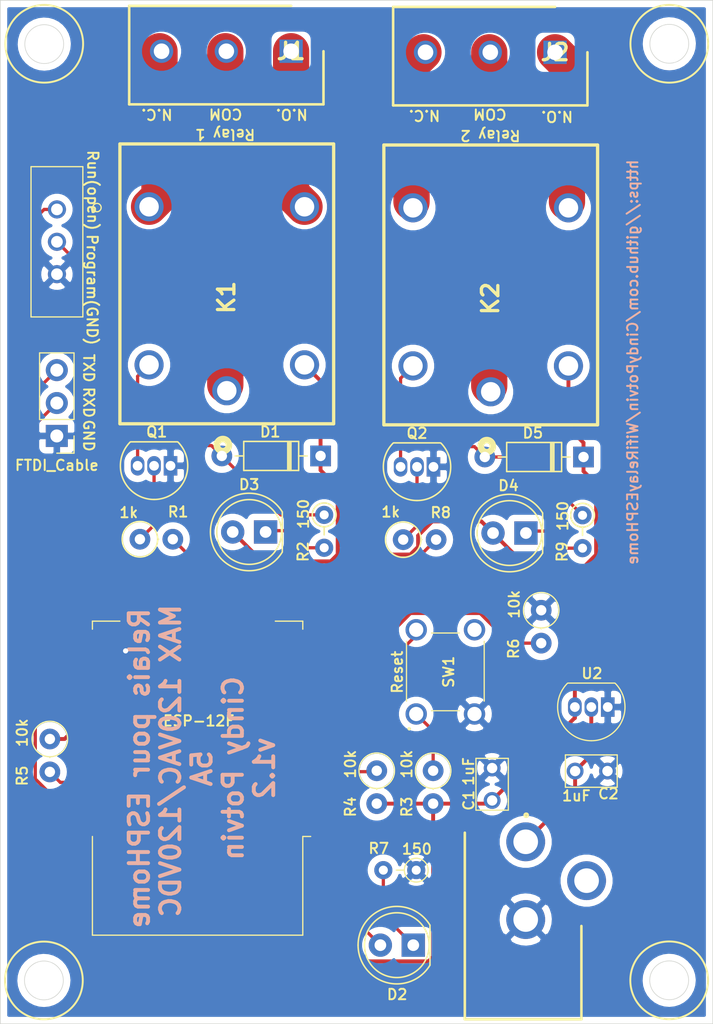
<source format=kicad_pcb>
(kicad_pcb (version 20171130) (host pcbnew "(5.1.0)-1")

  (general
    (thickness 1.6)
    (drawings 32)
    (tracks 157)
    (zones 0)
    (modules 28)
    (nets 28)
  )

  (page A4)
  (layers
    (0 F.Cu signal)
    (31 B.Cu signal)
    (32 B.Adhes user)
    (33 F.Adhes user)
    (34 B.Paste user hide)
    (35 F.Paste user)
    (36 B.SilkS user)
    (37 F.SilkS user)
    (38 B.Mask user hide)
    (39 F.Mask user hide)
    (40 Dwgs.User user hide)
    (41 Cmts.User user hide)
    (42 Eco1.User user hide)
    (43 Eco2.User user)
    (44 Edge.Cuts user)
    (45 Margin user hide)
    (46 B.CrtYd user)
    (47 F.CrtYd user)
    (48 B.Fab user hide)
    (49 F.Fab user)
  )

  (setup
    (last_trace_width 0.25)
    (trace_clearance 0.2)
    (zone_clearance 0.508)
    (zone_45_only no)
    (trace_min 0.2)
    (via_size 0.8)
    (via_drill 0.4)
    (via_min_size 0.4)
    (via_min_drill 0.3)
    (uvia_size 0.3)
    (uvia_drill 0.1)
    (uvias_allowed no)
    (uvia_min_size 0.2)
    (uvia_min_drill 0.1)
    (edge_width 0.05)
    (segment_width 0.2)
    (pcb_text_width 0.3)
    (pcb_text_size 1.5 1.5)
    (mod_edge_width 0.15)
    (mod_text_size 0.8 0.8)
    (mod_text_width 0.15)
    (pad_size 1.524 1.524)
    (pad_drill 0.762)
    (pad_to_mask_clearance 0.051)
    (solder_mask_min_width 0.25)
    (aux_axis_origin 0 0)
    (grid_origin 166.889 -882.5108)
    (visible_elements 7FFFF7FF)
    (pcbplotparams
      (layerselection 0x010fc_ffffffff)
      (usegerberextensions true)
      (usegerberattributes false)
      (usegerberadvancedattributes false)
      (creategerberjobfile true)
      (excludeedgelayer true)
      (linewidth 0.100000)
      (plotframeref false)
      (viasonmask false)
      (mode 1)
      (useauxorigin false)
      (hpglpennumber 1)
      (hpglpenspeed 20)
      (hpglpendiameter 15.000000)
      (psnegative false)
      (psa4output false)
      (plotreference true)
      (plotvalue true)
      (plotinvisibletext false)
      (padsonsilk false)
      (subtractmaskfromsilk false)
      (outputformat 1)
      (mirror false)
      (drillshape 0)
      (scaleselection 1)
      (outputdirectory "WifiRelayEspHome_Gerber/"))
  )

  (net 0 "")
  (net 1 Earth)
  (net 2 /5V)
  (net 3 /3.3V)
  (net 4 "Net-(R3-Pad1)")
  (net 5 "Net-(R4-Pad1)")
  (net 6 "Net-(R5-Pad2)")
  (net 7 "Net-(R6-Pad2)")
  (net 8 /RXD)
  (net 9 /TXD)
  (net 10 /WAKE)
  (net 11 "Net-(SW2-Pad2)")
  (net 12 "Net-(J1-Pad2)")
  (net 13 "Net-(J1-Pad1)")
  (net 14 "Net-(J2-Pad1)")
  (net 15 "Net-(J2-Pad2)")
  (net 16 /RELAY1)
  (net 17 /RELAY2)
  (net 18 "Net-(J1-Pad3)")
  (net 19 "Net-(J2-Pad3)")
  (net 20 "Net-(D1-Pad2)")
  (net 21 "Net-(D2-Pad2)")
  (net 22 "Net-(Q1-Pad2)")
  (net 23 "Net-(Q2-Pad2)")
  (net 24 "Net-(D2-Pad1)")
  (net 25 "Net-(D3-Pad1)")
  (net 26 "Net-(D4-Pad1)")
  (net 27 "Net-(D5-Pad2)")

  (net_class Default "Ceci est la Netclass par défaut."
    (clearance 0.2)
    (trace_width 0.25)
    (via_dia 0.8)
    (via_drill 0.4)
    (uvia_dia 0.3)
    (uvia_drill 0.1)
    (add_net /RELAY1)
    (add_net /RELAY2)
    (add_net /RXD)
    (add_net /TXD)
    (add_net /WAKE)
    (add_net "Net-(D1-Pad2)")
    (add_net "Net-(D2-Pad1)")
    (add_net "Net-(D2-Pad2)")
    (add_net "Net-(D3-Pad1)")
    (add_net "Net-(D4-Pad1)")
    (add_net "Net-(D5-Pad2)")
    (add_net "Net-(Q1-Pad2)")
    (add_net "Net-(Q2-Pad2)")
    (add_net "Net-(R3-Pad1)")
    (add_net "Net-(R4-Pad1)")
    (add_net "Net-(R5-Pad2)")
    (add_net "Net-(R6-Pad2)")
    (add_net "Net-(SW2-Pad2)")
  )

  (net_class Device ""
    (clearance 0.61)
    (trace_width 2.8)
    (via_dia 0.8)
    (via_drill 0.4)
    (uvia_dia 0.3)
    (uvia_drill 0.1)
    (add_net "Net-(J1-Pad1)")
    (add_net "Net-(J1-Pad2)")
    (add_net "Net-(J1-Pad3)")
    (add_net "Net-(J2-Pad1)")
    (add_net "Net-(J2-Pad2)")
    (add_net "Net-(J2-Pad3)")
  )

  (net_class Power ""
    (clearance 0.2)
    (trace_width 0.3)
    (via_dia 1)
    (via_drill 0.6)
    (uvia_dia 0.3)
    (uvia_drill 0.1)
    (add_net /3.3V)
    (add_net /5V)
    (add_net Earth)
  )

  (module Package_TO_SOT_THT:TO-92_Inline (layer F.Cu) (tedit 5A1DD157) (tstamp 6428B527)
    (at 141.13848 103.92936 180)
    (descr "TO-92 leads in-line, narrow, oval pads, drill 0.75mm (see NXP sot054_po.pdf)")
    (tags "to-92 sc-43 sc-43a sot54 PA33 transistor")
    (path /62236372)
    (fp_text reference Q1 (at 1.0668 2.6118 180) (layer F.SilkS)
      (effects (font (size 0.8 0.8) (thickness 0.15)))
    )
    (fp_text value 2N3904 (at 1.27 2.79 180) (layer F.Fab)
      (effects (font (size 1 1) (thickness 0.15)))
    )
    (fp_text user %R (at 1.27 -3.56 180) (layer F.Fab)
      (effects (font (size 1 1) (thickness 0.15)))
    )
    (fp_line (start -0.53 1.85) (end 3.07 1.85) (layer F.SilkS) (width 0.12))
    (fp_line (start -0.5 1.75) (end 3 1.75) (layer F.Fab) (width 0.1))
    (fp_line (start -1.46 -2.73) (end 4 -2.73) (layer F.CrtYd) (width 0.05))
    (fp_line (start -1.46 -2.73) (end -1.46 2.01) (layer F.CrtYd) (width 0.05))
    (fp_line (start 4 2.01) (end 4 -2.73) (layer F.CrtYd) (width 0.05))
    (fp_line (start 4 2.01) (end -1.46 2.01) (layer F.CrtYd) (width 0.05))
    (fp_arc (start 1.27 0) (end 1.27 -2.48) (angle 135) (layer F.Fab) (width 0.1))
    (fp_arc (start 1.27 0) (end 1.27 -2.6) (angle -135) (layer F.SilkS) (width 0.12))
    (fp_arc (start 1.27 0) (end 1.27 -2.48) (angle -135) (layer F.Fab) (width 0.1))
    (fp_arc (start 1.27 0) (end 1.27 -2.6) (angle 135) (layer F.SilkS) (width 0.12))
    (pad 2 thru_hole oval (at 1.27 0 180) (size 1.05 1.5) (drill 0.75) (layers *.Cu *.Mask)
      (net 22 "Net-(Q1-Pad2)"))
    (pad 3 thru_hole oval (at 2.54 0 180) (size 1.05 1.5) (drill 0.75) (layers *.Cu *.Mask)
      (net 20 "Net-(D1-Pad2)"))
    (pad 1 thru_hole rect (at 0 0 180) (size 1.05 1.5) (drill 0.75) (layers *.Cu *.Mask)
      (net 1 Earth))
    (model ${KISYS3DMOD}/Package_TO_SOT_THT.3dshapes/TO-92_Inline.wrl
      (at (xyz 0 0 0))
      (scale (xyz 1 1 1))
      (rotate (xyz 0 0 0))
    )
  )

  (module Resistor_THT:R_Axial_DIN0207_L6.3mm_D2.5mm_P2.54mm_Vertical (layer F.Cu) (tedit 5AE5139B) (tstamp 6222BADE)
    (at 169.75412 115.07928 270)
    (descr "Resistor, Axial_DIN0207 series, Axial, Vertical, pin pitch=2.54mm, 0.25W = 1/4W, length*diameter=6.3*2.5mm^2, http://cdn-reichelt.de/documents/datenblatt/B400/1_4W%23YAG.pdf")
    (tags "Resistor Axial_DIN0207 series Axial Vertical pin pitch 2.54mm 0.25W = 1/4W length 6.3mm diameter 2.5mm")
    (path /5D0074F3)
    (fp_text reference R6 (at 2.9718 2.1336 270) (layer F.SilkS)
      (effects (font (size 0.8 0.8) (thickness 0.15)))
    )
    (fp_text value 10k (at -0.4572 2.0828 270) (layer F.SilkS)
      (effects (font (size 0.8 0.8) (thickness 0.15)))
    )
    (fp_circle (center 0 0) (end 1.25 0) (layer F.Fab) (width 0.1))
    (fp_circle (center 0 0) (end 1.37 0) (layer F.SilkS) (width 0.1))
    (fp_line (start 0 0) (end 2.54 0) (layer F.Fab) (width 0.1))
    (fp_line (start 1.37 0) (end 1.44 0) (layer F.SilkS) (width 0.1))
    (fp_line (start -1.5 -1.5) (end -1.5 1.5) (layer F.CrtYd) (width 0.1))
    (fp_line (start -1.5 1.5) (end 3.59 1.5) (layer F.CrtYd) (width 0.1))
    (fp_line (start 3.59 1.5) (end 3.59 -1.5) (layer F.CrtYd) (width 0.1))
    (fp_line (start 3.59 -1.5) (end -1.5 -1.5) (layer F.CrtYd) (width 0.1))
    (fp_text user %R (at 1.27 -2.37 270) (layer F.Fab)
      (effects (font (size 1 1) (thickness 0.15)))
    )
    (pad 1 thru_hole circle (at 0 0 270) (size 1.6 1.6) (drill 0.8) (layers *.Cu *.Mask)
      (net 1 Earth))
    (pad 2 thru_hole oval (at 2.54 0 270) (size 1.6 1.6) (drill 0.8) (layers *.Cu *.Mask)
      (net 7 "Net-(R6-Pad2)"))
    (model ${KISYS3DMOD}/Resistor_THT.3dshapes/R_Axial_DIN0207_L6.3mm_D2.5mm_P2.54mm_Vertical.wrl
      (at (xyz 0 0 0))
      (scale (xyz 1 1 1))
      (rotate (xyz 0 0 0))
    )
  )

  (module Diode_THT:D_DO-35_SOD27_P7.62mm_Horizontal (layer F.Cu) (tedit 5AE50CD5) (tstamp 6428AFDA)
    (at 173.02056 103.25064 180)
    (descr "Diode, DO-35_SOD27 series, Axial, Horizontal, pin pitch=7.62mm, , length*diameter=4*2mm^2, , http://www.diodes.com/_files/packages/DO-35.pdf")
    (tags "Diode DO-35_SOD27 series Axial Horizontal pin pitch 7.62mm  length 4mm diameter 2mm")
    (path /622BAF27)
    (fp_text reference D5 (at 3.9116 1.8518 180) (layer F.SilkS)
      (effects (font (size 0.8 0.8) (thickness 0.15)))
    )
    (fp_text value 1N4007 (at 3.81 2.12 180) (layer F.Fab)
      (effects (font (size 1 1) (thickness 0.15)))
    )
    (fp_line (start 1.81 -1) (end 1.81 1) (layer F.Fab) (width 0.1))
    (fp_line (start 1.81 1) (end 5.81 1) (layer F.Fab) (width 0.1))
    (fp_line (start 5.81 1) (end 5.81 -1) (layer F.Fab) (width 0.1))
    (fp_line (start 5.81 -1) (end 1.81 -1) (layer F.Fab) (width 0.1))
    (fp_line (start 0 0) (end 1.81 0) (layer F.Fab) (width 0.1))
    (fp_line (start 7.62 0) (end 5.81 0) (layer F.Fab) (width 0.1))
    (fp_line (start 2.41 -1) (end 2.41 1) (layer F.Fab) (width 0.1))
    (fp_line (start 2.51 -1) (end 2.51 1) (layer F.Fab) (width 0.1))
    (fp_line (start 2.31 -1) (end 2.31 1) (layer F.Fab) (width 0.1))
    (fp_line (start 1.69 -1.12) (end 1.69 1.12) (layer F.SilkS) (width 0.12))
    (fp_line (start 1.69 1.12) (end 5.93 1.12) (layer F.SilkS) (width 0.12))
    (fp_line (start 5.93 1.12) (end 5.93 -1.12) (layer F.SilkS) (width 0.12))
    (fp_line (start 5.93 -1.12) (end 1.69 -1.12) (layer F.SilkS) (width 0.12))
    (fp_line (start 1.04 0) (end 1.69 0) (layer F.SilkS) (width 0.12))
    (fp_line (start 6.58 0) (end 5.93 0) (layer F.SilkS) (width 0.12))
    (fp_line (start 2.41 -1.12) (end 2.41 1.12) (layer F.SilkS) (width 0.12))
    (fp_line (start 2.53 -1.12) (end 2.53 1.12) (layer F.SilkS) (width 0.12))
    (fp_line (start 2.29 -1.12) (end 2.29 1.12) (layer F.SilkS) (width 0.12))
    (fp_line (start -1.05 -1.25) (end -1.05 1.25) (layer F.CrtYd) (width 0.05))
    (fp_line (start -1.05 1.25) (end 8.67 1.25) (layer F.CrtYd) (width 0.05))
    (fp_line (start 8.67 1.25) (end 8.67 -1.25) (layer F.CrtYd) (width 0.05))
    (fp_line (start 8.67 -1.25) (end -1.05 -1.25) (layer F.CrtYd) (width 0.05))
    (fp_text user %R (at 4.11 0.646001 180) (layer F.Fab)
      (effects (font (size 0.8 0.8) (thickness 0.12)))
    )
    (pad 1 thru_hole rect (at 0 0 180) (size 1.6 1.6) (drill 0.8) (layers *.Cu *.Mask)
      (net 3 /3.3V))
    (pad 2 thru_hole oval (at 7.62 0 180) (size 1.6 1.6) (drill 0.8) (layers *.Cu *.Mask)
      (net 27 "Net-(D5-Pad2)"))
    (model ${KISYS3DMOD}/Diode_THT.3dshapes/D_DO-35_SOD27_P7.62mm_Horizontal.wrl
      (at (xyz 0 0 0))
      (scale (xyz 1 1 1))
      (rotate (xyz 0 0 0))
    )
  )

  (module Resistor_THT:R_Axial_DIN0207_L6.3mm_D2.5mm_P2.54mm_Vertical (layer F.Cu) (tedit 5AE5139B) (tstamp 5D06C95A)
    (at 131.8243 125.0183 270)
    (descr "Resistor, Axial_DIN0207 series, Axial, Vertical, pin pitch=2.54mm, 0.25W = 1/4W, length*diameter=6.3*2.5mm^2, http://cdn-reichelt.de/documents/datenblatt/B400/1_4W%23YAG.pdf")
    (tags "Resistor Axial_DIN0207 series Axial Vertical pin pitch 2.54mm 0.25W = 1/4W length 6.3mm diameter 2.5mm")
    (path /5D00A075)
    (fp_text reference R5 (at 2.8448 2.1336 270) (layer F.SilkS)
      (effects (font (size 0.8 0.8) (thickness 0.15)))
    )
    (fp_text value 10k (at -0.4826 2.1336 270) (layer F.SilkS)
      (effects (font (size 0.8 0.8) (thickness 0.15)))
    )
    (fp_text user %R (at 1.27 -2.37 270) (layer F.Fab)
      (effects (font (size 1 1) (thickness 0.15)))
    )
    (fp_line (start 3.59 -1.5) (end -1.5 -1.5) (layer F.CrtYd) (width 0.1))
    (fp_line (start 3.59 1.5) (end 3.59 -1.5) (layer F.CrtYd) (width 0.1))
    (fp_line (start -1.5 1.5) (end 3.59 1.5) (layer F.CrtYd) (width 0.1))
    (fp_line (start -1.5 -1.5) (end -1.5 1.5) (layer F.CrtYd) (width 0.1))
    (fp_line (start 1.37 0) (end 1.44 0) (layer F.SilkS) (width 0.1))
    (fp_line (start 0 0) (end 2.54 0) (layer F.Fab) (width 0.1))
    (fp_circle (center 0 0) (end 1.37 0) (layer F.SilkS) (width 0.1))
    (fp_circle (center 0 0) (end 1.25 0) (layer F.Fab) (width 0.1))
    (pad 2 thru_hole oval (at 2.54 0 270) (size 1.6 1.6) (drill 0.8) (layers *.Cu *.Mask)
      (net 6 "Net-(R5-Pad2)"))
    (pad 1 thru_hole circle (at 0 0 270) (size 1.6 1.6) (drill 0.8) (layers *.Cu *.Mask)
      (net 3 /3.3V))
    (model ${KISYS3DMOD}/Resistor_THT.3dshapes/R_Axial_DIN0207_L6.3mm_D2.5mm_P2.54mm_Vertical.wrl
      (at (xyz 0 0 0))
      (scale (xyz 1 1 1))
      (rotate (xyz 0 0 0))
    )
  )

  (module LED_THT:LED_D5.0mm (layer F.Cu) (tedit 5995936A) (tstamp 6222BA78)
    (at 159.8786 140.9314 180)
    (descr "LED, diameter 5.0mm, 2 pins, http://cdn-reichelt.de/documents/datenblatt/A500/LL-504BC2E-009.pdf")
    (tags "LED diameter 5.0mm 2 pins")
    (path /622C9F7E)
    (fp_text reference D2 (at 1.2446 -3.81 180) (layer F.SilkS)
      (effects (font (size 0.8 0.8) (thickness 0.15)))
    )
    (fp_text value LED (at 1.27 3.96 180) (layer F.Fab)
      (effects (font (size 1 1) (thickness 0.15)))
    )
    (fp_arc (start 1.27 0) (end -1.23 -1.469694) (angle 299.1) (layer F.Fab) (width 0.1))
    (fp_arc (start 1.27 0) (end -1.29 -1.54483) (angle 148.9) (layer F.SilkS) (width 0.12))
    (fp_arc (start 1.27 0) (end -1.29 1.54483) (angle -148.9) (layer F.SilkS) (width 0.12))
    (fp_circle (center 1.27 0) (end 3.77 0) (layer F.Fab) (width 0.1))
    (fp_circle (center 1.27 0) (end 3.77 0) (layer F.SilkS) (width 0.12))
    (fp_line (start -1.23 -1.469694) (end -1.23 1.469694) (layer F.Fab) (width 0.1))
    (fp_line (start -1.29 -1.545) (end -1.29 1.545) (layer F.SilkS) (width 0.12))
    (fp_line (start -1.95 -3.25) (end -1.95 3.25) (layer F.CrtYd) (width 0.05))
    (fp_line (start -1.95 3.25) (end 4.5 3.25) (layer F.CrtYd) (width 0.05))
    (fp_line (start 4.5 3.25) (end 4.5 -3.25) (layer F.CrtYd) (width 0.05))
    (fp_line (start 4.5 -3.25) (end -1.95 -3.25) (layer F.CrtYd) (width 0.05))
    (fp_text user %R (at 1.25 0 180) (layer F.Fab)
      (effects (font (size 0.8 0.8) (thickness 0.2)))
    )
    (pad 1 thru_hole rect (at 0 0 180) (size 1.8 1.8) (drill 0.9) (layers *.Cu *.Mask)
      (net 24 "Net-(D2-Pad1)"))
    (pad 2 thru_hole circle (at 2.54 0 180) (size 1.8 1.8) (drill 0.9) (layers *.Cu *.Mask)
      (net 21 "Net-(D2-Pad2)"))
    (model ${KISYS3DMOD}/LED_THT.3dshapes/LED_D5.0mm.wrl
      (at (xyz 0 0 0))
      (scale (xyz 1 1 1))
      (rotate (xyz 0 0 0))
    )
  )

  (module SamacSys_Parts:FG18X7R1H334KRT00 (layer F.Cu) (tedit 0) (tstamp 5CBBC7EE)
    (at 165.96698 128.51186 90)
    (descr FG18)
    (tags Capacitor)
    (path /59F51789)
    (fp_text reference C1 (at -1.2446 -1.8034 90) (layer F.SilkS)
      (effects (font (size 0.8 0.8) (thickness 0.15)))
    )
    (fp_text value 1uF (at 1.2192 -1.8034 90) (layer F.SilkS) hide
      (effects (font (size 0.8 0.8) (thickness 0.15)))
    )
    (fp_line (start -3 2.25) (end -3 -2.25) (layer Dwgs.User) (width 0.1))
    (fp_line (start 3 2.25) (end -3 2.25) (layer Dwgs.User) (width 0.1))
    (fp_line (start 3 -2.25) (end 3 2.25) (layer Dwgs.User) (width 0.1))
    (fp_line (start -3 -2.25) (end 3 -2.25) (layer Dwgs.User) (width 0.1))
    (fp_line (start -2 1.25) (end -2 -1.25) (layer F.SilkS) (width 0.1))
    (fp_line (start 2 1.25) (end -2 1.25) (layer F.SilkS) (width 0.1))
    (fp_line (start 2 -1.25) (end 2 1.25) (layer F.SilkS) (width 0.1))
    (fp_line (start -2 -1.25) (end 2 -1.25) (layer F.SilkS) (width 0.1))
    (fp_line (start -2 1.25) (end -2 -1.25) (layer Dwgs.User) (width 0.1))
    (fp_line (start 2 1.25) (end -2 1.25) (layer Dwgs.User) (width 0.1))
    (fp_line (start 2 -1.25) (end 2 1.25) (layer Dwgs.User) (width 0.1))
    (fp_line (start -2 -1.25) (end 2 -1.25) (layer Dwgs.User) (width 0.1))
    (pad 2 thru_hole circle (at 1.25 0 90) (size 1.3 1.3) (drill 0.8) (layers *.Cu *.Mask)
      (net 1 Earth))
    (pad 1 thru_hole circle (at -1.25 0 90) (size 1.3 1.3) (drill 0.8) (layers *.Cu *.Mask)
      (net 3 /3.3V))
    (model C:\Users\Cindy\Documents\KiCad\SamacSys_Parts.3dshapes\FG18X7R1H334KRT00.stp
      (at (xyz 0 0 0))
      (scale (xyz 1 1 1))
      (rotate (xyz 0 0 0))
    )
  )

  (module Resistor_THT:R_Axial_DIN0207_L6.3mm_D2.5mm_P2.54mm_Vertical (layer F.Cu) (tedit 5AE5139B) (tstamp 6428A833)
    (at 161.41276 127.46686 270)
    (descr "Resistor, Axial_DIN0207 series, Axial, Vertical, pin pitch=2.54mm, 0.25W = 1/4W, length*diameter=6.3*2.5mm^2, http://cdn-reichelt.de/documents/datenblatt/B400/1_4W%23YAG.pdf")
    (tags "Resistor Axial_DIN0207 series Axial Vertical pin pitch 2.54mm 0.25W = 1/4W length 6.3mm diameter 2.5mm")
    (path /59F546A3)
    (fp_text reference R3 (at 2.794 2.032 270) (layer F.SilkS)
      (effects (font (size 0.8 0.8) (thickness 0.15)))
    )
    (fp_text value 10k (at -0.508 2.032 270) (layer F.SilkS)
      (effects (font (size 0.8 0.8) (thickness 0.15)))
    )
    (fp_text user %R (at 1.27 -2.37 270) (layer F.Fab)
      (effects (font (size 1 1) (thickness 0.15)))
    )
    (fp_line (start 3.59 -1.5) (end -1.5 -1.5) (layer F.CrtYd) (width 0.1))
    (fp_line (start 3.59 1.5) (end 3.59 -1.5) (layer F.CrtYd) (width 0.1))
    (fp_line (start -1.5 1.5) (end 3.59 1.5) (layer F.CrtYd) (width 0.1))
    (fp_line (start -1.5 -1.5) (end -1.5 1.5) (layer F.CrtYd) (width 0.1))
    (fp_line (start 1.37 0) (end 1.44 0) (layer F.SilkS) (width 0.1))
    (fp_line (start 0 0) (end 2.54 0) (layer F.Fab) (width 0.1))
    (fp_circle (center 0 0) (end 1.37 0) (layer F.SilkS) (width 0.1))
    (fp_circle (center 0 0) (end 1.25 0) (layer F.Fab) (width 0.1))
    (pad 2 thru_hole oval (at 2.54 0 270) (size 1.6 1.6) (drill 0.8) (layers *.Cu *.Mask)
      (net 3 /3.3V))
    (pad 1 thru_hole circle (at 0 0 270) (size 1.6 1.6) (drill 0.8) (layers *.Cu *.Mask)
      (net 4 "Net-(R3-Pad1)"))
    (model ${KISYS3DMOD}/Resistor_THT.3dshapes/R_Axial_DIN0207_L6.3mm_D2.5mm_P2.54mm_Vertical.wrl
      (at (xyz 0 0 0))
      (scale (xyz 1 1 1))
      (rotate (xyz 0 0 0))
    )
  )

  (module Resistor_THT:R_Axial_DIN0207_L6.3mm_D2.5mm_P2.54mm_Vertical (layer F.Cu) (tedit 5AE5139B) (tstamp 5D06680D)
    (at 157.0592 127.46686 270)
    (descr "Resistor, Axial_DIN0207 series, Axial, Vertical, pin pitch=2.54mm, 0.25W = 1/4W, length*diameter=6.3*2.5mm^2, http://cdn-reichelt.de/documents/datenblatt/B400/1_4W%23YAG.pdf")
    (tags "Resistor Axial_DIN0207 series Axial Vertical pin pitch 2.54mm 0.25W = 1/4W length 6.3mm diameter 2.5mm")
    (path /59F543E6)
    (fp_text reference R4 (at 2.794 2.032 270) (layer F.SilkS)
      (effects (font (size 0.8 0.8) (thickness 0.15)))
    )
    (fp_text value 10k (at -0.508 2.032 270) (layer F.SilkS)
      (effects (font (size 0.8 0.8) (thickness 0.15)))
    )
    (fp_circle (center 0 0) (end 1.25 0) (layer F.Fab) (width 0.1))
    (fp_circle (center 0 0) (end 1.37 0) (layer F.SilkS) (width 0.1))
    (fp_line (start 0 0) (end 2.54 0) (layer F.Fab) (width 0.1))
    (fp_line (start 1.37 0) (end 1.44 0) (layer F.SilkS) (width 0.1))
    (fp_line (start -1.5 -1.5) (end -1.5 1.5) (layer F.CrtYd) (width 0.1))
    (fp_line (start -1.5 1.5) (end 3.59 1.5) (layer F.CrtYd) (width 0.1))
    (fp_line (start 3.59 1.5) (end 3.59 -1.5) (layer F.CrtYd) (width 0.1))
    (fp_line (start 3.59 -1.5) (end -1.5 -1.5) (layer F.CrtYd) (width 0.1))
    (fp_text user %R (at 1.524 1.016 270) (layer F.Fab)
      (effects (font (size 1 1) (thickness 0.15)))
    )
    (pad 1 thru_hole circle (at 0 0 270) (size 1.6 1.6) (drill 0.8) (layers *.Cu *.Mask)
      (net 5 "Net-(R4-Pad1)"))
    (pad 2 thru_hole oval (at 2.54 0 270) (size 1.6 1.6) (drill 0.8) (layers *.Cu *.Mask)
      (net 3 /3.3V))
    (model ${KISYS3DMOD}/Resistor_THT.3dshapes/R_Axial_DIN0207_L6.3mm_D2.5mm_P2.54mm_Vertical.wrl
      (at (xyz 0 0 0))
      (scale (xyz 1 1 1))
      (rotate (xyz 0 0 0))
    )
  )

  (module SamacSys_Parts:B3F-1000 (layer F.Cu) (tedit 0) (tstamp 6428A85F)
    (at 162.3551 119.8367 270)
    (descr B3F1002)
    (tags Switch)
    (path /59F5476D)
    (fp_text reference SW1 (at 0 -0.254 270) (layer F.SilkS)
      (effects (font (size 0.8 0.8) (thickness 0.15)))
    )
    (fp_text value GND_to_reset (at 0.5842 -4.064 270) (layer F.SilkS) hide
      (effects (font (size 0.8 0.8) (thickness 0.15)))
    )
    (fp_circle (center 4.393 2.792) (end 4.393 2.876) (layer F.SilkS) (width 0.1))
    (fp_line (start 3 -1.084) (end 3 1.073) (layer F.SilkS) (width 0.1))
    (fp_line (start -3 -1.084) (end -3 1.073) (layer F.SilkS) (width 0.1))
    (fp_line (start -2.363 3) (end 2.261 3) (layer F.SilkS) (width 0.1))
    (fp_line (start -2.363 -3) (end 2.261 -3) (layer F.SilkS) (width 0.1))
    (fp_line (start -3 3) (end -3 -3) (layer Dwgs.User) (width 0.1))
    (fp_line (start 3 3) (end -3 3) (layer Dwgs.User) (width 0.1))
    (fp_line (start 3 -3) (end 3 3) (layer Dwgs.User) (width 0.1))
    (fp_line (start -3 -3) (end 3 -3) (layer Dwgs.User) (width 0.1))
    (pad 4 thru_hole circle (at -3.25 -2.25 270) (size 1.65 1.65) (drill 1.1) (layers *.Cu *.Mask))
    (pad 3 thru_hole circle (at 3.25 -2.25 270) (size 1.65 1.65) (drill 1.1) (layers *.Cu *.Mask)
      (net 1 Earth))
    (pad 2 thru_hole circle (at -3.25 2.25 270) (size 1.65 1.65) (drill 1.1) (layers *.Cu *.Mask)
      (net 10 /WAKE))
    (pad 1 thru_hole circle (at 3.25 2.25 270) (size 1.65 1.65) (drill 1.1) (layers *.Cu *.Mask)
      (net 4 "Net-(R3-Pad1)"))
    (model C:\Users\Cindy\Documents\KiCad\SamacSys_Parts.3dshapes\B3F-1000.stp
      (at (xyz 0 0 0))
      (scale (xyz 1 1 1))
      (rotate (xyz -90 0 0))
    )
  )

  (module RF_Module:ESP-12E (layer F.Cu) (tedit 5A030172) (tstamp 6428A6F4)
    (at 143.2289 128.0409 180)
    (descr "Wi-Fi Module, http://wiki.ai-thinker.com/_media/esp8266/docs/aithinker_esp_12f_datasheet_en.pdf")
    (tags "Wi-Fi Module")
    (path /5CFE3763)
    (attr smd)
    (fp_text reference U1 (at 1.016 1.778 180) (layer F.Fab)
      (effects (font (size 1 1) (thickness 0.15)))
    )
    (fp_text value ESP-12F (at -0.0884 4.4196 180) (layer F.SilkS)
      (effects (font (size 0.8 0.8) (thickness 0.15)))
    )
    (fp_line (start 5.56 -4.8) (end 8.12 -7.36) (layer Dwgs.User) (width 0.1))
    (fp_line (start 2.56 -4.8) (end 8.12 -10.36) (layer Dwgs.User) (width 0.1))
    (fp_line (start -0.44 -4.8) (end 6.88 -12.12) (layer Dwgs.User) (width 0.1))
    (fp_line (start -3.44 -4.8) (end 3.88 -12.12) (layer Dwgs.User) (width 0.1))
    (fp_line (start -6.44 -4.8) (end 0.88 -12.12) (layer Dwgs.User) (width 0.1))
    (fp_line (start -8.12 -6.12) (end -2.12 -12.12) (layer Dwgs.User) (width 0.1))
    (fp_line (start -8.12 -9.12) (end -5.12 -12.12) (layer Dwgs.User) (width 0.1))
    (fp_line (start -8.12 -4.8) (end -8.12 -12.12) (layer Dwgs.User) (width 0.1))
    (fp_line (start 8.12 -4.8) (end -8.12 -4.8) (layer Dwgs.User) (width 0.1))
    (fp_line (start 8.12 -12.12) (end 8.12 -4.8) (layer Dwgs.User) (width 0.1))
    (fp_line (start -8.12 -12.12) (end 8.12 -12.12) (layer Dwgs.User) (width 0.1))
    (fp_line (start -8.12 -4.5) (end -8.73 -4.5) (layer F.SilkS) (width 0.1))
    (fp_line (start -8.12 -4.5) (end -8.12 -12.12) (layer F.SilkS) (width 0.1))
    (fp_line (start -8.12 12.12) (end -8.12 11.5) (layer F.SilkS) (width 0.1))
    (fp_line (start -6 12.12) (end -8.12 12.12) (layer F.SilkS) (width 0.1))
    (fp_line (start 8.12 12.12) (end 6 12.12) (layer F.SilkS) (width 0.1))
    (fp_line (start 8.12 11.5) (end 8.12 12.12) (layer F.SilkS) (width 0.1))
    (fp_line (start 8.12 -12.12) (end 8.12 -4.5) (layer F.SilkS) (width 0.1))
    (fp_line (start -8.12 -12.12) (end 8.12 -12.12) (layer F.SilkS) (width 0.1))
    (fp_line (start -9.05 13.1) (end -9.05 -12.2) (layer F.CrtYd) (width 0.1))
    (fp_line (start 9.05 13.1) (end -9.05 13.1) (layer F.CrtYd) (width 0.1))
    (fp_line (start 9.05 -12.2) (end 9.05 13.1) (layer F.CrtYd) (width 0.1))
    (fp_line (start -9.05 -12.2) (end 9.05 -12.2) (layer F.CrtYd) (width 0.1))
    (fp_line (start -8 -4) (end -8 -12) (layer F.Fab) (width 0.1))
    (fp_line (start -7.5 -3.5) (end -8 -4) (layer F.Fab) (width 0.1))
    (fp_line (start -8 -3) (end -7.5 -3.5) (layer F.Fab) (width 0.1))
    (fp_line (start -8 12) (end -8 -3) (layer F.Fab) (width 0.1))
    (fp_line (start 8 12) (end -8 12) (layer F.Fab) (width 0.1))
    (fp_line (start 8 -12) (end 8 12) (layer F.Fab) (width 0.1))
    (fp_line (start -8 -12) (end 8 -12) (layer F.Fab) (width 0.1))
    (fp_text user %R (at 0.49 -0.8 180) (layer F.Fab)
      (effects (font (size 1 1) (thickness 0.15)))
    )
    (fp_text user "KEEP-OUT ZONE" (at 0.03 -9.55) (layer Cmts.User)
      (effects (font (size 0.6 0.6) (thickness 0.1)))
    )
    (fp_text user Antenna (at -0.06 -7) (layer Cmts.User)
      (effects (font (size 0.6 0.6) (thickness 0.1)))
    )
    (pad 22 smd rect (at 7.6 -3.5 180) (size 2.5 1) (layers F.Cu F.Paste F.Mask)
      (net 9 /TXD))
    (pad 21 smd rect (at 7.6 -1.5 180) (size 2.5 1) (layers F.Cu F.Paste F.Mask)
      (net 8 /RXD))
    (pad 20 smd rect (at 7.6 0.5 180) (size 2.5 1) (layers F.Cu F.Paste F.Mask))
    (pad 19 smd rect (at 7.6 2.5 180) (size 2.5 1) (layers F.Cu F.Paste F.Mask))
    (pad 18 smd rect (at 7.6 4.5 180) (size 2.5 1) (layers F.Cu F.Paste F.Mask)
      (net 11 "Net-(SW2-Pad2)"))
    (pad 17 smd rect (at 7.6 6.5 180) (size 2.5 1) (layers F.Cu F.Paste F.Mask)
      (net 21 "Net-(D2-Pad2)"))
    (pad 16 smd rect (at 7.6 8.5 180) (size 2.5 1) (layers F.Cu F.Paste F.Mask)
      (net 7 "Net-(R6-Pad2)"))
    (pad 15 smd rect (at 7.6 10.5 180) (size 2.5 1) (layers F.Cu F.Paste F.Mask)
      (net 1 Earth))
    (pad 14 smd rect (at 5 12 180) (size 1 1.8) (layers F.Cu F.Paste F.Mask))
    (pad 13 smd rect (at 3 12 180) (size 1 1.8) (layers F.Cu F.Paste F.Mask))
    (pad 12 smd rect (at 1 12 180) (size 1 1.8) (layers F.Cu F.Paste F.Mask))
    (pad 11 smd rect (at -1 12 180) (size 1 1.8) (layers F.Cu F.Paste F.Mask))
    (pad 10 smd rect (at -3 12 180) (size 1 1.8) (layers F.Cu F.Paste F.Mask))
    (pad 9 smd rect (at -5 12 180) (size 1 1.8) (layers F.Cu F.Paste F.Mask))
    (pad 8 smd rect (at -7.6 10.5 180) (size 2.5 1) (layers F.Cu F.Paste F.Mask)
      (net 3 /3.3V))
    (pad 7 smd rect (at -7.6 8.5 180) (size 2.5 1) (layers F.Cu F.Paste F.Mask)
      (net 17 /RELAY2))
    (pad 6 smd rect (at -7.6 6.5 180) (size 2.5 1) (layers F.Cu F.Paste F.Mask)
      (net 16 /RELAY1))
    (pad 5 smd rect (at -7.6 4.5 180) (size 2.5 1) (layers F.Cu F.Paste F.Mask))
    (pad 4 smd rect (at -7.6 2.5 180) (size 2.5 1) (layers F.Cu F.Paste F.Mask)
      (net 10 /WAKE))
    (pad 3 smd rect (at -7.6 0.5 180) (size 2.5 1) (layers F.Cu F.Paste F.Mask)
      (net 5 "Net-(R4-Pad1)"))
    (pad 2 smd rect (at -7.6 -1.5 180) (size 2.5 1) (layers F.Cu F.Paste F.Mask))
    (pad 1 smd rect (at -7.6 -3.5 180) (size 2.5 1) (layers F.Cu F.Paste F.Mask)
      (net 10 /WAKE))
    (model ${KISYS3DMOD}/RF_Module.3dshapes/ESP-12E.wrl
      (at (xyz 0 0 0))
      (scale (xyz 1 1 1))
      (rotate (xyz 0 0 0))
    )
  )

  (module Package_TO_SOT_THT:TO-92_Inline (layer F.Cu) (tedit 5A1DD157) (tstamp 6222BB0B)
    (at 174.89254 122.55196 180)
    (descr "TO-92 leads in-line, narrow, oval pads, drill 0.75mm (see NXP sot054_po.pdf)")
    (tags "to-92 sc-43 sc-43a sot54 PA33 transistor")
    (path /5CFD2FF7)
    (fp_text reference U2 (at 1.2192 2.5908 180) (layer F.SilkS)
      (effects (font (size 0.8 0.8) (thickness 0.15)))
    )
    (fp_text value MCP1702-3302E_TO92 (at 2.286 -3.302 180) (layer F.Fab)
      (effects (font (size 0.8 0.8) (thickness 0.15)))
    )
    (fp_text user %R (at 1.27 -1.651 180) (layer F.Fab)
      (effects (font (size 1 1) (thickness 0.15)))
    )
    (fp_line (start -0.53 1.85) (end 3.07 1.85) (layer F.SilkS) (width 0.1))
    (fp_line (start -0.5 1.75) (end 3 1.75) (layer F.Fab) (width 0.1))
    (fp_line (start -1.46 -2.73) (end 4 -2.73) (layer F.CrtYd) (width 0.1))
    (fp_line (start -1.46 -2.73) (end -1.46 2.01) (layer F.CrtYd) (width 0.1))
    (fp_line (start 4 2.01) (end 4 -2.73) (layer F.CrtYd) (width 0.1))
    (fp_line (start 4 2.01) (end -1.46 2.01) (layer F.CrtYd) (width 0.1))
    (fp_arc (start 1.27 0) (end 1.27 -2.48) (angle 135) (layer F.Fab) (width 0.1))
    (fp_arc (start 1.27 0) (end 1.27 -2.6) (angle -135) (layer F.SilkS) (width 0.1))
    (fp_arc (start 1.27 0) (end 1.27 -2.48) (angle -135) (layer F.Fab) (width 0.1))
    (fp_arc (start 1.27 0) (end 1.27 -2.6) (angle 135) (layer F.SilkS) (width 0.1))
    (pad 2 thru_hole oval (at 1.27 0 180) (size 1.05 1.5) (drill 0.75) (layers *.Cu *.Mask)
      (net 2 /5V))
    (pad 3 thru_hole oval (at 2.54 0 180) (size 1.05 1.5) (drill 0.75) (layers *.Cu *.Mask)
      (net 3 /3.3V))
    (pad 1 thru_hole rect (at 0 0 180) (size 1.05 1.5) (drill 0.75) (layers *.Cu *.Mask)
      (net 1 Earth))
    (model ${KISYS3DMOD}/Package_TO_SOT_THT.3dshapes/TO-92_Inline.wrl
      (at (xyz 0 0 0))
      (scale (xyz 1 1 1))
      (rotate (xyz 0 0 0))
    )
  )

  (module Resistor_THT:R_Axial_DIN0204_L3.6mm_D1.6mm_P2.54mm_Vertical (layer F.Cu) (tedit 5AE5139B) (tstamp 6222BB3B)
    (at 160.1072 135.1402 180)
    (descr "Resistor, Axial_DIN0204 series, Axial, Vertical, pin pitch=2.54mm, 0.167W, length*diameter=3.6*1.6mm^2, http://cdn-reichelt.de/documents/datenblatt/B400/1_4W%23YAG.pdf")
    (tags "Resistor Axial_DIN0204 series Axial Vertical pin pitch 2.54mm 0.167W length 3.6mm diameter 1.6mm")
    (path /5D06D3C5)
    (fp_text reference R7 (at 2.8956 1.6764 180) (layer F.SilkS)
      (effects (font (size 0.8 0.8) (thickness 0.15)))
    )
    (fp_text value 150 (at -0.0508 1.6256 180) (layer F.SilkS)
      (effects (font (size 0.8 0.8) (thickness 0.15)))
    )
    (fp_circle (center 0 0) (end 0.8 0) (layer F.Fab) (width 0.1))
    (fp_circle (center 0 0) (end 0.92 0) (layer F.SilkS) (width 0.1))
    (fp_line (start 0 0) (end 2.54 0) (layer F.Fab) (width 0.1))
    (fp_line (start 0.92 0) (end 1.54 0) (layer F.SilkS) (width 0.1))
    (fp_line (start -1.05 -1.05) (end -1.05 1.05) (layer F.CrtYd) (width 0.1))
    (fp_line (start -1.05 1.05) (end 3.49 1.05) (layer F.CrtYd) (width 0.1))
    (fp_line (start 3.49 1.05) (end 3.49 -1.05) (layer F.CrtYd) (width 0.1))
    (fp_line (start 3.49 -1.05) (end -1.05 -1.05) (layer F.CrtYd) (width 0.1))
    (fp_text user %R (at 1.27 -1.92 180) (layer F.Fab)
      (effects (font (size 1 1) (thickness 0.15)))
    )
    (pad 1 thru_hole circle (at 0 0 180) (size 1.4 1.4) (drill 0.7) (layers *.Cu *.Mask)
      (net 1 Earth))
    (pad 2 thru_hole oval (at 2.54 0 180) (size 1.4 1.4) (drill 0.7) (layers *.Cu *.Mask)
      (net 24 "Net-(D2-Pad1)"))
    (model ${KISYS3DMOD}/Resistor_THT.3dshapes/R_Axial_DIN0204_L3.6mm_D1.6mm_P2.54mm_Vertical.wrl
      (at (xyz 0 0 0))
      (scale (xyz 1 1 1))
      (rotate (xyz 0 0 0))
    )
  )

  (module Connector_PinHeader_2.54mm:PinHeader_1x03_P2.54mm_Vertical (layer F.Cu) (tedit 59FED5CC) (tstamp 6222C276)
    (at 132.36024 101.6249 180)
    (descr "Through hole straight pin header, 1x03, 2.54mm pitch, single row")
    (tags "Through hole pin header THT 1x03 2.54mm single row")
    (path /5D090557)
    (fp_text reference J4 (at 0 -2.33 180) (layer F.Fab)
      (effects (font (size 1 1) (thickness 0.15)))
    )
    (fp_text value FTDI_Cable (at 0 -2.268999) (layer F.SilkS)
      (effects (font (size 0.8 0.8) (thickness 0.15)))
    )
    (fp_text user %R (at 0 2.54 270) (layer F.Fab)
      (effects (font (size 1 1) (thickness 0.15)))
    )
    (fp_line (start 1.8 -1.8) (end -1.8 -1.8) (layer F.CrtYd) (width 0.1))
    (fp_line (start 1.8 6.85) (end 1.8 -1.8) (layer F.CrtYd) (width 0.1))
    (fp_line (start -1.8 6.85) (end 1.8 6.85) (layer F.CrtYd) (width 0.1))
    (fp_line (start -1.8 -1.8) (end -1.8 6.85) (layer F.CrtYd) (width 0.1))
    (fp_line (start -1.33 -1.33) (end 0 -1.33) (layer F.SilkS) (width 0.1))
    (fp_line (start -1.33 0) (end -1.33 -1.33) (layer F.SilkS) (width 0.1))
    (fp_line (start -1.33 1.27) (end 1.33 1.27) (layer F.SilkS) (width 0.1))
    (fp_line (start 1.33 1.27) (end 1.33 6.41) (layer F.SilkS) (width 0.1))
    (fp_line (start -1.33 1.27) (end -1.33 6.41) (layer F.SilkS) (width 0.1))
    (fp_line (start -1.33 6.41) (end 1.33 6.41) (layer F.SilkS) (width 0.1))
    (fp_line (start -1.27 -0.635) (end -0.635 -1.27) (layer F.Fab) (width 0.1))
    (fp_line (start -1.27 6.35) (end -1.27 -0.635) (layer F.Fab) (width 0.1))
    (fp_line (start 1.27 6.35) (end -1.27 6.35) (layer F.Fab) (width 0.1))
    (fp_line (start 1.27 -1.27) (end 1.27 6.35) (layer F.Fab) (width 0.1))
    (fp_line (start -0.635 -1.27) (end 1.27 -1.27) (layer F.Fab) (width 0.1))
    (pad 3 thru_hole oval (at 0 5.08 180) (size 1.7 1.7) (drill 1) (layers *.Cu *.Mask)
      (net 9 /TXD))
    (pad 2 thru_hole oval (at 0 2.54 180) (size 1.7 1.7) (drill 1) (layers *.Cu *.Mask)
      (net 8 /RXD))
    (pad 1 thru_hole rect (at 0 0 180) (size 1.7 1.7) (drill 1) (layers *.Cu *.Mask)
      (net 1 Earth))
    (model ${KISYS3DMOD}/Connector_PinHeader_2.54mm.3dshapes/PinHeader_1x03_P2.54mm_Vertical.wrl
      (at (xyz 0 0 0))
      (scale (xyz 1 1 1))
      (rotate (xyz 0 0 0))
    )
  )

  (module SamacSys_Parts:FG18X7R1H334KRT00 (layer F.Cu) (tedit 0) (tstamp 6222BAAE)
    (at 173.62254 127.4948)
    (descr FG18)
    (tags Capacitor)
    (path /59F5186E)
    (fp_text reference C2 (at 1.3208 1.7526) (layer F.SilkS)
      (effects (font (size 0.8 0.8) (thickness 0.15)))
    )
    (fp_text value 1uF (at 0.000001 -0.8382) (layer F.SilkS) hide
      (effects (font (size 0.8 0.8) (thickness 0.15)))
    )
    (fp_line (start -2 -1.25) (end 2 -1.25) (layer Dwgs.User) (width 0.2))
    (fp_line (start 2 -1.25) (end 2 1.25) (layer Dwgs.User) (width 0.2))
    (fp_line (start 2 1.25) (end -2 1.25) (layer Dwgs.User) (width 0.2))
    (fp_line (start -2 1.25) (end -2 -1.25) (layer Dwgs.User) (width 0.2))
    (fp_line (start -2 -1.25) (end 2 -1.25) (layer F.SilkS) (width 0.1))
    (fp_line (start 2 -1.25) (end 2 1.25) (layer F.SilkS) (width 0.1))
    (fp_line (start 2 1.25) (end -2 1.25) (layer F.SilkS) (width 0.1))
    (fp_line (start -2 1.25) (end -2 -1.25) (layer F.SilkS) (width 0.1))
    (fp_line (start -3 -2.25) (end 3 -2.25) (layer Dwgs.User) (width 0.1))
    (fp_line (start 3 -2.25) (end 3 2.25) (layer Dwgs.User) (width 0.1))
    (fp_line (start 3 2.25) (end -3 2.25) (layer Dwgs.User) (width 0.1))
    (fp_line (start -3 2.25) (end -3 -2.25) (layer Dwgs.User) (width 0.1))
    (pad 1 thru_hole circle (at -1.25 0) (size 1.3 1.3) (drill 0.8) (layers *.Cu *.Mask)
      (net 2 /5V))
    (pad 2 thru_hole circle (at 1.25 0) (size 1.3 1.3) (drill 0.8) (layers *.Cu *.Mask)
      (net 1 Earth))
    (model C:\Users\Cindy\Documents\KiCad\SamacSys_Parts.3dshapes\FG18X7R1H334KRT00.stp
      (at (xyz 0 0 0))
      (scale (xyz 1 1 1))
      (rotate (xyz 0 0 0))
    )
  )

  (module TemperatureLogger_ESP-12F:EG1218 (layer F.Cu) (tedit 0) (tstamp 6216FCA9)
    (at 132.3704 86.63954 270)
    (descr "Slide Switch")
    (tags Switch)
    (path /5DDA0686)
    (fp_text reference SW2 (at 0 0 90) (layer F.Fab)
      (effects (font (size 0.6 0.6) (thickness 0.1)))
    )
    (fp_text value GND_to_program (at -1.27 0.254 90) (layer F.Fab) hide
      (effects (font (size 0.6 0.6) (thickness 0.1)))
    )
    (fp_line (start -5.8 -2) (end 5.8 -2) (layer Dwgs.User) (width 0.1))
    (fp_line (start 5.8 -2) (end 5.8 2) (layer Dwgs.User) (width 0.1))
    (fp_line (start 5.8 2) (end -5.8 2) (layer Dwgs.User) (width 0.1))
    (fp_line (start -5.8 2) (end -5.8 -2) (layer Dwgs.User) (width 0.1))
    (fp_line (start -5.8 -2) (end 5.8 -2) (layer F.SilkS) (width 0.1))
    (fp_line (start 5.8 -2) (end 5.8 2) (layer F.SilkS) (width 0.1))
    (fp_line (start 5.8 2) (end -5.8 2) (layer F.SilkS) (width 0.1))
    (fp_line (start -5.8 2) (end -5.8 -2) (layer F.SilkS) (width 0.1))
    (fp_circle (center -2.643 -3.09133) (end -2.643 -2.76851) (layer F.SilkS) (width 0.1))
    (pad 1 thru_hole circle (at -2.5 0 270) (size 1.4 1.4) (drill 0.9) (layers *.Cu *.Mask)
      (net 6 "Net-(R5-Pad2)"))
    (pad 2 thru_hole circle (at 0 0 270) (size 1.4 1.4) (drill 0.9) (layers *.Cu *.Mask)
      (net 11 "Net-(SW2-Pad2)"))
    (pad 3 thru_hole circle (at 2.5 0 270) (size 1.4 1.4) (drill 0.9) (layers *.Cu *.Mask)
      (net 1 Earth))
  )

  (module SamacSys_Parts:PJ-102AH (layer F.Cu) (tedit 0) (tstamp 64289B3B)
    (at 172.858 135.953 180)
    (descr PJ-102AH)
    (tags Connector)
    (path /5AC12525)
    (fp_text reference J3 (at 7.1956 -0.4544 180) (layer F.Fab)
      (effects (font (size 1.27 1.27) (thickness 0.254)))
    )
    (fp_text value Barrel_Jack (at 4.035 -6.411 180) (layer F.SilkS) hide
      (effects (font (size 1.27 1.27) (thickness 0.254)))
    )
    (fp_line (start 9 -10.7) (end 0 -10.7) (layer Dwgs.User) (width 0.2))
    (fp_line (start 0 -10.7) (end 0 3.7) (layer Dwgs.User) (width 0.2))
    (fp_line (start 0 3.7) (end 9 3.7) (layer Dwgs.User) (width 0.2))
    (fp_line (start 9 3.7) (end 9 -10.7) (layer Dwgs.User) (width 0.2))
    (fp_line (start 9 3.7) (end 9 -10.7) (layer F.SilkS) (width 0.2))
    (fp_line (start 9 -10.7) (end 0 -10.7) (layer F.SilkS) (width 0.2))
    (fp_line (start 0 -10.7) (end 0 -3.5) (layer F.SilkS) (width 0.2))
    (fp_circle (center 4.261 5.051) (end 4.261 5.16985) (layer F.SilkS) (width 0.2))
    (pad 1 thru_hole circle (at 4.3 3 180) (size 3 3) (drill 1.9) (layers *.Cu *.Mask)
      (net 2 /5V))
    (pad 2 thru_hole circle (at 4.3 -3 180) (size 3 3) (drill 1.9) (layers *.Cu *.Mask)
      (net 1 Earth))
    (pad 3 thru_hole circle (at -0.4 0 180) (size 3 3) (drill 1.9) (layers *.Cu *.Mask))
    (model C:\Users\Cindy\Documents\KiCad\SamacSys_Parts.3dshapes\PJ-102AH.stp
      (at (xyz 0 0 0))
      (scale (xyz 1 1 1))
      (rotate (xyz 0 0 0))
    )
  )

  (module SamacSys_Parts:G5LE-14_SPDT (layer F.Cu) (tedit 0) (tstamp 6428B55B)
    (at 151.48188 96.13596 90)
    (descr G5LE-14)
    (tags "Relay or Contactor")
    (path /621B4274)
    (fp_text reference K1 (at 5.206 -6.027 90) (layer F.SilkS)
      (effects (font (size 1.27 1.27) (thickness 0.254)))
    )
    (fp_text value G5LE-14_DC3 (at 5.206 -6.027 90) (layer F.SilkS) hide
      (effects (font (size 1.27 1.27) (thickness 0.254)))
    )
    (fp_circle (center -6.193 -6.301) (end -6.193 -6.082) (layer F.SilkS) (width 0.5))
    (fp_line (start 17.05 -14.25) (end -4.55 -14.25) (layer F.SilkS) (width 0.254))
    (fp_line (start 17.05 2.25) (end 17.05 -14.25) (layer F.SilkS) (width 0.254))
    (fp_line (start -4.55 2.25) (end 17.05 2.25) (layer F.SilkS) (width 0.254))
    (fp_line (start -4.55 -14.25) (end -4.55 2.25) (layer F.SilkS) (width 0.254))
    (fp_line (start -4.55 2.25) (end -4.55 -14.25) (layer F.Fab) (width 0.254))
    (fp_line (start 17.05 2.25) (end -4.55 2.25) (layer F.Fab) (width 0.254))
    (fp_line (start 17.05 -14.25) (end 17.05 2.25) (layer F.Fab) (width 0.254))
    (fp_line (start -4.55 -14.25) (end 17.05 -14.25) (layer F.Fab) (width 0.254))
    (fp_text user %R (at 5.206 -6.027 90) (layer F.Fab)
      (effects (font (size 1.27 1.27) (thickness 0.254)))
    )
    (pad 5 thru_hole circle (at 0 -12 90) (size 2.25 2.25) (drill 1.5) (layers *.Cu *.Mask)
      (net 20 "Net-(D1-Pad2)"))
    (pad 4 thru_hole circle (at 12.2 -12 90) (size 2.25 2.25) (drill 1.5) (layers *.Cu *.Mask)
      (net 18 "Net-(J1-Pad3)"))
    (pad 3 thru_hole circle (at 12.2 0 90) (size 2.25 2.25) (drill 1.5) (layers *.Cu *.Mask)
      (net 13 "Net-(J1-Pad1)"))
    (pad 2 thru_hole circle (at 0 0 90) (size 2.25 2.25) (drill 1.5) (layers *.Cu *.Mask)
      (net 3 /3.3V))
    (pad 1 thru_hole circle (at -2 -6 90) (size 2.25 2.25) (drill 1.5) (layers *.Cu *.Mask)
      (net 12 "Net-(J1-Pad2)"))
  )

  (module Diode_THT:D_DO-35_SOD27_P7.62mm_Horizontal (layer F.Cu) (tedit 5AE50CD5) (tstamp 6428B4DC)
    (at 152.72088 103.16936 180)
    (descr "Diode, DO-35_SOD27 series, Axial, Horizontal, pin pitch=7.62mm, , length*diameter=4*2mm^2, , http://www.diodes.com/_files/packages/DO-35.pdf")
    (tags "Diode DO-35_SOD27 series Axial Horizontal pin pitch 7.62mm  length 4mm diameter 2mm")
    (path /622288C3)
    (fp_text reference D1 (at 3.8862 1.8542 180) (layer F.SilkS)
      (effects (font (size 0.8 0.8) (thickness 0.15)))
    )
    (fp_text value 1N4007 (at 3.81 2.12 180) (layer F.Fab)
      (effects (font (size 1 1) (thickness 0.15)))
    )
    (fp_line (start 1.81 -1) (end 1.81 1) (layer F.Fab) (width 0.1))
    (fp_line (start 1.81 1) (end 5.81 1) (layer F.Fab) (width 0.1))
    (fp_line (start 5.81 1) (end 5.81 -1) (layer F.Fab) (width 0.1))
    (fp_line (start 5.81 -1) (end 1.81 -1) (layer F.Fab) (width 0.1))
    (fp_line (start 0 0) (end 1.81 0) (layer F.Fab) (width 0.1))
    (fp_line (start 7.62 0) (end 5.81 0) (layer F.Fab) (width 0.1))
    (fp_line (start 2.41 -1) (end 2.41 1) (layer F.Fab) (width 0.1))
    (fp_line (start 2.51 -1) (end 2.51 1) (layer F.Fab) (width 0.1))
    (fp_line (start 2.31 -1) (end 2.31 1) (layer F.Fab) (width 0.1))
    (fp_line (start 1.69 -1.12) (end 1.69 1.12) (layer F.SilkS) (width 0.12))
    (fp_line (start 1.69 1.12) (end 5.93 1.12) (layer F.SilkS) (width 0.12))
    (fp_line (start 5.93 1.12) (end 5.93 -1.12) (layer F.SilkS) (width 0.12))
    (fp_line (start 5.93 -1.12) (end 1.69 -1.12) (layer F.SilkS) (width 0.12))
    (fp_line (start 1.04 0) (end 1.69 0) (layer F.SilkS) (width 0.12))
    (fp_line (start 6.58 0) (end 5.93 0) (layer F.SilkS) (width 0.12))
    (fp_line (start 2.41 -1.12) (end 2.41 1.12) (layer F.SilkS) (width 0.12))
    (fp_line (start 2.53 -1.12) (end 2.53 1.12) (layer F.SilkS) (width 0.12))
    (fp_line (start 2.29 -1.12) (end 2.29 1.12) (layer F.SilkS) (width 0.12))
    (fp_line (start -1.05 -1.25) (end -1.05 1.25) (layer F.CrtYd) (width 0.05))
    (fp_line (start -1.05 1.25) (end 8.67 1.25) (layer F.CrtYd) (width 0.05))
    (fp_line (start 8.67 1.25) (end 8.67 -1.25) (layer F.CrtYd) (width 0.05))
    (fp_line (start 8.67 -1.25) (end -1.05 -1.25) (layer F.CrtYd) (width 0.05))
    (fp_text user %R (at 4.11 -0.561001 180) (layer F.Fab)
      (effects (font (size 0.8 0.8) (thickness 0.12)))
    )
    (fp_text user K (at 0 -1.8 180) (layer F.Fab)
      (effects (font (size 1 1) (thickness 0.15)))
    )
    (pad 1 thru_hole rect (at 0 0 180) (size 1.6 1.6) (drill 0.8) (layers *.Cu *.Mask)
      (net 3 /3.3V))
    (pad 2 thru_hole oval (at 7.62 0 180) (size 1.6 1.6) (drill 0.8) (layers *.Cu *.Mask)
      (net 20 "Net-(D1-Pad2)"))
    (model ${KISYS3DMOD}/Diode_THT.3dshapes/D_DO-35_SOD27_P7.62mm_Horizontal.wrl
      (at (xyz 0 0 0))
      (scale (xyz 1 1 1))
      (rotate (xyz 0 0 0))
    )
  )

  (module SamacSys_Parts:G5LE-14_SPDT (layer F.Cu) (tedit 0) (tstamp 6428B057)
    (at 171.85776 96.21724 90)
    (descr G5LE-14)
    (tags "Relay or Contactor")
    (path /622637A2)
    (fp_text reference K2 (at 5.206 -6.027 90) (layer F.SilkS)
      (effects (font (size 1.27 1.27) (thickness 0.254)))
    )
    (fp_text value G5LE-14_DC3 (at 5.206 -6.027 90) (layer F.SilkS) hide
      (effects (font (size 1.27 1.27) (thickness 0.254)))
    )
    (fp_text user %R (at 5.206 -6.027 90) (layer F.Fab)
      (effects (font (size 1.27 1.27) (thickness 0.254)))
    )
    (fp_line (start -4.55 -14.25) (end 17.05 -14.25) (layer F.Fab) (width 0.254))
    (fp_line (start 17.05 -14.25) (end 17.05 2.25) (layer F.Fab) (width 0.254))
    (fp_line (start 17.05 2.25) (end -4.55 2.25) (layer F.Fab) (width 0.254))
    (fp_line (start -4.55 2.25) (end -4.55 -14.25) (layer F.Fab) (width 0.254))
    (fp_line (start -4.55 -14.25) (end -4.55 2.25) (layer F.SilkS) (width 0.254))
    (fp_line (start -4.55 2.25) (end 17.05 2.25) (layer F.SilkS) (width 0.254))
    (fp_line (start 17.05 2.25) (end 17.05 -14.25) (layer F.SilkS) (width 0.254))
    (fp_line (start 17.05 -14.25) (end -4.55 -14.25) (layer F.SilkS) (width 0.254))
    (fp_circle (center -6.193 -6.301) (end -6.193 -6.082) (layer F.SilkS) (width 0.5))
    (pad 1 thru_hole circle (at -2 -6 90) (size 2.25 2.25) (drill 1.5) (layers *.Cu *.Mask)
      (net 15 "Net-(J2-Pad2)"))
    (pad 2 thru_hole circle (at 0 0 90) (size 2.25 2.25) (drill 1.5) (layers *.Cu *.Mask)
      (net 3 /3.3V))
    (pad 3 thru_hole circle (at 12.2 0 90) (size 2.25 2.25) (drill 1.5) (layers *.Cu *.Mask)
      (net 14 "Net-(J2-Pad1)"))
    (pad 4 thru_hole circle (at 12.2 -12 90) (size 2.25 2.25) (drill 1.5) (layers *.Cu *.Mask)
      (net 19 "Net-(J2-Pad3)"))
    (pad 5 thru_hole circle (at 0 -12 90) (size 2.25 2.25) (drill 1.5) (layers *.Cu *.Mask)
      (net 27 "Net-(D5-Pad2)"))
  )

  (module Resistor_THT:R_Axial_DIN0207_L6.3mm_D2.5mm_P2.54mm_Vertical (layer F.Cu) (tedit 5AE5139B) (tstamp 6428B58D)
    (at 138.77628 109.59796)
    (descr "Resistor, Axial_DIN0207 series, Axial, Vertical, pin pitch=2.54mm, 0.25W = 1/4W, length*diameter=6.3*2.5mm^2, http://cdn-reichelt.de/documents/datenblatt/B400/1_4W%23YAG.pdf")
    (tags "Resistor Axial_DIN0207 series Axial Vertical pin pitch 2.54mm 0.25W = 1/4W length 6.3mm diameter 2.5mm")
    (path /622518D9)
    (fp_text reference R1 (at 2.9464 -2.1082) (layer F.SilkS)
      (effects (font (size 0.8 0.8) (thickness 0.15)))
    )
    (fp_text value 1k (at -0.8636 -2.0574) (layer F.SilkS)
      (effects (font (size 0.8 0.8) (thickness 0.15)))
    )
    (fp_text user %R (at 1.27 -2.37) (layer F.Fab)
      (effects (font (size 1 1) (thickness 0.15)))
    )
    (fp_line (start 3.59 -1.5) (end -1.5 -1.5) (layer F.CrtYd) (width 0.05))
    (fp_line (start 3.59 1.5) (end 3.59 -1.5) (layer F.CrtYd) (width 0.05))
    (fp_line (start -1.5 1.5) (end 3.59 1.5) (layer F.CrtYd) (width 0.05))
    (fp_line (start -1.5 -1.5) (end -1.5 1.5) (layer F.CrtYd) (width 0.05))
    (fp_line (start 1.37 0) (end 1.44 0) (layer F.SilkS) (width 0.12))
    (fp_line (start 0 0) (end 2.54 0) (layer F.Fab) (width 0.1))
    (fp_circle (center 0 0) (end 1.37 0) (layer F.SilkS) (width 0.12))
    (fp_circle (center 0 0) (end 1.25 0) (layer F.Fab) (width 0.1))
    (pad 2 thru_hole oval (at 2.54 0) (size 1.6 1.6) (drill 0.8) (layers *.Cu *.Mask)
      (net 16 /RELAY1))
    (pad 1 thru_hole circle (at 0 0) (size 1.6 1.6) (drill 0.8) (layers *.Cu *.Mask)
      (net 22 "Net-(Q1-Pad2)"))
    (model ${KISYS3DMOD}/Resistor_THT.3dshapes/R_Axial_DIN0207_L6.3mm_D2.5mm_P2.54mm_Vertical.wrl
      (at (xyz 0 0 0))
      (scale (xyz 1 1 1))
      (rotate (xyz 0 0 0))
    )
  )

  (module LED_THT:LED_D5.0mm (layer F.Cu) (tedit 5995936A) (tstamp 6428B473)
    (at 148.47908 109.03916 180)
    (descr "LED, diameter 5.0mm, 2 pins, http://cdn-reichelt.de/documents/datenblatt/A500/LL-504BC2E-009.pdf")
    (tags "LED diameter 5.0mm 2 pins")
    (path /62299F91)
    (fp_text reference D3 (at 1.27 3.6576 180) (layer F.SilkS)
      (effects (font (size 0.8 0.8) (thickness 0.15)))
    )
    (fp_text value LED (at 1.27 3.96 180) (layer F.Fab)
      (effects (font (size 1 1) (thickness 0.15)))
    )
    (fp_arc (start 1.27 0) (end -1.23 -1.469694) (angle 299.1) (layer F.Fab) (width 0.1))
    (fp_arc (start 1.27 0) (end -1.29 -1.54483) (angle 148.9) (layer F.SilkS) (width 0.12))
    (fp_arc (start 1.27 0) (end -1.29 1.54483) (angle -148.9) (layer F.SilkS) (width 0.12))
    (fp_circle (center 1.27 0) (end 3.77 0) (layer F.Fab) (width 0.1))
    (fp_circle (center 1.27 0) (end 3.77 0) (layer F.SilkS) (width 0.12))
    (fp_line (start -1.23 -1.469694) (end -1.23 1.469694) (layer F.Fab) (width 0.1))
    (fp_line (start -1.29 -1.545) (end -1.29 1.545) (layer F.SilkS) (width 0.12))
    (fp_line (start -1.95 -3.25) (end -1.95 3.25) (layer F.CrtYd) (width 0.05))
    (fp_line (start -1.95 3.25) (end 4.5 3.25) (layer F.CrtYd) (width 0.05))
    (fp_line (start 4.5 3.25) (end 4.5 -3.25) (layer F.CrtYd) (width 0.05))
    (fp_line (start 4.5 -3.25) (end -1.95 -3.25) (layer F.CrtYd) (width 0.05))
    (fp_text user %R (at 1.25 0 180) (layer F.Fab)
      (effects (font (size 0.8 0.8) (thickness 0.2)))
    )
    (pad 1 thru_hole rect (at 0 0 180) (size 1.8 1.8) (drill 0.9) (layers *.Cu *.Mask)
      (net 25 "Net-(D3-Pad1)"))
    (pad 2 thru_hole circle (at 2.54 0 180) (size 1.8 1.8) (drill 0.9) (layers *.Cu *.Mask)
      (net 3 /3.3V))
    (model ${KISYS3DMOD}/LED_THT.3dshapes/LED_D5.0mm.wrl
      (at (xyz 0 0 0))
      (scale (xyz 1 1 1))
      (rotate (xyz 0 0 0))
    )
  )

  (module LED_THT:LED_D5.0mm (layer F.Cu) (tedit 5995936A) (tstamp 6428B023)
    (at 168.57556 109.12044 180)
    (descr "LED, diameter 5.0mm, 2 pins, http://cdn-reichelt.de/documents/datenblatt/A500/LL-504BC2E-009.pdf")
    (tags "LED diameter 5.0mm 2 pins")
    (path /622BAF48)
    (fp_text reference D4 (at 1.3462 3.6576 180) (layer F.SilkS)
      (effects (font (size 0.8 0.8) (thickness 0.15)))
    )
    (fp_text value LED (at 1.27 3.96 180) (layer F.Fab)
      (effects (font (size 1 1) (thickness 0.15)))
    )
    (fp_text user %R (at 1.25 0 180) (layer F.Fab)
      (effects (font (size 0.8 0.8) (thickness 0.2)))
    )
    (fp_line (start 4.5 -3.25) (end -1.95 -3.25) (layer F.CrtYd) (width 0.05))
    (fp_line (start 4.5 3.25) (end 4.5 -3.25) (layer F.CrtYd) (width 0.05))
    (fp_line (start -1.95 3.25) (end 4.5 3.25) (layer F.CrtYd) (width 0.05))
    (fp_line (start -1.95 -3.25) (end -1.95 3.25) (layer F.CrtYd) (width 0.05))
    (fp_line (start -1.29 -1.545) (end -1.29 1.545) (layer F.SilkS) (width 0.12))
    (fp_line (start -1.23 -1.469694) (end -1.23 1.469694) (layer F.Fab) (width 0.1))
    (fp_circle (center 1.27 0) (end 3.77 0) (layer F.SilkS) (width 0.12))
    (fp_circle (center 1.27 0) (end 3.77 0) (layer F.Fab) (width 0.1))
    (fp_arc (start 1.27 0) (end -1.29 1.54483) (angle -148.9) (layer F.SilkS) (width 0.12))
    (fp_arc (start 1.27 0) (end -1.29 -1.54483) (angle 148.9) (layer F.SilkS) (width 0.12))
    (fp_arc (start 1.27 0) (end -1.23 -1.469694) (angle 299.1) (layer F.Fab) (width 0.1))
    (pad 2 thru_hole circle (at 2.54 0 180) (size 1.8 1.8) (drill 0.9) (layers *.Cu *.Mask)
      (net 3 /3.3V))
    (pad 1 thru_hole rect (at 0 0 180) (size 1.8 1.8) (drill 0.9) (layers *.Cu *.Mask)
      (net 26 "Net-(D4-Pad1)"))
    (model ${KISYS3DMOD}/LED_THT.3dshapes/LED_D5.0mm.wrl
      (at (xyz 0 0 0))
      (scale (xyz 1 1 1))
      (rotate (xyz 0 0 0))
    )
  )

  (module Package_TO_SOT_THT:TO-92_Inline (layer F.Cu) (tedit 5A1DD157) (tstamp 6428AF9C)
    (at 161.43816 104.01064 180)
    (descr "TO-92 leads in-line, narrow, oval pads, drill 0.75mm (see NXP sot054_po.pdf)")
    (tags "to-92 sc-43 sc-43a sot54 PA33 transistor")
    (path /622BAF54)
    (fp_text reference Q2 (at 1.27 2.5908 180) (layer F.SilkS)
      (effects (font (size 0.8 0.8) (thickness 0.15)))
    )
    (fp_text value 2N3904 (at 1.27 2.79 180) (layer F.Fab)
      (effects (font (size 1 1) (thickness 0.15)))
    )
    (fp_text user %R (at 1.27 -3.56 180) (layer F.Fab)
      (effects (font (size 1 1) (thickness 0.15)))
    )
    (fp_line (start -0.53 1.85) (end 3.07 1.85) (layer F.SilkS) (width 0.12))
    (fp_line (start -0.5 1.75) (end 3 1.75) (layer F.Fab) (width 0.1))
    (fp_line (start -1.46 -2.73) (end 4 -2.73) (layer F.CrtYd) (width 0.05))
    (fp_line (start -1.46 -2.73) (end -1.46 2.01) (layer F.CrtYd) (width 0.05))
    (fp_line (start 4 2.01) (end 4 -2.73) (layer F.CrtYd) (width 0.05))
    (fp_line (start 4 2.01) (end -1.46 2.01) (layer F.CrtYd) (width 0.05))
    (fp_arc (start 1.27 0) (end 1.27 -2.48) (angle 135) (layer F.Fab) (width 0.1))
    (fp_arc (start 1.27 0) (end 1.27 -2.6) (angle -135) (layer F.SilkS) (width 0.12))
    (fp_arc (start 1.27 0) (end 1.27 -2.48) (angle -135) (layer F.Fab) (width 0.1))
    (fp_arc (start 1.27 0) (end 1.27 -2.6) (angle 135) (layer F.SilkS) (width 0.12))
    (pad 2 thru_hole oval (at 1.27 0 180) (size 1.05 1.5) (drill 0.75) (layers *.Cu *.Mask)
      (net 23 "Net-(Q2-Pad2)"))
    (pad 3 thru_hole oval (at 2.54 0 180) (size 1.05 1.5) (drill 0.75) (layers *.Cu *.Mask)
      (net 27 "Net-(D5-Pad2)"))
    (pad 1 thru_hole rect (at 0 0 180) (size 1.05 1.5) (drill 0.75) (layers *.Cu *.Mask)
      (net 1 Earth))
    (model ${KISYS3DMOD}/Package_TO_SOT_THT.3dshapes/TO-92_Inline.wrl
      (at (xyz 0 0 0))
      (scale (xyz 1 1 1))
      (rotate (xyz 0 0 0))
    )
  )

  (module Resistor_THT:R_Axial_DIN0204_L3.6mm_D1.6mm_P2.54mm_Vertical (layer F.Cu) (tedit 5AE5139B) (tstamp 6428B4A3)
    (at 153.00028 107.71756 270)
    (descr "Resistor, Axial_DIN0204 series, Axial, Vertical, pin pitch=2.54mm, 0.167W, length*diameter=3.6*1.6mm^2, http://cdn-reichelt.de/documents/datenblatt/B400/1_4W%23YAG.pdf")
    (tags "Resistor Axial_DIN0204 series Axial Vertical pin pitch 2.54mm 0.167W length 3.6mm diameter 1.6mm")
    (path /6229152B)
    (fp_text reference R2 (at 2.8448 1.6256 270) (layer F.SilkS)
      (effects (font (size 0.8 0.8) (thickness 0.15)))
    )
    (fp_text value 150 (at -0.0754 1.6002 270) (layer F.SilkS)
      (effects (font (size 0.8 0.8) (thickness 0.15)))
    )
    (fp_circle (center 0 0) (end 0.8 0) (layer F.Fab) (width 0.1))
    (fp_circle (center 0 0) (end 0.92 0) (layer F.SilkS) (width 0.12))
    (fp_line (start 0 0) (end 2.54 0) (layer F.Fab) (width 0.1))
    (fp_line (start 0.92 0) (end 1.54 0) (layer F.SilkS) (width 0.12))
    (fp_line (start -1.05 -1.05) (end -1.05 1.05) (layer F.CrtYd) (width 0.05))
    (fp_line (start -1.05 1.05) (end 3.49 1.05) (layer F.CrtYd) (width 0.05))
    (fp_line (start 3.49 1.05) (end 3.49 -1.05) (layer F.CrtYd) (width 0.05))
    (fp_line (start 3.49 -1.05) (end -1.05 -1.05) (layer F.CrtYd) (width 0.05))
    (fp_text user %R (at 1.27 -1.92 270) (layer F.Fab)
      (effects (font (size 1 1) (thickness 0.15)))
    )
    (pad 1 thru_hole circle (at 0 0 270) (size 1.4 1.4) (drill 0.7) (layers *.Cu *.Mask)
      (net 20 "Net-(D1-Pad2)"))
    (pad 2 thru_hole oval (at 2.54 0 270) (size 1.4 1.4) (drill 0.7) (layers *.Cu *.Mask)
      (net 25 "Net-(D3-Pad1)"))
    (model ${KISYS3DMOD}/Resistor_THT.3dshapes/R_Axial_DIN0204_L3.6mm_D1.6mm_P2.54mm_Vertical.wrl
      (at (xyz 0 0 0))
      (scale (xyz 1 1 1))
      (rotate (xyz 0 0 0))
    )
  )

  (module Resistor_THT:R_Axial_DIN0207_L6.3mm_D2.5mm_P2.54mm_Vertical (layer F.Cu) (tedit 5AE5139B) (tstamp 6428AF6F)
    (at 159.10136 109.62844)
    (descr "Resistor, Axial_DIN0207 series, Axial, Vertical, pin pitch=2.54mm, 0.25W = 1/4W, length*diameter=6.3*2.5mm^2, http://cdn-reichelt.de/documents/datenblatt/B400/1_4W%23YAG.pdf")
    (tags "Resistor Axial_DIN0207 series Axial Vertical pin pitch 2.54mm 0.25W = 1/4W length 6.3mm diameter 2.5mm")
    (path /622BAF34)
    (fp_text reference R8 (at 2.8956 -2.0828) (layer F.SilkS)
      (effects (font (size 0.8 0.8) (thickness 0.15)))
    )
    (fp_text value 1k (at -0.9652 -2.1336) (layer F.SilkS)
      (effects (font (size 0.8 0.8) (thickness 0.15)))
    )
    (fp_circle (center 0 0) (end 1.25 0) (layer F.Fab) (width 0.1))
    (fp_circle (center 0 0) (end 1.37 0) (layer F.SilkS) (width 0.12))
    (fp_line (start 0 0) (end 2.54 0) (layer F.Fab) (width 0.1))
    (fp_line (start 1.37 0) (end 1.44 0) (layer F.SilkS) (width 0.12))
    (fp_line (start -1.5 -1.5) (end -1.5 1.5) (layer F.CrtYd) (width 0.05))
    (fp_line (start -1.5 1.5) (end 3.59 1.5) (layer F.CrtYd) (width 0.05))
    (fp_line (start 3.59 1.5) (end 3.59 -1.5) (layer F.CrtYd) (width 0.05))
    (fp_line (start 3.59 -1.5) (end -1.5 -1.5) (layer F.CrtYd) (width 0.05))
    (fp_text user %R (at 1.27 -2.37) (layer F.Fab)
      (effects (font (size 1 1) (thickness 0.15)))
    )
    (pad 1 thru_hole circle (at 0 0) (size 1.6 1.6) (drill 0.8) (layers *.Cu *.Mask)
      (net 23 "Net-(Q2-Pad2)"))
    (pad 2 thru_hole oval (at 2.54 0) (size 1.6 1.6) (drill 0.8) (layers *.Cu *.Mask)
      (net 17 /RELAY2))
    (model ${KISYS3DMOD}/Resistor_THT.3dshapes/R_Axial_DIN0207_L6.3mm_D2.5mm_P2.54mm_Vertical.wrl
      (at (xyz 0 0 0))
      (scale (xyz 1 1 1))
      (rotate (xyz 0 0 0))
    )
  )

  (module Resistor_THT:R_Axial_DIN0204_L3.6mm_D1.6mm_P2.54mm_Vertical (layer F.Cu) (tedit 5AE5139B) (tstamp 6428AF45)
    (at 172.94436 107.74804 270)
    (descr "Resistor, Axial_DIN0204 series, Axial, Vertical, pin pitch=2.54mm, 0.167W, length*diameter=3.6*1.6mm^2, http://cdn-reichelt.de/documents/datenblatt/B400/1_4W%23YAG.pdf")
    (tags "Resistor Axial_DIN0204 series Axial Vertical pin pitch 2.54mm 0.167W length 3.6mm diameter 1.6mm")
    (path /622BAF3E)
    (fp_text reference R9 (at 2.8194 1.5748 270) (layer F.SilkS)
      (effects (font (size 0.8 0.8) (thickness 0.15)))
    )
    (fp_text value 150 (at 0.0508 1.524 270) (layer F.SilkS)
      (effects (font (size 0.8 0.8) (thickness 0.15)))
    )
    (fp_text user %R (at -0.1016 -1.6764 270) (layer F.Fab)
      (effects (font (size 1 1) (thickness 0.15)))
    )
    (fp_line (start 3.49 -1.05) (end -1.05 -1.05) (layer F.CrtYd) (width 0.05))
    (fp_line (start 3.49 1.05) (end 3.49 -1.05) (layer F.CrtYd) (width 0.05))
    (fp_line (start -1.05 1.05) (end 3.49 1.05) (layer F.CrtYd) (width 0.05))
    (fp_line (start -1.05 -1.05) (end -1.05 1.05) (layer F.CrtYd) (width 0.05))
    (fp_line (start 0.92 0) (end 1.54 0) (layer F.SilkS) (width 0.12))
    (fp_line (start 0 0) (end 2.54 0) (layer F.Fab) (width 0.1))
    (fp_circle (center 0 0) (end 0.92 0) (layer F.SilkS) (width 0.12))
    (fp_circle (center 0 0) (end 0.8 0) (layer F.Fab) (width 0.1))
    (pad 2 thru_hole oval (at 2.54 0 270) (size 1.4 1.4) (drill 0.7) (layers *.Cu *.Mask)
      (net 26 "Net-(D4-Pad1)"))
    (pad 1 thru_hole circle (at 0 0 270) (size 1.4 1.4) (drill 0.7) (layers *.Cu *.Mask)
      (net 27 "Net-(D5-Pad2)"))
    (model ${KISYS3DMOD}/Resistor_THT.3dshapes/R_Axial_DIN0204_L3.6mm_D1.6mm_P2.54mm_Vertical.wrl
      (at (xyz 0 0 0))
      (scale (xyz 1 1 1))
      (rotate (xyz 0 0 0))
    )
  )

  (module SamacSys_Parts:SHDR3W100P0X500_1X3_1500X760X1000P (layer F.Cu) (tedit 0) (tstamp 62242115)
    (at 150.44758 71.92976 180)
    (descr TB002-500-03BE)
    (tags Connector)
    (path /6224CD5D)
    (fp_text reference J1 (at 0 0 180) (layer F.SilkS)
      (effects (font (size 1.27 1.27) (thickness 0.254)))
    )
    (fp_text value Conn_01x03 (at 0 0 180) (layer F.SilkS) hide
      (effects (font (size 1.27 1.27) (thickness 0.254)))
    )
    (fp_line (start -2.5 -4.1) (end -2.5 0) (layer F.SilkS) (width 0.2))
    (fp_line (start 12.5 -4.1) (end -2.5 -4.1) (layer F.SilkS) (width 0.2))
    (fp_line (start 12.5 3.5) (end 12.5 -4.1) (layer F.SilkS) (width 0.2))
    (fp_line (start 0 3.5) (end 12.5 3.5) (layer F.SilkS) (width 0.2))
    (fp_line (start 12.5 3.5) (end -2.5 3.5) (layer F.Fab) (width 0.1))
    (fp_line (start 12.5 -4.1) (end 12.5 3.5) (layer F.Fab) (width 0.1))
    (fp_line (start -2.5 -4.1) (end 12.5 -4.1) (layer F.Fab) (width 0.1))
    (fp_line (start -2.5 3.5) (end -2.5 -4.1) (layer F.Fab) (width 0.1))
    (fp_line (start 12.75 3.75) (end -2.75 3.75) (layer F.CrtYd) (width 0.05))
    (fp_line (start 12.75 -4.35) (end 12.75 3.75) (layer F.CrtYd) (width 0.05))
    (fp_line (start -2.75 -4.35) (end 12.75 -4.35) (layer F.CrtYd) (width 0.05))
    (fp_line (start -2.75 3.75) (end -2.75 -4.35) (layer F.CrtYd) (width 0.05))
    (fp_text user %R (at 0 0 180) (layer F.Fab)
      (effects (font (size 1.27 1.27) (thickness 0.254)))
    )
    (pad 3 thru_hole circle (at 10 0 180) (size 1.8 1.8) (drill 1.2) (layers *.Cu *.Mask)
      (net 18 "Net-(J1-Pad3)"))
    (pad 2 thru_hole circle (at 5 0 180) (size 1.8 1.8) (drill 1.2) (layers *.Cu *.Mask)
      (net 12 "Net-(J1-Pad2)"))
    (pad 1 thru_hole rect (at 0 0 180) (size 1.8 1.8) (drill 1.2) (layers *.Cu *.Mask)
      (net 13 "Net-(J1-Pad1)"))
    (model C:\Users\Cindy\Documents\KiCad\SamacSys_Parts.3dshapes\TB002-500-03BE.stp
      (at (xyz 0 0 0))
      (scale (xyz 1 1 1))
      (rotate (xyz 0 0 0))
    )
  )

  (module SamacSys_Parts:SHDR3W100P0X500_1X3_1500X760X1000P (layer F.Cu) (tedit 0) (tstamp 6428B08E)
    (at 170.82346 72.01104 180)
    (descr TB002-500-03BE)
    (tags Connector)
    (path /622637BA)
    (fp_text reference J2 (at 0 0 180) (layer F.SilkS)
      (effects (font (size 1.27 1.27) (thickness 0.254)))
    )
    (fp_text value Conn_01x03 (at 0 0 180) (layer F.SilkS) hide
      (effects (font (size 1.27 1.27) (thickness 0.254)))
    )
    (fp_text user %R (at 0 0 180) (layer F.Fab)
      (effects (font (size 1.27 1.27) (thickness 0.254)))
    )
    (fp_line (start -2.75 3.75) (end -2.75 -4.35) (layer F.CrtYd) (width 0.05))
    (fp_line (start -2.75 -4.35) (end 12.75 -4.35) (layer F.CrtYd) (width 0.05))
    (fp_line (start 12.75 -4.35) (end 12.75 3.75) (layer F.CrtYd) (width 0.05))
    (fp_line (start 12.75 3.75) (end -2.75 3.75) (layer F.CrtYd) (width 0.05))
    (fp_line (start -2.5 3.5) (end -2.5 -4.1) (layer F.Fab) (width 0.1))
    (fp_line (start -2.5 -4.1) (end 12.5 -4.1) (layer F.Fab) (width 0.1))
    (fp_line (start 12.5 -4.1) (end 12.5 3.5) (layer F.Fab) (width 0.1))
    (fp_line (start 12.5 3.5) (end -2.5 3.5) (layer F.Fab) (width 0.1))
    (fp_line (start 0 3.5) (end 12.5 3.5) (layer F.SilkS) (width 0.2))
    (fp_line (start 12.5 3.5) (end 12.5 -4.1) (layer F.SilkS) (width 0.2))
    (fp_line (start 12.5 -4.1) (end -2.5 -4.1) (layer F.SilkS) (width 0.2))
    (fp_line (start -2.5 -4.1) (end -2.5 0) (layer F.SilkS) (width 0.2))
    (pad 1 thru_hole rect (at 0 0 180) (size 1.8 1.8) (drill 1.2) (layers *.Cu *.Mask)
      (net 14 "Net-(J2-Pad1)"))
    (pad 2 thru_hole circle (at 5 0 180) (size 1.8 1.8) (drill 1.2) (layers *.Cu *.Mask)
      (net 15 "Net-(J2-Pad2)"))
    (pad 3 thru_hole circle (at 10 0 180) (size 1.8 1.8) (drill 1.2) (layers *.Cu *.Mask)
      (net 19 "Net-(J2-Pad3)"))
    (model C:\Users\Cindy\Documents\KiCad\SamacSys_Parts.3dshapes\TB002-500-03BE.stp
      (at (xyz 0 0 0))
      (scale (xyz 1 1 1))
      (rotate (xyz 0 0 0))
    )
  )

  (gr_text 1uF (at 172.46684 129.40996) (layer F.SilkS) (tstamp 6222BA9B)
    (effects (font (size 0.8 0.8) (thickness 0.15)))
  )
  (gr_circle (center 131.36418 143.65466) (end 134.36418 143.65466) (layer F.SilkS) (width 0.15) (tstamp 6428A56A))
  (gr_circle (center 131.36418 143.65466) (end 132.86418 143.65466) (layer Edge.Cuts) (width 0.05) (tstamp 6428A569))
  (gr_circle (center 179.6438 71.35426) (end 182.6438 71.35426) (layer F.SilkS) (width 0.15) (tstamp 6428A559))
  (gr_circle (center 179.6438 71.35426) (end 181.1438 71.35426) (layer Edge.Cuts) (width 0.05) (tstamp 6428A8E6))
  (gr_circle (center 179.63364 143.64558) (end 182.63364 143.64558) (layer F.SilkS) (width 0.15) (tstamp 6428A54B))
  (gr_circle (center 179.63364 143.64558) (end 181.13364 143.64558) (layer Edge.Cuts) (width 0.05) (tstamp 6428A54A))
  (gr_circle (center 131.39104 71.35426) (end 134.39104 71.35426) (layer F.SilkS) (width 0.15))
  (gr_circle (center 131.39104 71.37966) (end 132.89104 71.37966) (layer Edge.Cuts) (width 0.05))
  (gr_text "Relay 2" (at 165.83236 78.43724 180) (layer F.SilkS) (tstamp 6428AF2C)
    (effects (font (size 0.8 0.8) (thickness 0.15)))
  )
  (gr_text "Relay 1\n" (at 145.35488 78.35596 180) (layer F.SilkS) (tstamp 6428B457)
    (effects (font (size 0.8 0.8) (thickness 0.15)))
  )
  (gr_text https://github.com/CindyPotvin/WifiRelayESPHome (at 176.8204 95.9353 90) (layer B.SilkS)
    (effects (font (size 0.8 0.8) (thickness 0.15)) (justify mirror))
  )
  (gr_text COM (at 145.39298 76.78116 180) (layer F.SilkS) (tstamp 6428B460)
    (effects (font (size 0.8 0.8) (thickness 0.15)))
  )
  (gr_text COM (at 165.79426 76.78624 180) (layer F.SilkS) (tstamp 6428AF35)
    (effects (font (size 0.8 0.8) (thickness 0.15)))
  )
  (gr_text Reset (at 158.6467 119.8621 90) (layer F.SilkS) (tstamp 6428A823)
    (effects (font (size 0.8 0.8) (thickness 0.15)))
  )
  (gr_line (start 128 68) (end 183 68) (layer Edge.Cuts) (width 0.05) (tstamp 6428B0B5))
  (gr_line (start 128 147) (end 128 68) (layer Edge.Cuts) (width 0.05) (tstamp 5D057827))
  (gr_line (start 183 68) (end 183 147) (layer Edge.Cuts) (width 0.05) (tstamp 6428A55F))
  (gr_line (start 183 147) (end 128 147) (layer Edge.Cuts) (width 0.05))
  (gr_text N.C. (at 140.08438 76.80656 180) (layer F.SilkS) (tstamp 6428B45A)
    (effects (font (size 0.8 0.8) (thickness 0.15)))
  )
  (gr_text N.O. (at 150.49838 76.80656 180) (layer F.SilkS) (tstamp 6428B45D)
    (effects (font (size 0.8 0.8) (thickness 0.15)))
  )
  (gr_text N.C. (at 160.73966 76.88784 180) (layer F.SilkS) (tstamp 6428AF2F)
    (effects (font (size 0.8 0.8) (thickness 0.15)))
  )
  (gr_text N.O. (at 170.97586 76.96404 180) (layer F.SilkS) (tstamp 6428AF32)
    (effects (font (size 0.8 0.8) (thickness 0.15)))
  )
  (gr_text "Relais pour ESPHome\nMAX 120VAC/120VDC \n5A\nCindy Potvin\nv1.2\n" (at 143.5591 127.2789 90) (layer B.SilkS) (tstamp 6428A6B8)
    (effects (font (size 1.5 1.5) (thickness 0.3)) (justify mirror))
  )
  (gr_text + (at 130.313 117.4872) (layer B.Paste)
    (effects (font (size 1.5 1.5) (thickness 0.3)))
  )
  (gr_text 1uF (at 164.15088 127.52528 90) (layer F.SilkS) (tstamp 6428A820)
    (effects (font (size 0.8 0.8) (thickness 0.15)))
  )
  (gr_text GND (at 134.82404 101.5995 270) (layer F.SilkS)
    (effects (font (size 0.8 0.8) (thickness 0.15)))
  )
  (gr_text RXD (at 134.82404 99.0341 270) (layer F.SilkS)
    (effects (font (size 0.8 0.8) (thickness 0.15)))
  )
  (gr_text TXD (at 134.82404 96.3925 270) (layer F.SilkS)
    (effects (font (size 0.8 0.8) (thickness 0.15)))
  )
  (gr_text "Program(GND)" (at 135.0882 90.33714 270) (layer F.SilkS) (tstamp 6216FCCB)
    (effects (font (size 0.8 0.8) (thickness 0.15)))
  )
  (gr_text "Run(open)" (at 135.139 82.66634 270) (layer F.SilkS) (tstamp 6216FCCE)
    (effects (font (size 0.8 0.8) (thickness 0.15)))
  )
  (dimension 43.776026 (width 0.15) (layer Dwgs.User) (tstamp 5D058BF5)
    (gr_text "43.73 mm" (at 118.738172 102.463961 90) (layer Dwgs.User) (tstamp 5D058BF5)
      (effects (font (size 1 1) (thickness 0.15)))
    )
    (feature1 (pts (xy 124.587 124.3584) (xy 119.42775 124.352743)))
    (feature2 (pts (xy 124.635 80.5824) (xy 119.47575 80.576743)))
    (crossbar (pts (xy 120.062171 80.577386) (xy 120.014171 124.353386)))
    (arrow1a (pts (xy 120.014171 124.353386) (xy 119.428986 123.22624)))
    (arrow1b (pts (xy 120.014171 124.353386) (xy 120.601827 123.227526)))
    (arrow2a (pts (xy 120.062171 80.577386) (xy 119.474515 81.703246)))
    (arrow2b (pts (xy 120.062171 80.577386) (xy 120.647356 81.704532)))
  )

  (via (at 137.67138 118.21618) (size 0.8) (drill 0.4) (layers F.Cu B.Cu) (net 1))
  (segment (start 137.88438 118.00318) (end 137.67138 118.21618) (width 0.3) (layer F.Cu) (net 1))
  (segment (start 135.3481 129.2601) (end 135.6289 129.5409) (width 0.25) (layer F.Cu) (net 8) (tstamp 6428A6B2) (status 30))
  (segment (start 135.3697 131.8001) (end 135.6289 131.5409) (width 0.25) (layer F.Cu) (net 9) (tstamp 6428A6A9) (status 30))
  (segment (start 150.0789 131.5409) (end 148.0295 129.4915) (width 0.25) (layer F.Cu) (net 10) (tstamp 6428A6A0) (status 10))
  (segment (start 150.8289 131.5409) (end 150.0789 131.5409) (width 0.25) (layer F.Cu) (net 10) (tstamp 6428A6AC) (status 30))
  (segment (start 150.0789 125.5409) (end 150.8289 125.5409) (width 0.25) (layer F.Cu) (net 10) (tstamp 6428A697) (status 30))
  (segment (start 148.0295 127.5903) (end 150.0789 125.5409) (width 0.25) (layer F.Cu) (net 10) (tstamp 6428A6A6) (status 20))
  (segment (start 148.0295 129.4915) (end 148.0295 127.5903) (width 0.25) (layer F.Cu) (net 10) (tstamp 6428A6A3))
  (segment (start 145.36758 71.92976) (end 145.36758 97.67876) (width 2.8) (layer F.Cu) (net 12) (tstamp 6428B454) (status 30))
  (segment (start 150.56188 83.01596) (end 151.48188 83.93596) (width 2.8) (layer F.Cu) (net 13) (tstamp 6428B44E) (status 20))
  (segment (start 150.44758 71.92976) (end 150.44758 82.55876) (width 2.8) (layer F.Cu) (net 13) (tstamp 6428B451) (status 10))
  (segment (start 171.74346 72.93104) (end 170.82346 72.01104) (width 2.8) (layer F.Cu) (net 14) (tstamp 6428AF1D) (status 20))
  (segment (start 171.74346 83.56004) (end 171.74346 72.93104) (width 2.8) (layer F.Cu) (net 14) (tstamp 6428AF20) (status 10))
  (segment (start 165.74346 97.76004) (end 165.74346 72.01104) (width 2.8) (layer F.Cu) (net 15) (tstamp 6428AF23) (status 30))
  (segment (start 136.30418 118.21618) (end 135.6289 117.5409) (width 0.3) (layer F.Cu) (net 1))
  (segment (start 137.67138 118.21618) (end 136.30418 118.21618) (width 0.3) (layer F.Cu) (net 1))
  (segment (start 172.37254 129.13846) (end 172.37254 127.4948) (width 0.3) (layer F.Cu) (net 2))
  (segment (start 168.558 132.953) (end 172.37254 129.13846) (width 0.3) (layer F.Cu) (net 2))
  (segment (start 173.62254 126.2448) (end 172.37254 127.4948) (width 0.3) (layer F.Cu) (net 2))
  (segment (start 173.62254 122.55196) (end 173.62254 126.2448) (width 0.3) (layer F.Cu) (net 2))
  (segment (start 150.0789 117.5409) (end 150.8289 117.5409) (width 0.3) (layer F.Cu) (net 3) (tstamp 6428A68E) (status 30))
  (segment (start 172.35254 123.40826) (end 172.35254 122.55196) (width 0.3) (layer F.Cu) (net 3))
  (segment (start 171.85776 96.21724) (end 171.85776 101.07424) (width 0.3) (layer F.Cu) (net 3))
  (segment (start 173.02056 102.15064) (end 173.02056 103.25064) (width 0.3) (layer F.Cu) (net 3))
  (segment (start 171.94416 101.07424) (end 173.02056 102.15064) (width 0.3) (layer F.Cu) (net 3))
  (segment (start 171.85776 101.07424) (end 171.94416 101.07424) (width 0.3) (layer F.Cu) (net 3))
  (segment (start 152.72088 97.37496) (end 152.72088 103.16936) (width 0.3) (layer F.Cu) (net 3))
  (segment (start 151.48188 96.13596) (end 152.72088 97.37496) (width 0.3) (layer F.Cu) (net 3))
  (segment (start 152.72088 104.26936) (end 152.72088 103.16936) (width 0.3) (layer F.Cu) (net 3))
  (segment (start 154.050281 105.598761) (end 152.72088 104.26936) (width 0.3) (layer F.Cu) (net 3))
  (segment (start 153.504281 111.307561) (end 154.050281 110.761561) (width 0.3) (layer F.Cu) (net 3))
  (segment (start 148.207481 111.307561) (end 153.504281 111.307561) (width 0.3) (layer F.Cu) (net 3))
  (segment (start 150.8289 117.5409) (end 150.8289 113.68514) (width 0.3) (layer F.Cu) (net 3))
  (segment (start 150.8289 113.68514) (end 148.61116 111.4674) (width 0.3) (layer F.Cu) (net 3))
  (segment (start 148.36732 111.4674) (end 147.92282 111.0229) (width 0.3) (layer F.Cu) (net 3))
  (segment (start 148.61116 111.4674) (end 148.36732 111.4674) (width 0.3) (layer F.Cu) (net 3))
  (segment (start 145.93908 109.03916) (end 147.92282 111.0229) (width 0.3) (layer F.Cu) (net 3))
  (segment (start 147.92282 111.0229) (end 148.207481 111.307561) (width 0.3) (layer F.Cu) (net 3))
  (segment (start 173.994361 110.792041) (end 173.448361 111.338041) (width 0.3) (layer F.Cu) (net 3))
  (segment (start 173.994361 105.324441) (end 173.994361 110.792041) (width 0.3) (layer F.Cu) (net 3))
  (segment (start 173.02056 104.35064) (end 173.994361 105.324441) (width 0.3) (layer F.Cu) (net 3))
  (segment (start 173.02056 103.25064) (end 173.02056 104.35064) (width 0.3) (layer F.Cu) (net 3))
  (segment (start 157.0592 130.00686) (end 161.41276 130.00686) (width 0.3) (layer F.Cu) (net 3))
  (segment (start 165.72198 130.00686) (end 165.96698 129.76186) (width 0.3) (layer F.Cu) (net 3))
  (segment (start 161.41276 130.00686) (end 165.72198 130.00686) (width 0.3) (layer F.Cu) (net 3))
  (segment (start 132.95567 125.0183) (end 131.8243 125.0183) (width 0.3) (layer F.Cu) (net 3))
  (segment (start 161.41276 130.00686) (end 161.41276 141.827242) (width 0.3) (layer F.Cu) (net 3))
  (segment (start 161.41276 141.827242) (end 161.058601 142.181401) (width 0.3) (layer F.Cu) (net 3))
  (segment (start 161.058601 142.181401) (end 154.649403 142.181401) (width 0.3) (layer F.Cu) (net 3))
  (segment (start 154.649403 142.181401) (end 136.858903 124.390901) (width 0.3) (layer F.Cu) (net 3))
  (segment (start 136.858903 124.390901) (end 133.583069 124.390901) (width 0.3) (layer F.Cu) (net 3))
  (segment (start 133.583069 124.390901) (end 132.95567 125.0183) (width 0.3) (layer F.Cu) (net 3))
  (segment (start 172.35254 123.3763) (end 172.35254 122.55196) (width 0.3) (layer F.Cu) (net 3))
  (segment (start 165.96698 129.76186) (end 172.35254 123.3763) (width 0.3) (layer F.Cu) (net 3))
  (segment (start 172.35254 112.433862) (end 173.448361 111.338041) (width 0.3) (layer F.Cu) (net 3))
  (segment (start 172.35254 122.55196) (end 172.35254 112.433862) (width 0.3) (layer F.Cu) (net 3))
  (segment (start 172.325878 112.4072) (end 172.35254 112.433862) (width 0.3) (layer F.Cu) (net 3))
  (segment (start 169.32232 112.4072) (end 172.325878 112.4072) (width 0.3) (layer F.Cu) (net 3))
  (segment (start 166.03556 109.12044) (end 169.32232 112.4072) (width 0.3) (layer F.Cu) (net 3))
  (segment (start 154.129961 110.778441) (end 154.050281 110.698761) (width 0.3) (layer F.Cu) (net 3))
  (segment (start 165.135561 108.220441) (end 161.347357 108.220441) (width 0.3) (layer F.Cu) (net 3))
  (segment (start 166.03556 109.12044) (end 165.135561 108.220441) (width 0.3) (layer F.Cu) (net 3))
  (segment (start 161.347357 108.220441) (end 160.251361 109.316437) (width 0.3) (layer F.Cu) (net 3))
  (segment (start 160.251361 109.316437) (end 160.251361 110.180441) (width 0.3) (layer F.Cu) (net 3))
  (segment (start 160.251361 110.180441) (end 159.653361 110.778441) (width 0.3) (layer F.Cu) (net 3))
  (segment (start 159.653361 110.778441) (end 154.129961 110.778441) (width 0.3) (layer F.Cu) (net 3))
  (segment (start 154.050281 110.698761) (end 154.050281 106.289321) (width 0.3) (layer F.Cu) (net 3))
  (segment (start 154.050281 110.761561) (end 154.050281 106.289321) (width 0.3) (layer F.Cu) (net 3))
  (segment (start 154.050281 106.289321) (end 154.050281 105.598761) (width 0.3) (layer F.Cu) (net 3))
  (segment (start 161.41276 124.39436) (end 160.1051 123.0867) (width 0.25) (layer F.Cu) (net 4))
  (segment (start 161.41276 127.46686) (end 161.41276 124.39436) (width 0.25) (layer F.Cu) (net 4))
  (segment (start 156.98516 127.5409) (end 157.0592 127.46686) (width 0.25) (layer F.Cu) (net 5))
  (segment (start 150.8289 127.5409) (end 156.98516 127.5409) (width 0.25) (layer F.Cu) (net 5))
  (segment (start 132.624299 128.358299) (end 131.8243 127.5583) (width 0.25) (layer F.Cu) (net 6))
  (segment (start 132.631901 128.365901) (end 132.624299 128.358299) (width 0.25) (layer F.Cu) (net 6))
  (segment (start 137.203901 128.780899) (end 136.788903 128.365901) (width 0.25) (layer F.Cu) (net 6))
  (segment (start 137.203901 132.300901) (end 137.203901 128.780899) (width 0.25) (layer F.Cu) (net 6))
  (segment (start 133.694079 132.365901) (end 137.138901 132.365901) (width 0.25) (layer F.Cu) (net 6))
  (segment (start 136.788903 128.365901) (end 132.631901 128.365901) (width 0.25) (layer F.Cu) (net 6))
  (segment (start 129.799281 85.72071) (end 129.799281 128.471103) (width 0.25) (layer F.Cu) (net 6))
  (segment (start 129.799281 128.471103) (end 133.694079 132.365901) (width 0.25) (layer F.Cu) (net 6))
  (segment (start 131.380451 84.13954) (end 129.799281 85.72071) (width 0.25) (layer F.Cu) (net 6))
  (segment (start 137.138901 132.365901) (end 137.203901 132.300901) (width 0.25) (layer F.Cu) (net 6))
  (segment (start 132.3704 84.13954) (end 131.380451 84.13954) (width 0.25) (layer F.Cu) (net 6))
  (segment (start 147.932489 122.365901) (end 152.623897 122.365901) (width 0.25) (layer F.Cu) (net 7))
  (segment (start 145.107488 119.5409) (end 147.932489 122.365901) (width 0.25) (layer F.Cu) (net 7))
  (segment (start 135.6289 119.5409) (end 145.107488 119.5409) (width 0.25) (layer F.Cu) (net 7))
  (segment (start 159.666678 115.32312) (end 152.623897 122.365901) (width 0.25) (layer F.Cu) (net 7))
  (segment (start 165.043522 115.32312) (end 159.666678 115.32312) (width 0.25) (layer F.Cu) (net 7))
  (segment (start 167.339682 117.61928) (end 165.043522 115.32312) (width 0.25) (layer F.Cu) (net 7))
  (segment (start 169.75412 117.61928) (end 167.339682 117.61928) (width 0.25) (layer F.Cu) (net 7))
  (segment (start 135.6289 129.5409) (end 136.3789 129.5409) (width 0.25) (layer F.Cu) (net 8))
  (segment (start 135.6289 129.5409) (end 134.8789 129.5409) (width 0.25) (layer F.Cu) (net 8))
  (segment (start 132.141898 129.5409) (end 135.6289 129.5409) (width 0.25) (layer F.Cu) (net 8))
  (segment (start 130.699299 128.098301) (end 132.141898 129.5409) (width 0.25) (layer F.Cu) (net 8))
  (segment (start 130.699299 100.745841) (end 130.699299 128.098301) (width 0.25) (layer F.Cu) (net 8))
  (segment (start 132.36024 99.0849) (end 130.699299 100.745841) (width 0.25) (layer F.Cu) (net 8))
  (segment (start 134.8789 131.5409) (end 135.6289 131.5409) (width 0.25) (layer F.Cu) (net 9))
  (segment (start 134.1289 131.5409) (end 135.6289 131.5409) (width 0.25) (layer F.Cu) (net 9))
  (segment (start 133.505488 131.5409) (end 134.1289 131.5409) (width 0.25) (layer F.Cu) (net 9))
  (segment (start 130.249289 128.284701) (end 131.006334 129.041746) (width 0.25) (layer F.Cu) (net 9))
  (segment (start 130.249289 98.655851) (end 130.249289 128.284701) (width 0.25) (layer F.Cu) (net 9))
  (segment (start 132.36024 96.5449) (end 130.249289 98.655851) (width 0.25) (layer F.Cu) (net 9))
  (segment (start 130.24929 128.284702) (end 131.006334 129.041746) (width 0.25) (layer F.Cu) (net 9))
  (segment (start 131.006334 129.041746) (end 133.505488 131.5409) (width 0.25) (layer F.Cu) (net 9))
  (segment (start 160.1051 117.0147) (end 160.1051 116.5867) (width 0.25) (layer F.Cu) (net 10))
  (segment (start 151.5789 125.5409) (end 160.1051 117.0147) (width 0.25) (layer F.Cu) (net 10))
  (segment (start 150.8289 125.5409) (end 151.5789 125.5409) (width 0.25) (layer F.Cu) (net 10))
  (segment (start 134.8789 123.5409) (end 135.6289 123.5409) (width 0.25) (layer F.Cu) (net 11))
  (segment (start 134.053899 122.715899) (end 134.053899 109.870261) (width 0.25) (layer F.Cu) (net 11))
  (segment (start 134.8789 123.5409) (end 134.053899 122.715899) (width 0.25) (layer F.Cu) (net 11))
  (segment (start 134.053899 109.870261) (end 136.409 107.51516) (width 0.25) (layer F.Cu) (net 11))
  (segment (start 136.409 90.67814) (end 132.3704 86.63954) (width 0.25) (layer F.Cu) (net 11))
  (segment (start 136.409 107.51516) (end 136.409 90.67814) (width 0.25) (layer F.Cu) (net 11))
  (segment (start 142.116279 110.397959) (end 141.31628 109.59796) (width 0.25) (layer F.Cu) (net 16))
  (segment (start 143.053901 111.335581) (end 142.116279 110.397959) (width 0.25) (layer F.Cu) (net 16))
  (segment (start 143.053901 116.850903) (end 143.053901 111.335581) (width 0.25) (layer F.Cu) (net 16))
  (segment (start 147.743898 121.5409) (end 143.053901 116.850903) (width 0.25) (layer F.Cu) (net 16))
  (segment (start 150.8289 121.5409) (end 147.743898 121.5409) (width 0.25) (layer F.Cu) (net 16))
  (segment (start 150.8289 119.5409) (end 151.5789 119.5409) (width 0.25) (layer F.Cu) (net 17) (tstamp 6428A6B5))
  (segment (start 151.7289 119.5409) (end 150.8289 119.5409) (width 0.25) (layer F.Cu) (net 17))
  (segment (start 161.64136 109.62844) (end 151.7289 119.5409) (width 0.25) (layer F.Cu) (net 17))
  (segment (start 140.40188 83.01596) (end 139.48188 83.93596) (width 2.8) (layer F.Cu) (net 18) (tstamp 6428B5E6) (status 20))
  (segment (start 140.28758 71.92976) (end 140.28758 82.55876) (width 2.8) (layer F.Cu) (net 18) (tstamp 6428B5BC) (status 10))
  (segment (start 159.74346 72.93104) (end 160.66346 72.01104) (width 2.8) (layer F.Cu) (net 19) (tstamp 6428B0E8) (status 20))
  (segment (start 159.74346 83.56004) (end 159.74346 72.93104) (width 2.8) (layer F.Cu) (net 19) (tstamp 6428B0E2) (status 10))
  (segment (start 138.59848 97.01936) (end 139.48188 96.13596) (width 0.25) (layer F.Cu) (net 20) (tstamp 6428B5B6) (status 20))
  (segment (start 139.675681 102.369361) (end 138.59848 101.29216) (width 0.25) (layer F.Cu) (net 20) (tstamp 6428B5E0))
  (segment (start 144.300881 102.369361) (end 139.675681 102.369361) (width 0.25) (layer F.Cu) (net 20) (tstamp 6428B5DD) (status 10))
  (segment (start 145.10088 103.16936) (end 144.300881 102.369361) (width 0.25) (layer F.Cu) (net 20) (tstamp 6428B5C2) (status 30))
  (segment (start 138.59848 103.92936) (end 138.59848 101.29216) (width 0.25) (layer F.Cu) (net 20) (tstamp 6428B5D7) (status 10))
  (segment (start 138.59848 101.29216) (end 138.59848 97.01936) (width 0.25) (layer F.Cu) (net 20) (tstamp 6428B5DA))
  (segment (start 149.64908 107.71756) (end 153.00028 107.71756) (width 0.25) (layer F.Cu) (net 20))
  (segment (start 145.10088 103.16936) (end 149.64908 107.71756) (width 0.25) (layer F.Cu) (net 20))
  (segment (start 137.9481 121.5409) (end 135.6289 121.5409) (width 0.25) (layer F.Cu) (net 21))
  (segment (start 157.3386 140.9314) (end 137.9481 121.5409) (width 0.25) (layer F.Cu) (net 21))
  (segment (start 139.86848 108.50576) (end 139.86848 103.92936) (width 0.25) (layer F.Cu) (net 22) (tstamp 6428B5B9) (status 20))
  (segment (start 138.77628 109.59796) (end 139.86848 108.50576) (width 0.25) (layer F.Cu) (net 22) (tstamp 6428B5B0) (status 10))
  (segment (start 160.16816 108.56164) (end 160.16816 104.01064) (width 0.25) (layer F.Cu) (net 23) (tstamp 6428B0DF) (status 20))
  (segment (start 159.10136 109.62844) (end 160.16816 108.56164) (width 0.25) (layer F.Cu) (net 23) (tstamp 6428B0DC) (status 10))
  (segment (start 157.5672 138.62) (end 159.8786 140.9314) (width 0.25) (layer F.Cu) (net 24))
  (segment (start 157.5672 135.1402) (end 157.5672 138.62) (width 0.25) (layer F.Cu) (net 24))
  (segment (start 153.00028 110.25756) (end 151.24688 110.25756) (width 0.25) (layer F.Cu) (net 25) (tstamp 6428B5D4) (status 10))
  (segment (start 149.92688 108.93756) (end 148.47908 108.93756) (width 0.25) (layer F.Cu) (net 25) (tstamp 6428B5D1) (status 20))
  (segment (start 151.24688 110.25756) (end 149.92688 108.93756) (width 0.25) (layer F.Cu) (net 25) (tstamp 6428B5AA))
  (segment (start 172.94436 110.28804) (end 171.39416 110.28804) (width 0.25) (layer F.Cu) (net 26) (tstamp 6428B0E5) (status 10))
  (segment (start 170.07416 108.96804) (end 168.57556 108.96804) (width 0.25) (layer F.Cu) (net 26) (tstamp 6428B0D0) (status 20))
  (segment (start 171.39416 110.28804) (end 170.07416 108.96804) (width 0.25) (layer F.Cu) (net 26) (tstamp 6428B0D9))
  (segment (start 158.89816 97.17684) (end 159.85776 96.21724) (width 0.25) (layer F.Cu) (net 27) (tstamp 6428B0D6) (status 20))
  (segment (start 160.483361 102.450641) (end 158.89816 100.86544) (width 0.25) (layer F.Cu) (net 27) (tstamp 6428B0EE))
  (segment (start 164.600561 102.450641) (end 160.483361 102.450641) (width 0.25) (layer F.Cu) (net 27) (tstamp 6428B0C1) (status 10))
  (segment (start 165.40056 103.25064) (end 164.600561 102.450641) (width 0.25) (layer F.Cu) (net 27) (tstamp 6428B0BB) (status 30))
  (segment (start 158.89816 104.01064) (end 158.89816 100.86544) (width 0.25) (layer F.Cu) (net 27) (tstamp 6428B0BE) (status 10))
  (segment (start 158.89816 100.86544) (end 158.89816 97.17684) (width 0.25) (layer F.Cu) (net 27) (tstamp 6428B0C4))
  (segment (start 168.44696 103.25064) (end 172.94436 107.74804) (width 0.25) (layer F.Cu) (net 27))
  (segment (start 165.40056 103.25064) (end 168.44696 103.25064) (width 0.25) (layer F.Cu) (net 27))

  (zone (net 1) (net_name Earth) (layer B.Cu) (tstamp 6428B0B8) (hatch edge 0.508)
    (connect_pads (clearance 0.508))
    (min_thickness 0.254)
    (fill yes (arc_segments 32) (thermal_gap 0.508) (thermal_bridge_width 0.508))
    (polygon
      (pts
        (xy 182.90624 146.81912) (xy 128.2302 146.84452) (xy 128.12352 68.16548) (xy 182.88592 68.10452)
      )
    )
    (filled_polygon
      (pts
        (xy 182.340001 146.34) (xy 128.66 146.34) (xy 128.66 143.685098) (xy 129.184392 143.685098) (xy 129.231818 144.107907)
        (xy 129.360465 144.513453) (xy 129.565433 144.886288) (xy 129.838914 145.21221) (xy 130.170492 145.478806) (xy 130.547538 145.675921)
        (xy 130.955689 145.796046) (xy 131.379399 145.834607) (xy 131.80253 145.790134) (xy 132.208964 145.664322) (xy 132.583221 145.461962)
        (xy 132.911044 145.190763) (xy 133.179948 144.861054) (xy 133.37969 144.485393) (xy 133.502662 144.078091) (xy 133.542085 143.676018)
        (xy 177.453852 143.676018) (xy 177.501278 144.098827) (xy 177.629925 144.504373) (xy 177.834893 144.877208) (xy 178.108374 145.20313)
        (xy 178.439952 145.469726) (xy 178.816998 145.666841) (xy 179.225149 145.786966) (xy 179.648859 145.825527) (xy 180.07199 145.781054)
        (xy 180.478424 145.655242) (xy 180.852681 145.452882) (xy 181.180504 145.181683) (xy 181.449408 144.851974) (xy 181.64915 144.476313)
        (xy 181.772122 144.069011) (xy 181.81364 143.64558) (xy 181.81279 143.584711) (xy 181.759466 143.162604) (xy 181.625169 142.758894)
        (xy 181.415016 142.388958) (xy 181.137011 142.066885) (xy 180.801742 141.804945) (xy 180.421982 141.613114) (xy 180.012193 141.498699)
        (xy 179.587986 141.466058) (xy 179.165517 141.516434) (xy 178.760879 141.647909) (xy 178.389484 141.855475) (xy 178.065479 142.131225)
        (xy 177.801205 142.464656) (xy 177.606727 142.843068) (xy 177.489454 143.252048) (xy 177.453852 143.676018) (xy 133.542085 143.676018)
        (xy 133.54418 143.65466) (xy 133.54333 143.593791) (xy 133.490006 143.171684) (xy 133.355709 142.767974) (xy 133.145556 142.398038)
        (xy 132.867551 142.075965) (xy 132.532282 141.814025) (xy 132.152522 141.622194) (xy 131.742733 141.507779) (xy 131.318526 141.475138)
        (xy 130.896057 141.525514) (xy 130.491419 141.656989) (xy 130.120024 141.864555) (xy 129.796019 142.140305) (xy 129.531745 142.473736)
        (xy 129.337267 142.852148) (xy 129.219994 143.261128) (xy 129.184392 143.685098) (xy 128.66 143.685098) (xy 128.66 140.780216)
        (xy 155.8036 140.780216) (xy 155.8036 141.082584) (xy 155.862589 141.379143) (xy 155.978301 141.658495) (xy 156.146288 141.909905)
        (xy 156.360095 142.123712) (xy 156.611505 142.291699) (xy 156.890857 142.407411) (xy 157.187416 142.4664) (xy 157.489784 142.4664)
        (xy 157.786343 142.407411) (xy 158.065695 142.291699) (xy 158.317105 142.123712) (xy 158.383544 142.057273) (xy 158.389098 142.07558)
        (xy 158.448063 142.185894) (xy 158.527415 142.282585) (xy 158.624106 142.361937) (xy 158.73442 142.420902) (xy 158.854118 142.457212)
        (xy 158.9786 142.469472) (xy 160.7786 142.469472) (xy 160.903082 142.457212) (xy 161.02278 142.420902) (xy 161.133094 142.361937)
        (xy 161.229785 142.282585) (xy 161.309137 142.185894) (xy 161.368102 142.07558) (xy 161.404412 141.955882) (xy 161.416672 141.8314)
        (xy 161.416672 140.444653) (xy 167.245952 140.444653) (xy 167.401962 140.760214) (xy 167.776745 140.95102) (xy 168.181551 141.065044)
        (xy 168.600824 141.097902) (xy 169.018451 141.048334) (xy 169.418383 140.918243) (xy 169.714038 140.760214) (xy 169.870048 140.444653)
        (xy 168.558 139.132605) (xy 167.245952 140.444653) (xy 161.416672 140.444653) (xy 161.416672 140.0314) (xy 161.404412 139.906918)
        (xy 161.368102 139.78722) (xy 161.309137 139.676906) (xy 161.229785 139.580215) (xy 161.133094 139.500863) (xy 161.02278 139.441898)
        (xy 160.903082 139.405588) (xy 160.7786 139.393328) (xy 158.9786 139.393328) (xy 158.854118 139.405588) (xy 158.73442 139.441898)
        (xy 158.624106 139.500863) (xy 158.527415 139.580215) (xy 158.448063 139.676906) (xy 158.389098 139.78722) (xy 158.383544 139.805527)
        (xy 158.317105 139.739088) (xy 158.065695 139.571101) (xy 157.786343 139.455389) (xy 157.489784 139.3964) (xy 157.187416 139.3964)
        (xy 156.890857 139.455389) (xy 156.611505 139.571101) (xy 156.360095 139.739088) (xy 156.146288 139.952895) (xy 155.978301 140.204305)
        (xy 155.862589 140.483657) (xy 155.8036 140.780216) (xy 128.66 140.780216) (xy 128.66 138.995824) (xy 166.413098 138.995824)
        (xy 166.462666 139.413451) (xy 166.592757 139.813383) (xy 166.750786 140.109038) (xy 167.066347 140.265048) (xy 168.378395 138.953)
        (xy 168.737605 138.953) (xy 170.049653 140.265048) (xy 170.365214 140.109038) (xy 170.55602 139.734255) (xy 170.670044 139.329449)
        (xy 170.702902 138.910176) (xy 170.653334 138.492549) (xy 170.523243 138.092617) (xy 170.365214 137.796962) (xy 170.049653 137.640952)
        (xy 168.737605 138.953) (xy 168.378395 138.953) (xy 167.066347 137.640952) (xy 166.750786 137.796962) (xy 166.55998 138.171745)
        (xy 166.445956 138.576551) (xy 166.413098 138.995824) (xy 128.66 138.995824) (xy 128.66 137.461347) (xy 167.245952 137.461347)
        (xy 168.558 138.773395) (xy 169.870048 137.461347) (xy 169.714038 137.145786) (xy 169.339255 136.95498) (xy 168.934449 136.840956)
        (xy 168.515176 136.808098) (xy 168.097549 136.857666) (xy 167.697617 136.987757) (xy 167.401962 137.145786) (xy 167.245952 137.461347)
        (xy 128.66 137.461347) (xy 128.66 135.1402) (xy 156.225741 135.1402) (xy 156.251517 135.401906) (xy 156.327853 135.653554)
        (xy 156.451818 135.885475) (xy 156.618645 136.088755) (xy 156.821925 136.255582) (xy 157.053846 136.379547) (xy 157.305494 136.455883)
        (xy 157.501621 136.4752) (xy 157.632779 136.4752) (xy 157.828906 136.455883) (xy 158.080554 136.379547) (xy 158.312475 136.255582)
        (xy 158.515755 136.088755) (xy 158.538147 136.061469) (xy 159.365536 136.061469) (xy 159.424997 136.295237) (xy 159.663442 136.406134)
        (xy 159.91894 136.468383) (xy 160.181673 136.47959) (xy 160.441544 136.439325) (xy 160.688566 136.349135) (xy 160.789403 136.295237)
        (xy 160.848864 136.061469) (xy 160.1072 135.319805) (xy 159.365536 136.061469) (xy 158.538147 136.061469) (xy 158.682582 135.885475)
        (xy 158.806547 135.653554) (xy 158.8369 135.553493) (xy 158.898265 135.721566) (xy 158.952163 135.822403) (xy 159.185931 135.881864)
        (xy 159.927595 135.1402) (xy 160.286805 135.1402) (xy 161.028469 135.881864) (xy 161.262237 135.822403) (xy 161.299295 135.742721)
        (xy 171.123 135.742721) (xy 171.123 136.163279) (xy 171.205047 136.575756) (xy 171.365988 136.964302) (xy 171.599637 137.313983)
        (xy 171.897017 137.611363) (xy 172.246698 137.845012) (xy 172.635244 138.005953) (xy 173.047721 138.088) (xy 173.468279 138.088)
        (xy 173.880756 138.005953) (xy 174.269302 137.845012) (xy 174.618983 137.611363) (xy 174.916363 137.313983) (xy 175.150012 136.964302)
        (xy 175.310953 136.575756) (xy 175.393 136.163279) (xy 175.393 135.742721) (xy 175.310953 135.330244) (xy 175.150012 134.941698)
        (xy 174.916363 134.592017) (xy 174.618983 134.294637) (xy 174.269302 134.060988) (xy 173.880756 133.900047) (xy 173.468279 133.818)
        (xy 173.047721 133.818) (xy 172.635244 133.900047) (xy 172.246698 134.060988) (xy 171.897017 134.294637) (xy 171.599637 134.592017)
        (xy 171.365988 134.941698) (xy 171.205047 135.330244) (xy 171.123 135.742721) (xy 161.299295 135.742721) (xy 161.373134 135.583958)
        (xy 161.435383 135.32846) (xy 161.44659 135.065727) (xy 161.406325 134.805856) (xy 161.316135 134.558834) (xy 161.262237 134.457997)
        (xy 161.028469 134.398536) (xy 160.286805 135.1402) (xy 159.927595 135.1402) (xy 159.185931 134.398536) (xy 158.952163 134.457997)
        (xy 158.841266 134.696442) (xy 158.835205 134.721319) (xy 158.806547 134.626846) (xy 158.682582 134.394925) (xy 158.538148 134.218931)
        (xy 159.365536 134.218931) (xy 160.1072 134.960595) (xy 160.848864 134.218931) (xy 160.789403 133.985163) (xy 160.550958 133.874266)
        (xy 160.29546 133.812017) (xy 160.032727 133.80081) (xy 159.772856 133.841075) (xy 159.525834 133.931265) (xy 159.424997 133.985163)
        (xy 159.365536 134.218931) (xy 158.538148 134.218931) (xy 158.515755 134.191645) (xy 158.312475 134.024818) (xy 158.080554 133.900853)
        (xy 157.828906 133.824517) (xy 157.632779 133.8052) (xy 157.501621 133.8052) (xy 157.305494 133.824517) (xy 157.053846 133.900853)
        (xy 156.821925 134.024818) (xy 156.618645 134.191645) (xy 156.451818 134.394925) (xy 156.327853 134.626846) (xy 156.251517 134.878494)
        (xy 156.225741 135.1402) (xy 128.66 135.1402) (xy 128.66 132.742721) (xy 166.423 132.742721) (xy 166.423 133.163279)
        (xy 166.505047 133.575756) (xy 166.665988 133.964302) (xy 166.899637 134.313983) (xy 167.197017 134.611363) (xy 167.546698 134.845012)
        (xy 167.935244 135.005953) (xy 168.347721 135.088) (xy 168.768279 135.088) (xy 169.180756 135.005953) (xy 169.569302 134.845012)
        (xy 169.918983 134.611363) (xy 170.216363 134.313983) (xy 170.450012 133.964302) (xy 170.610953 133.575756) (xy 170.693 133.163279)
        (xy 170.693 132.742721) (xy 170.610953 132.330244) (xy 170.450012 131.941698) (xy 170.216363 131.592017) (xy 169.918983 131.294637)
        (xy 169.569302 131.060988) (xy 169.180756 130.900047) (xy 168.768279 130.818) (xy 168.347721 130.818) (xy 167.935244 130.900047)
        (xy 167.546698 131.060988) (xy 167.197017 131.294637) (xy 166.899637 131.592017) (xy 166.665988 131.941698) (xy 166.505047 132.330244)
        (xy 166.423 132.742721) (xy 128.66 132.742721) (xy 128.66 130.00686) (xy 155.617257 130.00686) (xy 155.644964 130.288169)
        (xy 155.727018 130.558668) (xy 155.860268 130.807961) (xy 156.039592 131.026468) (xy 156.258099 131.205792) (xy 156.507392 131.339042)
        (xy 156.777891 131.421096) (xy 156.988708 131.44186) (xy 157.129692 131.44186) (xy 157.340509 131.421096) (xy 157.611008 131.339042)
        (xy 157.860301 131.205792) (xy 158.078808 131.026468) (xy 158.258132 130.807961) (xy 158.391382 130.558668) (xy 158.473436 130.288169)
        (xy 158.501143 130.00686) (xy 159.970817 130.00686) (xy 159.998524 130.288169) (xy 160.080578 130.558668) (xy 160.213828 130.807961)
        (xy 160.393152 131.026468) (xy 160.611659 131.205792) (xy 160.860952 131.339042) (xy 161.131451 131.421096) (xy 161.342268 131.44186)
        (xy 161.483252 131.44186) (xy 161.694069 131.421096) (xy 161.964568 131.339042) (xy 162.213861 131.205792) (xy 162.432368 131.026468)
        (xy 162.611692 130.807961) (xy 162.744942 130.558668) (xy 162.826996 130.288169) (xy 162.854703 130.00686) (xy 162.826996 129.725551)
        (xy 162.799619 129.635299) (xy 164.68198 129.635299) (xy 164.68198 129.888421) (xy 164.731361 130.136681) (xy 164.828227 130.370536)
        (xy 164.968855 130.581) (xy 165.14784 130.759985) (xy 165.358304 130.900613) (xy 165.592159 130.997479) (xy 165.840419 131.04686)
        (xy 166.093541 131.04686) (xy 166.341801 130.997479) (xy 166.575656 130.900613) (xy 166.78612 130.759985) (xy 166.965105 130.581)
        (xy 167.105733 130.370536) (xy 167.202599 130.136681) (xy 167.25198 129.888421) (xy 167.25198 129.635299) (xy 167.202599 129.387039)
        (xy 167.105733 129.153184) (xy 166.965105 128.94272) (xy 166.78612 128.763735) (xy 166.575656 128.623107) (xy 166.341801 128.526241)
        (xy 166.27808 128.513566) (xy 166.293429 128.51113) (xy 166.530876 128.423438) (xy 166.619514 128.376061) (xy 166.672902 128.147387)
        (xy 165.96698 127.441465) (xy 165.261058 128.147387) (xy 165.314446 128.376061) (xy 165.544354 128.481955) (xy 165.666997 128.511355)
        (xy 165.592159 128.526241) (xy 165.358304 128.623107) (xy 165.14784 128.763735) (xy 164.968855 128.94272) (xy 164.828227 129.153184)
        (xy 164.731361 129.387039) (xy 164.68198 129.635299) (xy 162.799619 129.635299) (xy 162.744942 129.455052) (xy 162.611692 129.205759)
        (xy 162.432368 128.987252) (xy 162.213861 128.807928) (xy 162.087731 128.74051) (xy 162.092487 128.73854) (xy 162.327519 128.581497)
        (xy 162.527397 128.381619) (xy 162.68444 128.146587) (xy 162.792613 127.885434) (xy 162.84776 127.608195) (xy 162.84776 127.338315)
        (xy 164.678028 127.338315) (xy 164.71771 127.588309) (xy 164.805402 127.825756) (xy 164.852779 127.914394) (xy 165.081453 127.967782)
        (xy 165.787375 127.26186) (xy 166.146585 127.26186) (xy 166.852507 127.967782) (xy 167.081181 127.914394) (xy 167.187075 127.684486)
        (xy 167.246082 127.438336) (xy 167.248811 127.368239) (xy 171.08754 127.368239) (xy 171.08754 127.621361) (xy 171.136921 127.869621)
        (xy 171.233787 128.103476) (xy 171.374415 128.31394) (xy 171.5534 128.492925) (xy 171.763864 128.633553) (xy 171.997719 128.730419)
        (xy 172.245979 128.7798) (xy 172.499101 128.7798) (xy 172.747361 128.730419) (xy 172.981216 128.633553) (xy 173.19168 128.492925)
        (xy 173.304278 128.380327) (xy 174.166618 128.380327) (xy 174.220006 128.609001) (xy 174.449914 128.714895) (xy 174.696064 128.773902)
        (xy 174.948995 128.783752) (xy 175.198989 128.74407) (xy 175.436436 128.656378) (xy 175.525074 128.609001) (xy 175.578462 128.380327)
        (xy 174.87254 127.674405) (xy 174.166618 128.380327) (xy 173.304278 128.380327) (xy 173.370665 128.31394) (xy 173.511293 128.103476)
        (xy 173.608159 127.869621) (xy 173.620834 127.8059) (xy 173.62327 127.821249) (xy 173.710962 128.058696) (xy 173.758339 128.147334)
        (xy 173.987013 128.200722) (xy 174.692935 127.4948) (xy 175.052145 127.4948) (xy 175.758067 128.200722) (xy 175.986741 128.147334)
        (xy 176.092635 127.917426) (xy 176.151642 127.671276) (xy 176.161492 127.418345) (xy 176.12181 127.168351) (xy 176.034118 126.930904)
        (xy 175.986741 126.842266) (xy 175.758067 126.788878) (xy 175.052145 127.4948) (xy 174.692935 127.4948) (xy 173.987013 126.788878)
        (xy 173.758339 126.842266) (xy 173.652445 127.072174) (xy 173.623045 127.194817) (xy 173.608159 127.119979) (xy 173.511293 126.886124)
        (xy 173.370665 126.67566) (xy 173.304278 126.609273) (xy 174.166618 126.609273) (xy 174.87254 127.315195) (xy 175.578462 126.609273)
        (xy 175.525074 126.380599) (xy 175.295166 126.274705) (xy 175.049016 126.215698) (xy 174.796085 126.205848) (xy 174.546091 126.24553)
        (xy 174.308644 126.333222) (xy 174.220006 126.380599) (xy 174.166618 126.609273) (xy 173.304278 126.609273) (xy 173.19168 126.496675)
        (xy 172.981216 126.356047) (xy 172.747361 126.259181) (xy 172.499101 126.2098) (xy 172.245979 126.2098) (xy 171.997719 126.259181)
        (xy 171.763864 126.356047) (xy 171.5534 126.496675) (xy 171.374415 126.67566) (xy 171.233787 126.886124) (xy 171.136921 127.119979)
        (xy 171.08754 127.368239) (xy 167.248811 127.368239) (xy 167.255932 127.185405) (xy 167.21625 126.935411) (xy 167.128558 126.697964)
        (xy 167.081181 126.609326) (xy 166.852507 126.555938) (xy 166.146585 127.26186) (xy 165.787375 127.26186) (xy 165.081453 126.555938)
        (xy 164.852779 126.609326) (xy 164.746885 126.839234) (xy 164.687878 127.085384) (xy 164.678028 127.338315) (xy 162.84776 127.338315)
        (xy 162.84776 127.325525) (xy 162.792613 127.048286) (xy 162.68444 126.787133) (xy 162.527397 126.552101) (xy 162.351629 126.376333)
        (xy 165.261058 126.376333) (xy 165.96698 127.082255) (xy 166.672902 126.376333) (xy 166.619514 126.147659) (xy 166.389606 126.041765)
        (xy 166.143456 125.982758) (xy 165.890525 125.972908) (xy 165.640531 126.01259) (xy 165.403084 126.100282) (xy 165.314446 126.147659)
        (xy 165.261058 126.376333) (xy 162.351629 126.376333) (xy 162.327519 126.352223) (xy 162.092487 126.19518) (xy 161.831334 126.087007)
        (xy 161.554095 126.03186) (xy 161.271425 126.03186) (xy 160.994186 126.087007) (xy 160.733033 126.19518) (xy 160.498001 126.352223)
        (xy 160.298123 126.552101) (xy 160.14108 126.787133) (xy 160.032907 127.048286) (xy 159.97776 127.325525) (xy 159.97776 127.608195)
        (xy 160.032907 127.885434) (xy 160.14108 128.146587) (xy 160.298123 128.381619) (xy 160.498001 128.581497) (xy 160.733033 128.73854)
        (xy 160.737789 128.74051) (xy 160.611659 128.807928) (xy 160.393152 128.987252) (xy 160.213828 129.205759) (xy 160.080578 129.455052)
        (xy 159.998524 129.725551) (xy 159.970817 130.00686) (xy 158.501143 130.00686) (xy 158.473436 129.725551) (xy 158.391382 129.455052)
        (xy 158.258132 129.205759) (xy 158.078808 128.987252) (xy 157.860301 128.807928) (xy 157.734171 128.74051) (xy 157.738927 128.73854)
        (xy 157.973959 128.581497) (xy 158.173837 128.381619) (xy 158.33088 128.146587) (xy 158.439053 127.885434) (xy 158.4942 127.608195)
        (xy 158.4942 127.325525) (xy 158.439053 127.048286) (xy 158.33088 126.787133) (xy 158.173837 126.552101) (xy 157.973959 126.352223)
        (xy 157.738927 126.19518) (xy 157.477774 126.087007) (xy 157.200535 126.03186) (xy 156.917865 126.03186) (xy 156.640626 126.087007)
        (xy 156.379473 126.19518) (xy 156.144441 126.352223) (xy 155.944563 126.552101) (xy 155.78752 126.787133) (xy 155.679347 127.048286)
        (xy 155.6242 127.325525) (xy 155.6242 127.608195) (xy 155.679347 127.885434) (xy 155.78752 128.146587) (xy 155.944563 128.381619)
        (xy 156.144441 128.581497) (xy 156.379473 128.73854) (xy 156.384229 128.74051) (xy 156.258099 128.807928) (xy 156.039592 128.987252)
        (xy 155.860268 129.205759) (xy 155.727018 129.455052) (xy 155.644964 129.725551) (xy 155.617257 130.00686) (xy 128.66 130.00686)
        (xy 128.66 127.5583) (xy 130.382357 127.5583) (xy 130.410064 127.839609) (xy 130.492118 128.110108) (xy 130.625368 128.359401)
        (xy 130.804692 128.577908) (xy 131.023199 128.757232) (xy 131.272492 128.890482) (xy 131.542991 128.972536) (xy 131.753808 128.9933)
        (xy 131.894792 128.9933) (xy 132.105609 128.972536) (xy 132.376108 128.890482) (xy 132.625401 128.757232) (xy 132.843908 128.577908)
        (xy 133.023232 128.359401) (xy 133.156482 128.110108) (xy 133.238536 127.839609) (xy 133.266243 127.5583) (xy 133.238536 127.276991)
        (xy 133.156482 127.006492) (xy 133.023232 126.757199) (xy 132.843908 126.538692) (xy 132.625401 126.359368) (xy 132.499271 126.29195)
        (xy 132.504027 126.28998) (xy 132.739059 126.132937) (xy 132.938937 125.933059) (xy 133.09598 125.698027) (xy 133.204153 125.436874)
        (xy 133.2593 125.159635) (xy 133.2593 124.876965) (xy 133.204153 124.599726) (xy 133.09598 124.338573) (xy 132.938937 124.103541)
        (xy 132.739059 123.903663) (xy 132.504027 123.74662) (xy 132.242874 123.638447) (xy 131.965635 123.5833) (xy 131.682965 123.5833)
        (xy 131.405726 123.638447) (xy 131.144573 123.74662) (xy 130.909541 123.903663) (xy 130.709663 124.103541) (xy 130.55262 124.338573)
        (xy 130.444447 124.599726) (xy 130.3893 124.876965) (xy 130.3893 125.159635) (xy 130.444447 125.436874) (xy 130.55262 125.698027)
        (xy 130.709663 125.933059) (xy 130.909541 126.132937) (xy 131.144573 126.28998) (xy 131.149329 126.29195) (xy 131.023199 126.359368)
        (xy 130.804692 126.538692) (xy 130.625368 126.757199) (xy 130.492118 127.006492) (xy 130.410064 127.276991) (xy 130.382357 127.5583)
        (xy 128.66 127.5583) (xy 128.66 122.942903) (xy 158.6451 122.942903) (xy 158.6451 123.230497) (xy 158.701207 123.512566)
        (xy 158.811265 123.778269) (xy 158.971044 124.017396) (xy 159.174404 124.220756) (xy 159.413531 124.380535) (xy 159.679234 124.490593)
        (xy 159.961303 124.5467) (xy 160.248897 124.5467) (xy 160.530966 124.490593) (xy 160.796669 124.380535) (xy 161.035796 124.220756)
        (xy 161.159301 124.097251) (xy 163.774154 124.097251) (xy 163.848763 124.343773) (xy 164.108539 124.467173) (xy 164.387397 124.537523)
        (xy 164.674621 124.552117) (xy 164.959174 124.510397) (xy 165.23012 124.413965) (xy 165.361437 124.343773) (xy 165.436046 124.097251)
        (xy 164.6051 123.266305) (xy 163.774154 124.097251) (xy 161.159301 124.097251) (xy 161.239156 124.017396) (xy 161.398935 123.778269)
        (xy 161.508993 123.512566) (xy 161.5651 123.230497) (xy 161.5651 123.156221) (xy 163.139683 123.156221) (xy 163.181403 123.440774)
        (xy 163.277835 123.71172) (xy 163.348027 123.843037) (xy 163.594549 123.917646) (xy 164.425495 123.0867) (xy 164.784705 123.0867)
        (xy 165.615651 123.917646) (xy 165.862173 123.843037) (xy 165.985573 123.583261) (xy 166.055923 123.304403) (xy 166.070517 123.017179)
        (xy 166.028797 122.732626) (xy 165.932365 122.46168) (xy 165.862173 122.330363) (xy 165.66266 122.269981) (xy 171.19254 122.269981)
        (xy 171.19254 122.833938) (xy 171.209325 123.004359) (xy 171.275655 123.223019) (xy 171.383369 123.424538) (xy 171.528328 123.601172)
        (xy 171.704961 123.746131) (xy 171.90648 123.853845) (xy 172.12514 123.920175) (xy 172.35254 123.942572) (xy 172.579939 123.920175)
        (xy 172.798599 123.853845) (xy 172.98754 123.752854) (xy 173.17648 123.853845) (xy 173.39514 123.920175) (xy 173.62254 123.942572)
        (xy 173.849939 123.920175) (xy 174.058638 123.856867) (xy 174.12336 123.891462) (xy 174.243058 123.927772) (xy 174.36754 123.940032)
        (xy 174.60679 123.93696) (xy 174.76554 123.77821) (xy 174.76554 123.005069) (xy 174.765755 123.00436) (xy 174.78254 122.833939)
        (xy 174.78254 122.67896) (xy 175.01954 122.67896) (xy 175.01954 123.77821) (xy 175.17829 123.93696) (xy 175.41754 123.940032)
        (xy 175.542022 123.927772) (xy 175.66172 123.891462) (xy 175.772034 123.832497) (xy 175.868725 123.753145) (xy 175.948077 123.656454)
        (xy 176.007042 123.54614) (xy 176.043352 123.426442) (xy 176.055612 123.30196) (xy 176.05254 122.83771) (xy 175.89379 122.67896)
        (xy 175.01954 122.67896) (xy 174.78254 122.67896) (xy 174.78254 122.269982) (xy 174.765755 122.099561) (xy 174.76554 122.098852)
        (xy 174.76554 121.32571) (xy 175.01954 121.32571) (xy 175.01954 122.42496) (xy 175.89379 122.42496) (xy 176.05254 122.26621)
        (xy 176.055612 121.80196) (xy 176.043352 121.677478) (xy 176.007042 121.55778) (xy 175.948077 121.447466) (xy 175.868725 121.350775)
        (xy 175.772034 121.271423) (xy 175.66172 121.212458) (xy 175.542022 121.176148) (xy 175.41754 121.163888) (xy 175.17829 121.16696)
        (xy 175.01954 121.32571) (xy 174.76554 121.32571) (xy 174.60679 121.16696) (xy 174.36754 121.163888) (xy 174.243058 121.176148)
        (xy 174.12336 121.212458) (xy 174.058638 121.247053) (xy 173.84994 121.183745) (xy 173.62254 121.161348) (xy 173.395141 121.183745)
        (xy 173.176481 121.250075) (xy 172.987541 121.351066) (xy 172.7986 121.250075) (xy 172.57994 121.183745) (xy 172.35254 121.161348)
        (xy 172.125141 121.183745) (xy 171.906481 121.250075) (xy 171.704962 121.357789) (xy 171.528329 121.502748) (xy 171.38337 121.679381)
        (xy 171.275655 121.8809) (xy 171.209325 122.09956) (xy 171.19254 122.269981) (xy 165.66266 122.269981) (xy 165.615651 122.255754)
        (xy 164.784705 123.0867) (xy 164.425495 123.0867) (xy 163.594549 122.255754) (xy 163.348027 122.330363) (xy 163.224627 122.590139)
        (xy 163.154277 122.868997) (xy 163.139683 123.156221) (xy 161.5651 123.156221) (xy 161.5651 122.942903) (xy 161.508993 122.660834)
        (xy 161.398935 122.395131) (xy 161.239156 122.156004) (xy 161.159301 122.076149) (xy 163.774154 122.076149) (xy 164.6051 122.907095)
        (xy 165.436046 122.076149) (xy 165.361437 121.829627) (xy 165.101661 121.706227) (xy 164.822803 121.635877) (xy 164.535579 121.621283)
        (xy 164.251026 121.663003) (xy 163.98008 121.759435) (xy 163.848763 121.829627) (xy 163.774154 122.076149) (xy 161.159301 122.076149)
        (xy 161.035796 121.952644) (xy 160.796669 121.792865) (xy 160.530966 121.682807) (xy 160.248897 121.6267) (xy 159.961303 121.6267)
        (xy 159.679234 121.682807) (xy 159.413531 121.792865) (xy 159.174404 121.952644) (xy 158.971044 122.156004) (xy 158.811265 122.395131)
        (xy 158.701207 122.660834) (xy 158.6451 122.942903) (xy 128.66 122.942903) (xy 128.66 116.442903) (xy 158.6451 116.442903)
        (xy 158.6451 116.730497) (xy 158.701207 117.012566) (xy 158.811265 117.278269) (xy 158.971044 117.517396) (xy 159.174404 117.720756)
        (xy 159.413531 117.880535) (xy 159.679234 117.990593) (xy 159.961303 118.0467) (xy 160.248897 118.0467) (xy 160.530966 117.990593)
        (xy 160.796669 117.880535) (xy 161.035796 117.720756) (xy 161.239156 117.517396) (xy 161.398935 117.278269) (xy 161.508993 117.012566)
        (xy 161.5651 116.730497) (xy 161.5651 116.442903) (xy 163.1451 116.442903) (xy 163.1451 116.730497) (xy 163.201207 117.012566)
        (xy 163.311265 117.278269) (xy 163.471044 117.517396) (xy 163.674404 117.720756) (xy 163.913531 117.880535) (xy 164.179234 117.990593)
        (xy 164.461303 118.0467) (xy 164.748897 118.0467) (xy 165.030966 117.990593) (xy 165.296669 117.880535) (xy 165.535796 117.720756)
        (xy 165.637272 117.61928) (xy 168.312177 117.61928) (xy 168.339884 117.900589) (xy 168.421938 118.171088) (xy 168.555188 118.420381)
        (xy 168.734512 118.638888) (xy 168.953019 118.818212) (xy 169.202312 118.951462) (xy 169.472811 119.033516) (xy 169.683628 119.05428)
        (xy 169.824612 119.05428) (xy 170.035429 119.033516) (xy 170.305928 118.951462) (xy 170.555221 118.818212) (xy 170.773728 118.638888)
        (xy 170.953052 118.420381) (xy 171.086302 118.171088) (xy 171.168356 117.900589) (xy 171.196063 117.61928) (xy 171.168356 117.337971)
        (xy 171.086302 117.067472) (xy 170.953052 116.818179) (xy 170.773728 116.599672) (xy 170.555221 116.420348) (xy 170.427771 116.352224)
        (xy 170.495634 116.315951) (xy 170.567217 116.071982) (xy 169.75412 115.258885) (xy 168.941023 116.071982) (xy 169.012606 116.315951)
        (xy 169.0846 116.350016) (xy 168.953019 116.420348) (xy 168.734512 116.599672) (xy 168.555188 116.818179) (xy 168.421938 117.067472)
        (xy 168.339884 117.337971) (xy 168.312177 117.61928) (xy 165.637272 117.61928) (xy 165.739156 117.517396) (xy 165.898935 117.278269)
        (xy 166.008993 117.012566) (xy 166.0651 116.730497) (xy 166.0651 116.442903) (xy 166.008993 116.160834) (xy 165.898935 115.895131)
        (xy 165.739156 115.656004) (xy 165.535796 115.452644) (xy 165.296669 115.292865) (xy 165.030966 115.182807) (xy 164.864989 115.149792)
        (xy 168.313903 115.149792) (xy 168.355333 115.42941) (xy 168.450517 115.695572) (xy 168.517449 115.820794) (xy 168.761418 115.892377)
        (xy 169.574515 115.07928) (xy 169.933725 115.07928) (xy 170.746822 115.892377) (xy 170.990791 115.820794) (xy 171.111691 115.565284)
        (xy 171.18042 115.291096) (xy 171.194337 115.008768) (xy 171.152907 114.72915) (xy 171.057723 114.462988) (xy 170.990791 114.337766)
        (xy 170.746822 114.266183) (xy 169.933725 115.07928) (xy 169.574515 115.07928) (xy 168.761418 114.266183) (xy 168.517449 114.337766)
        (xy 168.396549 114.593276) (xy 168.32782 114.867464) (xy 168.313903 115.149792) (xy 164.864989 115.149792) (xy 164.748897 115.1267)
        (xy 164.461303 115.1267) (xy 164.179234 115.182807) (xy 163.913531 115.292865) (xy 163.674404 115.452644) (xy 163.471044 115.656004)
        (xy 163.311265 115.895131) (xy 163.201207 116.160834) (xy 163.1451 116.442903) (xy 161.5651 116.442903) (xy 161.508993 116.160834)
        (xy 161.398935 115.895131) (xy 161.239156 115.656004) (xy 161.035796 115.452644) (xy 160.796669 115.292865) (xy 160.530966 115.182807)
        (xy 160.248897 115.1267) (xy 159.961303 115.1267) (xy 159.679234 115.182807) (xy 159.413531 115.292865) (xy 159.174404 115.452644)
        (xy 158.971044 115.656004) (xy 158.811265 115.895131) (xy 158.701207 116.160834) (xy 158.6451 116.442903) (xy 128.66 116.442903)
        (xy 128.66 114.086578) (xy 168.941023 114.086578) (xy 169.75412 114.899675) (xy 170.567217 114.086578) (xy 170.495634 113.842609)
        (xy 170.240124 113.721709) (xy 169.965936 113.65298) (xy 169.683608 113.639063) (xy 169.40399 113.680493) (xy 169.137828 113.775677)
        (xy 169.012606 113.842609) (xy 168.941023 114.086578) (xy 128.66 114.086578) (xy 128.66 109.456625) (xy 137.34128 109.456625)
        (xy 137.34128 109.739295) (xy 137.396427 110.016534) (xy 137.5046 110.277687) (xy 137.661643 110.512719) (xy 137.861521 110.712597)
        (xy 138.096553 110.86964) (xy 138.357706 110.977813) (xy 138.634945 111.03296) (xy 138.917615 111.03296) (xy 139.194854 110.977813)
        (xy 139.456007 110.86964) (xy 139.691039 110.712597) (xy 139.890917 110.512719) (xy 140.04796 110.277687) (xy 140.04993 110.272931)
        (xy 140.117348 110.399061) (xy 140.296672 110.617568) (xy 140.515179 110.796892) (xy 140.764472 110.930142) (xy 141.034971 111.012196)
        (xy 141.245788 111.03296) (xy 141.386772 111.03296) (xy 141.597589 111.012196) (xy 141.868088 110.930142) (xy 142.117381 110.796892)
        (xy 142.335888 110.617568) (xy 142.515212 110.399061) (xy 142.648462 110.149768) (xy 142.730516 109.879269) (xy 142.758223 109.59796)
        (xy 142.730516 109.316651) (xy 142.648462 109.046152) (xy 142.563916 108.887976) (xy 144.40408 108.887976) (xy 144.40408 109.190344)
        (xy 144.463069 109.486903) (xy 144.578781 109.766255) (xy 144.746768 110.017665) (xy 144.960575 110.231472) (xy 145.211985 110.399459)
        (xy 145.491337 110.515171) (xy 145.787896 110.57416) (xy 146.090264 110.57416) (xy 146.386823 110.515171) (xy 146.666175 110.399459)
        (xy 146.917585 110.231472) (xy 146.984024 110.165033) (xy 146.989578 110.18334) (xy 147.048543 110.293654) (xy 147.127895 110.390345)
        (xy 147.224586 110.469697) (xy 147.3349 110.528662) (xy 147.454598 110.564972) (xy 147.57908 110.577232) (xy 149.37908 110.577232)
        (xy 149.503562 110.564972) (xy 149.62326 110.528662) (xy 149.733574 110.469697) (xy 149.830265 110.390345) (xy 149.909617 110.293654)
        (xy 149.928909 110.25756) (xy 151.658821 110.25756) (xy 151.684597 110.519266) (xy 151.760933 110.770914) (xy 151.884898 111.002835)
        (xy 152.051725 111.206115) (xy 152.255005 111.372942) (xy 152.486926 111.496907) (xy 152.738574 111.573243) (xy 152.934701 111.59256)
        (xy 153.065859 111.59256) (xy 153.261986 111.573243) (xy 153.513634 111.496907) (xy 153.745555 111.372942) (xy 153.948835 111.206115)
        (xy 154.115662 111.002835) (xy 154.239627 110.770914) (xy 154.315963 110.519266) (xy 154.341739 110.25756) (xy 154.315963 109.995854)
        (xy 154.239627 109.744206) (xy 154.115662 109.512285) (xy 154.094998 109.487105) (xy 157.66636 109.487105) (xy 157.66636 109.769775)
        (xy 157.721507 110.047014) (xy 157.82968 110.308167) (xy 157.986723 110.543199) (xy 158.186601 110.743077) (xy 158.421633 110.90012)
        (xy 158.682786 111.008293) (xy 158.960025 111.06344) (xy 159.242695 111.06344) (xy 159.519934 111.008293) (xy 159.781087 110.90012)
        (xy 160.016119 110.743077) (xy 160.215997 110.543199) (xy 160.37304 110.308167) (xy 160.37501 110.303411) (xy 160.442428 110.429541)
        (xy 160.621752 110.648048) (xy 160.840259 110.827372) (xy 161.089552 110.960622) (xy 161.360051 111.042676) (xy 161.570868 111.06344)
        (xy 161.711852 111.06344) (xy 161.922669 111.042676) (xy 162.193168 110.960622) (xy 162.442461 110.827372) (xy 162.660968 110.648048)
        (xy 162.840292 110.429541) (xy 162.973542 110.180248) (xy 163.055596 109.909749) (xy 163.083303 109.62844) (xy 163.055596 109.347131)
        (xy 162.973542 109.076632) (xy 162.916149 108.969256) (xy 164.50056 108.969256) (xy 164.50056 109.271624) (xy 164.559549 109.568183)
        (xy 164.675261 109.847535) (xy 164.843248 110.098945) (xy 165.057055 110.312752) (xy 165.308465 110.480739) (xy 165.587817 110.596451)
        (xy 165.884376 110.65544) (xy 166.186744 110.65544) (xy 166.483303 110.596451) (xy 166.762655 110.480739) (xy 167.014065 110.312752)
        (xy 167.080504 110.246313) (xy 167.086058 110.26462) (xy 167.145023 110.374934) (xy 167.224375 110.471625) (xy 167.321066 110.550977)
        (xy 167.43138 110.609942) (xy 167.551078 110.646252) (xy 167.67556 110.658512) (xy 169.47556 110.658512) (xy 169.600042 110.646252)
        (xy 169.71974 110.609942) (xy 169.830054 110.550977) (xy 169.926745 110.471625) (xy 170.006097 110.374934) (xy 170.052543 110.28804)
        (xy 171.602901 110.28804) (xy 171.628677 110.549746) (xy 171.705013 110.801394) (xy 171.828978 111.033315) (xy 171.995805 111.236595)
        (xy 172.199085 111.403422) (xy 172.431006 111.527387) (xy 172.682654 111.603723) (xy 172.878781 111.62304) (xy 173.009939 111.62304)
        (xy 173.206066 111.603723) (xy 173.457714 111.527387) (xy 173.689635 111.403422) (xy 173.892915 111.236595) (xy 174.059742 111.033315)
        (xy 174.183707 110.801394) (xy 174.260043 110.549746) (xy 174.285819 110.28804) (xy 174.260043 110.026334) (xy 174.183707 109.774686)
        (xy 174.059742 109.542765) (xy 173.892915 109.339485) (xy 173.689635 109.172658) (xy 173.457714 109.048693) (xy 173.362532 109.01982)
        (xy 173.576719 108.931101) (xy 173.795373 108.785002) (xy 173.981322 108.599053) (xy 174.127421 108.380399) (xy 174.228056 108.137445)
        (xy 174.27936 107.879526) (xy 174.27936 107.616554) (xy 174.228056 107.358635) (xy 174.127421 107.115681) (xy 173.981322 106.897027)
        (xy 173.795373 106.711078) (xy 173.576719 106.564979) (xy 173.333765 106.464344) (xy 173.075846 106.41304) (xy 172.812874 106.41304)
        (xy 172.554955 106.464344) (xy 172.312001 106.564979) (xy 172.093347 106.711078) (xy 171.907398 106.897027) (xy 171.761299 107.115681)
        (xy 171.660664 107.358635) (xy 171.60936 107.616554) (xy 171.60936 107.879526) (xy 171.660664 108.137445) (xy 171.761299 108.380399)
        (xy 171.907398 108.599053) (xy 172.093347 108.785002) (xy 172.312001 108.931101) (xy 172.526188 109.01982) (xy 172.431006 109.048693)
        (xy 172.199085 109.172658) (xy 171.995805 109.339485) (xy 171.828978 109.542765) (xy 171.705013 109.774686) (xy 171.628677 110.026334)
        (xy 171.602901 110.28804) (xy 170.052543 110.28804) (xy 170.065062 110.26462) (xy 170.101372 110.144922) (xy 170.113632 110.02044)
        (xy 170.113632 108.22044) (xy 170.101372 108.095958) (xy 170.065062 107.97626) (xy 170.006097 107.865946) (xy 169.926745 107.769255)
        (xy 169.830054 107.689903) (xy 169.71974 107.630938) (xy 169.600042 107.594628) (xy 169.47556 107.582368) (xy 167.67556 107.582368)
        (xy 167.551078 107.594628) (xy 167.43138 107.630938) (xy 167.321066 107.689903) (xy 167.224375 107.769255) (xy 167.145023 107.865946)
        (xy 167.086058 107.97626) (xy 167.080504 107.994567) (xy 167.014065 107.928128) (xy 166.762655 107.760141) (xy 166.483303 107.644429)
        (xy 166.186744 107.58544) (xy 165.884376 107.58544) (xy 165.587817 107.644429) (xy 165.308465 107.760141) (xy 165.057055 107.928128)
        (xy 164.843248 108.141935) (xy 164.675261 108.393345) (xy 164.559549 108.672697) (xy 164.50056 108.969256) (xy 162.916149 108.969256)
        (xy 162.840292 108.827339) (xy 162.660968 108.608832) (xy 162.442461 108.429508) (xy 162.193168 108.296258) (xy 161.922669 108.214204)
        (xy 161.711852 108.19344) (xy 161.570868 108.19344) (xy 161.360051 108.214204) (xy 161.089552 108.296258) (xy 160.840259 108.429508)
        (xy 160.621752 108.608832) (xy 160.442428 108.827339) (xy 160.37501 108.953469) (xy 160.37304 108.948713) (xy 160.215997 108.713681)
        (xy 160.016119 108.513803) (xy 159.781087 108.35676) (xy 159.519934 108.248587) (xy 159.242695 108.19344) (xy 158.960025 108.19344)
        (xy 158.682786 108.248587) (xy 158.421633 108.35676) (xy 158.186601 108.513803) (xy 157.986723 108.713681) (xy 157.82968 108.948713)
        (xy 157.721507 109.209866) (xy 157.66636 109.487105) (xy 154.094998 109.487105) (xy 153.948835 109.309005) (xy 153.745555 109.142178)
        (xy 153.513634 109.018213) (xy 153.418452 108.98934) (xy 153.632639 108.900621) (xy 153.851293 108.754522) (xy 154.037242 108.568573)
        (xy 154.183341 108.349919) (xy 154.283976 108.106965) (xy 154.33528 107.849046) (xy 154.33528 107.586074) (xy 154.283976 107.328155)
        (xy 154.183341 107.085201) (xy 154.037242 106.866547) (xy 153.851293 106.680598) (xy 153.632639 106.534499) (xy 153.389685 106.433864)
        (xy 153.131766 106.38256) (xy 152.868794 106.38256) (xy 152.610875 106.433864) (xy 152.367921 106.534499) (xy 152.149267 106.680598)
        (xy 151.963318 106.866547) (xy 151.817219 107.085201) (xy 151.716584 107.328155) (xy 151.66528 107.586074) (xy 151.66528 107.849046)
        (xy 151.716584 108.106965) (xy 151.817219 108.349919) (xy 151.963318 108.568573) (xy 152.149267 108.754522) (xy 152.367921 108.900621)
        (xy 152.582108 108.98934) (xy 152.486926 109.018213) (xy 152.255005 109.142178) (xy 152.051725 109.309005) (xy 151.884898 109.512285)
        (xy 151.760933 109.744206) (xy 151.684597 109.995854) (xy 151.658821 110.25756) (xy 149.928909 110.25756) (xy 149.968582 110.18334)
        (xy 150.004892 110.063642) (xy 150.017152 109.93916) (xy 150.017152 108.13916) (xy 150.004892 108.014678) (xy 149.968582 107.89498)
        (xy 149.909617 107.784666) (xy 149.830265 107.687975) (xy 149.733574 107.608623) (xy 149.62326 107.549658) (xy 149.503562 107.513348)
        (xy 149.37908 107.501088) (xy 147.57908 107.501088) (xy 147.454598 107.513348) (xy 147.3349 107.549658) (xy 147.224586 107.608623)
        (xy 147.127895 107.687975) (xy 147.048543 107.784666) (xy 146.989578 107.89498) (xy 146.984024 107.913287) (xy 146.917585 107.846848)
        (xy 146.666175 107.678861) (xy 146.386823 107.563149) (xy 146.090264 107.50416) (xy 145.787896 107.50416) (xy 145.491337 107.563149)
        (xy 145.211985 107.678861) (xy 144.960575 107.846848) (xy 144.746768 108.060655) (xy 144.578781 108.312065) (xy 144.463069 108.591417)
        (xy 144.40408 108.887976) (xy 142.563916 108.887976) (xy 142.515212 108.796859) (xy 142.335888 108.578352) (xy 142.117381 108.399028)
        (xy 141.868088 108.265778) (xy 141.597589 108.183724) (xy 141.386772 108.16296) (xy 141.245788 108.16296) (xy 141.034971 108.183724)
        (xy 140.764472 108.265778) (xy 140.515179 108.399028) (xy 140.296672 108.578352) (xy 140.117348 108.796859) (xy 140.04993 108.922989)
        (xy 140.04796 108.918233) (xy 139.890917 108.683201) (xy 139.691039 108.483323) (xy 139.456007 108.32628) (xy 139.194854 108.218107)
        (xy 138.917615 108.16296) (xy 138.634945 108.16296) (xy 138.357706 108.218107) (xy 138.096553 108.32628) (xy 137.861521 108.483323)
        (xy 137.661643 108.683201) (xy 137.5046 108.918233) (xy 137.396427 109.179386) (xy 137.34128 109.456625) (xy 128.66 109.456625)
        (xy 128.66 103.647381) (xy 137.43848 103.647381) (xy 137.43848 104.211338) (xy 137.455265 104.381759) (xy 137.521595 104.600419)
        (xy 137.629309 104.801938) (xy 137.774268 104.978572) (xy 137.950901 105.123531) (xy 138.15242 105.231245) (xy 138.37108 105.297575)
        (xy 138.59848 105.319972) (xy 138.825879 105.297575) (xy 139.044539 105.231245) (xy 139.233479 105.130254) (xy 139.42242 105.231245)
        (xy 139.64108 105.297575) (xy 139.86848 105.319972) (xy 140.095879 105.297575) (xy 140.304578 105.234267) (xy 140.3693 105.268862)
        (xy 140.488998 105.305172) (xy 140.61348 105.317432) (xy 140.85273 105.31436) (xy 141.01148 105.15561) (xy 141.01148 104.382469)
        (xy 141.011695 104.38176) (xy 141.02848 104.211339) (xy 141.02848 104.05636) (xy 141.26548 104.05636) (xy 141.26548 105.15561)
        (xy 141.42423 105.31436) (xy 141.66348 105.317432) (xy 141.787962 105.305172) (xy 141.90766 105.268862) (xy 142.017974 105.209897)
        (xy 142.114665 105.130545) (xy 142.194017 105.033854) (xy 142.252982 104.92354) (xy 142.289292 104.803842) (xy 142.301552 104.67936)
        (xy 142.29848 104.21511) (xy 142.13973 104.05636) (xy 141.26548 104.05636) (xy 141.02848 104.05636) (xy 141.02848 103.647382)
        (xy 141.011695 103.476961) (xy 141.01148 103.476252) (xy 141.01148 102.70311) (xy 141.26548 102.70311) (xy 141.26548 103.80236)
        (xy 142.13973 103.80236) (xy 142.29848 103.64361) (xy 142.301552 103.17936) (xy 142.300568 103.16936) (xy 143.658937 103.16936)
        (xy 143.686644 103.450669) (xy 143.768698 103.721168) (xy 143.901948 103.970461) (xy 144.081272 104.188968) (xy 144.299779 104.368292)
        (xy 144.549072 104.501542) (xy 144.819571 104.583596) (xy 145.030388 104.60436) (xy 145.171372 104.60436) (xy 145.382189 104.583596)
        (xy 145.652688 104.501542) (xy 145.901981 104.368292) (xy 146.120488 104.188968) (xy 146.299812 103.970461) (xy 146.433062 103.721168)
        (xy 146.515116 103.450669) (xy 146.542823 103.16936) (xy 146.515116 102.888051) (xy 146.433062 102.617552) (xy 146.300401 102.36936)
        (xy 151.282808 102.36936) (xy 151.282808 103.96936) (xy 151.295068 104.093842) (xy 151.331378 104.21354) (xy 151.390343 104.323854)
        (xy 151.469695 104.420545) (xy 151.566386 104.499897) (xy 151.6767 104.558862) (xy 151.796398 104.595172) (xy 151.92088 104.607432)
        (xy 153.52088 104.607432) (xy 153.645362 104.595172) (xy 153.76506 104.558862) (xy 153.875374 104.499897) (xy 153.972065 104.420545)
        (xy 154.051417 104.323854) (xy 154.110382 104.21354) (xy 154.146692 104.093842) (xy 154.158952 103.96936) (xy 154.158952 103.728661)
        (xy 157.73816 103.728661) (xy 157.73816 104.292618) (xy 157.754945 104.463039) (xy 157.821275 104.681699) (xy 157.928989 104.883218)
        (xy 158.073948 105.059852) (xy 158.250581 105.204811) (xy 158.4521 105.312525) (xy 158.67076 105.378855) (xy 158.89816 105.401252)
        (xy 159.125559 105.378855) (xy 159.344219 105.312525) (xy 159.53316 105.211534) (xy 159.7221 105.312525) (xy 159.94076 105.378855)
        (xy 160.16816 105.401252) (xy 160.395559 105.378855) (xy 160.604258 105.315547) (xy 160.66898 105.350142) (xy 160.788678 105.386452)
        (xy 160.91316 105.398712) (xy 161.15241 105.39564) (xy 161.31116 105.23689) (xy 161.31116 104.463749) (xy 161.311375 104.46304)
        (xy 161.32816 104.292619) (xy 161.32816 104.13764) (xy 161.56516 104.13764) (xy 161.56516 105.23689) (xy 161.72391 105.39564)
        (xy 161.96316 105.398712) (xy 162.087642 105.386452) (xy 162.20734 105.350142) (xy 162.317654 105.291177) (xy 162.414345 105.211825)
        (xy 162.493697 105.115134) (xy 162.552662 105.00482) (xy 162.588972 104.885122) (xy 162.601232 104.76064) (xy 162.59816 104.29639)
        (xy 162.43941 104.13764) (xy 161.56516 104.13764) (xy 161.32816 104.13764) (xy 161.32816 103.728662) (xy 161.311375 103.558241)
        (xy 161.31116 103.557532) (xy 161.31116 102.78439) (xy 161.56516 102.78439) (xy 161.56516 103.88364) (xy 162.43941 103.88364)
        (xy 162.59816 103.72489) (xy 162.601232 103.26064) (xy 162.600248 103.25064) (xy 163.958617 103.25064) (xy 163.986324 103.531949)
        (xy 164.068378 103.802448) (xy 164.201628 104.051741) (xy 164.380952 104.270248) (xy 164.599459 104.449572) (xy 164.848752 104.582822)
        (xy 165.119251 104.664876) (xy 165.330068 104.68564) (xy 165.471052 104.68564) (xy 165.681869 104.664876) (xy 165.952368 104.582822)
        (xy 166.201661 104.449572) (xy 166.420168 104.270248) (xy 166.599492 104.051741) (xy 166.732742 103.802448) (xy 166.814796 103.531949)
        (xy 166.842503 103.25064) (xy 166.814796 102.969331) (xy 166.732742 102.698832) (xy 166.600081 102.45064) (xy 171.582488 102.45064)
        (xy 171.582488 104.05064) (xy 171.594748 104.175122) (xy 171.631058 104.29482) (xy 171.690023 104.405134) (xy 171.769375 104.501825)
        (xy 171.866066 104.581177) (xy 171.97638 104.640142) (xy 172.096078 104.676452) (xy 172.22056 104.688712) (xy 173.82056 104.688712)
        (xy 173.945042 104.676452) (xy 174.06474 104.640142) (xy 174.175054 104.581177) (xy 174.271745 104.501825) (xy 174.351097 104.405134)
        (xy 174.410062 104.29482) (xy 174.446372 104.175122) (xy 174.458632 104.05064) (xy 174.458632 102.45064) (xy 174.446372 102.326158)
        (xy 174.410062 102.20646) (xy 174.351097 102.096146) (xy 174.271745 101.999455) (xy 174.175054 101.920103) (xy 174.06474 101.861138)
        (xy 173.945042 101.824828) (xy 173.82056 101.812568) (xy 172.22056 101.812568) (xy 172.096078 101.824828) (xy 171.97638 101.861138)
        (xy 171.866066 101.920103) (xy 171.769375 101.999455) (xy 171.690023 102.096146) (xy 171.631058 102.20646) (xy 171.594748 102.326158)
        (xy 171.582488 102.45064) (xy 166.600081 102.45064) (xy 166.599492 102.449539) (xy 166.420168 102.231032) (xy 166.201661 102.051708)
        (xy 165.952368 101.918458) (xy 165.681869 101.836404) (xy 165.471052 101.81564) (xy 165.330068 101.81564) (xy 165.119251 101.836404)
        (xy 164.848752 101.918458) (xy 164.599459 102.051708) (xy 164.380952 102.231032) (xy 164.201628 102.449539) (xy 164.068378 102.698832)
        (xy 163.986324 102.969331) (xy 163.958617 103.25064) (xy 162.600248 103.25064) (xy 162.588972 103.136158) (xy 162.552662 103.01646)
        (xy 162.493697 102.906146) (xy 162.414345 102.809455) (xy 162.317654 102.730103) (xy 162.20734 102.671138) (xy 162.087642 102.634828)
        (xy 161.96316 102.622568) (xy 161.72391 102.62564) (xy 161.56516 102.78439) (xy 161.31116 102.78439) (xy 161.15241 102.62564)
        (xy 160.91316 102.622568) (xy 160.788678 102.634828) (xy 160.66898 102.671138) (xy 160.604258 102.705733) (xy 160.39556 102.642425)
        (xy 160.16816 102.620028) (xy 159.940761 102.642425) (xy 159.722101 102.708755) (xy 159.533161 102.809746) (xy 159.34422 102.708755)
        (xy 159.12556 102.642425) (xy 158.89816 102.620028) (xy 158.670761 102.642425) (xy 158.452101 102.708755) (xy 158.250582 102.816469)
        (xy 158.073949 102.961428) (xy 157.92899 103.138061) (xy 157.821275 103.33958) (xy 157.754945 103.55824) (xy 157.73816 103.728661)
        (xy 154.158952 103.728661) (xy 154.158952 102.36936) (xy 154.146692 102.244878) (xy 154.110382 102.12518) (xy 154.051417 102.014866)
        (xy 153.972065 101.918175) (xy 153.875374 101.838823) (xy 153.76506 101.779858) (xy 153.645362 101.743548) (xy 153.52088 101.731288)
        (xy 151.92088 101.731288) (xy 151.796398 101.743548) (xy 151.6767 101.779858) (xy 151.566386 101.838823) (xy 151.469695 101.918175)
        (xy 151.390343 102.014866) (xy 151.331378 102.12518) (xy 151.295068 102.244878) (xy 151.282808 102.36936) (xy 146.300401 102.36936)
        (xy 146.299812 102.368259) (xy 146.120488 102.149752) (xy 145.901981 101.970428) (xy 145.652688 101.837178) (xy 145.382189 101.755124)
        (xy 145.171372 101.73436) (xy 145.030388 101.73436) (xy 144.819571 101.755124) (xy 144.549072 101.837178) (xy 144.299779 101.970428)
        (xy 144.081272 102.149752) (xy 143.901948 102.368259) (xy 143.768698 102.617552) (xy 143.686644 102.888051) (xy 143.658937 103.16936)
        (xy 142.300568 103.16936) (xy 142.289292 103.054878) (xy 142.252982 102.93518) (xy 142.194017 102.824866) (xy 142.114665 102.728175)
        (xy 142.017974 102.648823) (xy 141.90766 102.589858) (xy 141.787962 102.553548) (xy 141.66348 102.541288) (xy 141.42423 102.54436)
        (xy 141.26548 102.70311) (xy 141.01148 102.70311) (xy 140.85273 102.54436) (xy 140.61348 102.541288) (xy 140.488998 102.553548)
        (xy 140.3693 102.589858) (xy 140.304578 102.624453) (xy 140.09588 102.561145) (xy 139.86848 102.538748) (xy 139.641081 102.561145)
        (xy 139.422421 102.627475) (xy 139.233481 102.728466) (xy 139.04454 102.627475) (xy 138.82588 102.561145) (xy 138.59848 102.538748)
        (xy 138.371081 102.561145) (xy 138.152421 102.627475) (xy 137.950902 102.735189) (xy 137.774269 102.880148) (xy 137.62931 103.056781)
        (xy 137.521595 103.2583) (xy 137.455265 103.47696) (xy 137.43848 103.647381) (xy 128.66 103.647381) (xy 128.66 102.4749)
        (xy 130.872168 102.4749) (xy 130.884428 102.599382) (xy 130.920738 102.71908) (xy 130.979703 102.829394) (xy 131.059055 102.926085)
        (xy 131.155746 103.005437) (xy 131.26606 103.064402) (xy 131.385758 103.100712) (xy 131.51024 103.112972) (xy 132.07449 103.1099)
        (xy 132.23324 102.95115) (xy 132.23324 101.7519) (xy 132.48724 101.7519) (xy 132.48724 102.95115) (xy 132.64599 103.1099)
        (xy 133.21024 103.112972) (xy 133.334722 103.100712) (xy 133.45442 103.064402) (xy 133.564734 103.005437) (xy 133.661425 102.926085)
        (xy 133.740777 102.829394) (xy 133.799742 102.71908) (xy 133.836052 102.599382) (xy 133.848312 102.4749) (xy 133.84524 101.91065)
        (xy 133.68649 101.7519) (xy 132.48724 101.7519) (xy 132.23324 101.7519) (xy 131.03399 101.7519) (xy 130.87524 101.91065)
        (xy 130.872168 102.4749) (xy 128.66 102.4749) (xy 128.66 96.5449) (xy 130.868055 96.5449) (xy 130.896727 96.836011)
        (xy 130.981641 97.115934) (xy 131.119534 97.373914) (xy 131.305106 97.600034) (xy 131.531226 97.785606) (xy 131.586031 97.8149)
        (xy 131.531226 97.844194) (xy 131.305106 98.029766) (xy 131.119534 98.255886) (xy 130.981641 98.513866) (xy 130.896727 98.793789)
        (xy 130.868055 99.0849) (xy 130.896727 99.376011) (xy 130.981641 99.655934) (xy 131.119534 99.913914) (xy 131.305106 100.140034)
        (xy 131.334927 100.164507) (xy 131.26606 100.185398) (xy 131.155746 100.244363) (xy 131.059055 100.323715) (xy 130.979703 100.420406)
        (xy 130.920738 100.53072) (xy 130.884428 100.650418) (xy 130.872168 100.7749) (xy 130.87524 101.33915) (xy 131.03399 101.4979)
        (xy 132.23324 101.4979) (xy 132.23324 101.4779) (xy 132.48724 101.4779) (xy 132.48724 101.4979) (xy 133.68649 101.4979)
        (xy 133.84524 101.33915) (xy 133.848312 100.7749) (xy 133.836052 100.650418) (xy 133.799742 100.53072) (xy 133.740777 100.420406)
        (xy 133.661425 100.323715) (xy 133.564734 100.244363) (xy 133.45442 100.185398) (xy 133.385553 100.164507) (xy 133.415374 100.140034)
        (xy 133.600946 99.913914) (xy 133.738839 99.655934) (xy 133.823753 99.376011) (xy 133.852425 99.0849) (xy 133.823753 98.793789)
        (xy 133.738839 98.513866) (xy 133.600946 98.255886) (xy 133.415374 98.029766) (xy 133.32131 97.952569) (xy 143.61988 97.952569)
        (xy 143.61988 98.319351) (xy 143.691436 98.679085) (xy 143.831797 99.017948) (xy 144.03557 99.322916) (xy 144.294924 99.58227)
        (xy 144.599892 99.786043) (xy 144.938755 99.926404) (xy 145.298489 99.99796) (xy 145.665271 99.99796) (xy 146.025005 99.926404)
        (xy 146.363868 99.786043) (xy 146.668836 99.58227) (xy 146.92819 99.322916) (xy 147.131963 99.017948) (xy 147.272324 98.679085)
        (xy 147.34388 98.319351) (xy 147.34388 98.033849) (xy 163.99576 98.033849) (xy 163.99576 98.400631) (xy 164.067316 98.760365)
        (xy 164.207677 99.099228) (xy 164.41145 99.404196) (xy 164.670804 99.66355) (xy 164.975772 99.867323) (xy 165.314635 100.007684)
        (xy 165.674369 100.07924) (xy 166.041151 100.07924) (xy 166.400885 100.007684) (xy 166.739748 99.867323) (xy 167.044716 99.66355)
        (xy 167.30407 99.404196) (xy 167.507843 99.099228) (xy 167.648204 98.760365) (xy 167.71976 98.400631) (xy 167.71976 98.033849)
        (xy 167.648204 97.674115) (xy 167.507843 97.335252) (xy 167.30407 97.030284) (xy 167.044716 96.77093) (xy 166.739748 96.567157)
        (xy 166.400885 96.426796) (xy 166.041151 96.35524) (xy 165.674369 96.35524) (xy 165.314635 96.426796) (xy 164.975772 96.567157)
        (xy 164.670804 96.77093) (xy 164.41145 97.030284) (xy 164.207677 97.335252) (xy 164.067316 97.674115) (xy 163.99576 98.033849)
        (xy 147.34388 98.033849) (xy 147.34388 97.952569) (xy 147.272324 97.592835) (xy 147.131963 97.253972) (xy 146.92819 96.949004)
        (xy 146.668836 96.68965) (xy 146.363868 96.485877) (xy 146.025005 96.345516) (xy 145.665271 96.27396) (xy 145.298489 96.27396)
        (xy 144.938755 96.345516) (xy 144.599892 96.485877) (xy 144.294924 96.68965) (xy 144.03557 96.949004) (xy 143.831797 97.253972)
        (xy 143.691436 97.592835) (xy 143.61988 97.952569) (xy 133.32131 97.952569) (xy 133.189254 97.844194) (xy 133.134449 97.8149)
        (xy 133.189254 97.785606) (xy 133.415374 97.600034) (xy 133.600946 97.373914) (xy 133.738839 97.115934) (xy 133.823753 96.836011)
        (xy 133.852425 96.5449) (xy 133.823753 96.253789) (xy 133.738839 95.973866) (xy 133.732826 95.962615) (xy 137.72188 95.962615)
        (xy 137.72188 96.309305) (xy 137.789516 96.649333) (xy 137.922188 96.969633) (xy 138.114799 97.257895) (xy 138.359945 97.503041)
        (xy 138.648207 97.695652) (xy 138.968507 97.828324) (xy 139.308535 97.89596) (xy 139.655225 97.89596) (xy 139.995253 97.828324)
        (xy 140.315553 97.695652) (xy 140.603815 97.503041) (xy 140.848961 97.257895) (xy 141.041572 96.969633) (xy 141.174244 96.649333)
        (xy 141.24188 96.309305) (xy 141.24188 95.962615) (xy 149.72188 95.962615) (xy 149.72188 96.309305) (xy 149.789516 96.649333)
        (xy 149.922188 96.969633) (xy 150.114799 97.257895) (xy 150.359945 97.503041) (xy 150.648207 97.695652) (xy 150.968507 97.828324)
        (xy 151.308535 97.89596) (xy 151.655225 97.89596) (xy 151.995253 97.828324) (xy 152.315553 97.695652) (xy 152.603815 97.503041)
        (xy 152.848961 97.257895) (xy 153.041572 96.969633) (xy 153.174244 96.649333) (xy 153.24188 96.309305) (xy 153.24188 96.043895)
        (xy 158.09776 96.043895) (xy 158.09776 96.390585) (xy 158.165396 96.730613) (xy 158.298068 97.050913) (xy 158.490679 97.339175)
        (xy 158.735825 97.584321) (xy 159.024087 97.776932) (xy 159.344387 97.909604) (xy 159.684415 97.97724) (xy 160.031105 97.97724)
        (xy 160.371133 97.909604) (xy 160.691433 97.776932) (xy 160.979695 97.584321) (xy 161.224841 97.339175) (xy 161.417452 97.050913)
        (xy 161.550124 96.730613) (xy 161.61776 96.390585) (xy 161.61776 96.043895) (xy 170.09776 96.043895) (xy 170.09776 96.390585)
        (xy 170.165396 96.730613) (xy 170.298068 97.050913) (xy 170.490679 97.339175) (xy 170.735825 97.584321) (xy 171.024087 97.776932)
        (xy 171.344387 97.909604) (xy 171.684415 97.97724) (xy 172.031105 97.97724) (xy 172.371133 97.909604) (xy 172.691433 97.776932)
        (xy 172.979695 97.584321) (xy 173.224841 97.339175) (xy 173.417452 97.050913) (xy 173.550124 96.730613) (xy 173.61776 96.390585)
        (xy 173.61776 96.043895) (xy 173.550124 95.703867) (xy 173.417452 95.383567) (xy 173.224841 95.095305) (xy 172.979695 94.850159)
        (xy 172.691433 94.657548) (xy 172.371133 94.524876) (xy 172.031105 94.45724) (xy 171.684415 94.45724) (xy 171.344387 94.524876)
        (xy 171.024087 94.657548) (xy 170.735825 94.850159) (xy 170.490679 95.095305) (xy 170.298068 95.383567) (xy 170.165396 95.703867)
        (xy 170.09776 96.043895) (xy 161.61776 96.043895) (xy 161.550124 95.703867) (xy 161.417452 95.383567) (xy 161.224841 95.095305)
        (xy 160.979695 94.850159) (xy 160.691433 94.657548) (xy 160.371133 94.524876) (xy 160.031105 94.45724) (xy 159.684415 94.45724)
        (xy 159.344387 94.524876) (xy 159.024087 94.657548) (xy 158.735825 94.850159) (xy 158.490679 95.095305) (xy 158.298068 95.383567)
        (xy 158.165396 95.703867) (xy 158.09776 96.043895) (xy 153.24188 96.043895) (xy 153.24188 95.962615) (xy 153.174244 95.622587)
        (xy 153.041572 95.302287) (xy 152.848961 95.014025) (xy 152.603815 94.768879) (xy 152.315553 94.576268) (xy 151.995253 94.443596)
        (xy 151.655225 94.37596) (xy 151.308535 94.37596) (xy 150.968507 94.443596) (xy 150.648207 94.576268) (xy 150.359945 94.768879)
        (xy 150.114799 95.014025) (xy 149.922188 95.302287) (xy 149.789516 95.622587) (xy 149.72188 95.962615) (xy 141.24188 95.962615)
        (xy 141.174244 95.622587) (xy 141.041572 95.302287) (xy 140.848961 95.014025) (xy 140.603815 94.768879) (xy 140.315553 94.576268)
        (xy 139.995253 94.443596) (xy 139.655225 94.37596) (xy 139.308535 94.37596) (xy 138.968507 94.443596) (xy 138.648207 94.576268)
        (xy 138.359945 94.768879) (xy 138.114799 95.014025) (xy 137.922188 95.302287) (xy 137.789516 95.622587) (xy 137.72188 95.962615)
        (xy 133.732826 95.962615) (xy 133.600946 95.715886) (xy 133.415374 95.489766) (xy 133.189254 95.304194) (xy 132.931274 95.166301)
        (xy 132.651351 95.081387) (xy 132.43319 95.0599) (xy 132.28729 95.0599) (xy 132.069129 95.081387) (xy 131.789206 95.166301)
        (xy 131.531226 95.304194) (xy 131.305106 95.489766) (xy 131.119534 95.715886) (xy 130.981641 95.973866) (xy 130.896727 96.253789)
        (xy 130.868055 96.5449) (xy 128.66 96.5449) (xy 128.66 90.060809) (xy 131.628736 90.060809) (xy 131.688197 90.294577)
        (xy 131.926642 90.405474) (xy 132.18214 90.467723) (xy 132.444873 90.47893) (xy 132.704744 90.438665) (xy 132.951766 90.348475)
        (xy 133.052603 90.294577) (xy 133.112064 90.060809) (xy 132.3704 89.319145) (xy 131.628736 90.060809) (xy 128.66 90.060809)
        (xy 128.66 89.214013) (xy 131.03101 89.214013) (xy 131.071275 89.473884) (xy 131.161465 89.720906) (xy 131.215363 89.821743)
        (xy 131.449131 89.881204) (xy 132.190795 89.13954) (xy 132.550005 89.13954) (xy 133.291669 89.881204) (xy 133.525437 89.821743)
        (xy 133.636334 89.583298) (xy 133.698583 89.3278) (xy 133.70979 89.065067) (xy 133.669525 88.805196) (xy 133.579335 88.558174)
        (xy 133.525437 88.457337) (xy 133.291669 88.397876) (xy 132.550005 89.13954) (xy 132.190795 89.13954) (xy 131.449131 88.397876)
        (xy 131.215363 88.457337) (xy 131.104466 88.695782) (xy 131.042217 88.95128) (xy 131.03101 89.214013) (xy 128.66 89.214013)
        (xy 128.66 84.008054) (xy 131.0354 84.008054) (xy 131.0354 84.271026) (xy 131.086704 84.528945) (xy 131.187339 84.771899)
        (xy 131.333438 84.990553) (xy 131.519387 85.176502) (xy 131.738041 85.322601) (xy 131.899646 85.38954) (xy 131.738041 85.456479)
        (xy 131.519387 85.602578) (xy 131.333438 85.788527) (xy 131.187339 86.007181) (xy 131.086704 86.250135) (xy 131.0354 86.508054)
        (xy 131.0354 86.771026) (xy 131.086704 87.028945) (xy 131.187339 87.271899) (xy 131.333438 87.490553) (xy 131.519387 87.676502)
        (xy 131.738041 87.822601) (xy 131.900518 87.889901) (xy 131.789034 87.930605) (xy 131.688197 87.984503) (xy 131.628736 88.218271)
        (xy 132.3704 88.959935) (xy 133.112064 88.218271) (xy 133.052603 87.984503) (xy 132.844996 87.887948) (xy 133.002759 87.822601)
        (xy 133.221413 87.676502) (xy 133.407362 87.490553) (xy 133.553461 87.271899) (xy 133.654096 87.028945) (xy 133.7054 86.771026)
        (xy 133.7054 86.508054) (xy 133.654096 86.250135) (xy 133.553461 86.007181) (xy 133.407362 85.788527) (xy 133.221413 85.602578)
        (xy 133.002759 85.456479) (xy 132.841154 85.38954) (xy 133.002759 85.322601) (xy 133.221413 85.176502) (xy 133.407362 84.990553)
        (xy 133.553461 84.771899) (xy 133.654096 84.528945) (xy 133.7054 84.271026) (xy 133.7054 84.008054) (xy 133.654581 83.752569)
        (xy 137.61988 83.752569) (xy 137.61988 84.119351) (xy 137.691436 84.479085) (xy 137.831797 84.817948) (xy 138.03557 85.122916)
        (xy 138.294924 85.38227) (xy 138.599892 85.586043) (xy 138.938755 85.726404) (xy 139.298489 85.79796) (xy 139.665271 85.79796)
        (xy 140.025005 85.726404) (xy 140.363868 85.586043) (xy 140.668836 85.38227) (xy 140.92819 85.122916) (xy 141.131963 84.817948)
        (xy 141.272324 84.479085) (xy 141.34388 84.119351) (xy 141.34388 83.752569) (xy 149.61988 83.752569) (xy 149.61988 84.119351)
        (xy 149.691436 84.479085) (xy 149.831797 84.817948) (xy 150.03557 85.122916) (xy 150.294924 85.38227) (xy 150.599892 85.586043)
        (xy 150.938755 85.726404) (xy 151.298489 85.79796) (xy 151.665271 85.79796) (xy 152.025005 85.726404) (xy 152.363868 85.586043)
        (xy 152.668836 85.38227) (xy 152.92819 85.122916) (xy 153.131963 84.817948) (xy 153.272324 84.479085) (xy 153.34388 84.119351)
        (xy 153.34388 83.833849) (xy 157.99576 83.833849) (xy 157.99576 84.200631) (xy 158.067316 84.560365) (xy 158.207677 84.899228)
        (xy 158.41145 85.204196) (xy 158.670804 85.46355) (xy 158.975772 85.667323) (xy 159.314635 85.807684) (xy 159.674369 85.87924)
        (xy 160.041151 85.87924) (xy 160.400885 85.807684) (xy 160.739748 85.667323) (xy 161.044716 85.46355) (xy 161.30407 85.204196)
        (xy 161.507843 84.899228) (xy 161.648204 84.560365) (xy 161.71976 84.200631) (xy 161.71976 83.833849) (xy 169.99576 83.833849)
        (xy 169.99576 84.200631) (xy 170.067316 84.560365) (xy 170.207677 84.899228) (xy 170.41145 85.204196) (xy 170.670804 85.46355)
        (xy 170.975772 85.667323) (xy 171.314635 85.807684) (xy 171.674369 85.87924) (xy 172.041151 85.87924) (xy 172.400885 85.807684)
        (xy 172.739748 85.667323) (xy 173.044716 85.46355) (xy 173.30407 85.204196) (xy 173.507843 84.899228) (xy 173.648204 84.560365)
        (xy 173.71976 84.200631) (xy 173.71976 83.833849) (xy 173.648204 83.474115) (xy 173.507843 83.135252) (xy 173.30407 82.830284)
        (xy 173.044716 82.57093) (xy 172.739748 82.367157) (xy 172.400885 82.226796) (xy 172.041151 82.15524) (xy 171.674369 82.15524)
        (xy 171.314635 82.226796) (xy 170.975772 82.367157) (xy 170.670804 82.57093) (xy 170.41145 82.830284) (xy 170.207677 83.135252)
        (xy 170.067316 83.474115) (xy 169.99576 83.833849) (xy 161.71976 83.833849) (xy 161.648204 83.474115) (xy 161.507843 83.135252)
        (xy 161.30407 82.830284) (xy 161.044716 82.57093) (xy 160.739748 82.367157) (xy 160.400885 82.226796) (xy 160.041151 82.15524)
        (xy 159.674369 82.15524) (xy 159.314635 82.226796) (xy 158.975772 82.367157) (xy 158.670804 82.57093) (xy 158.41145 82.830284)
        (xy 158.207677 83.135252) (xy 158.067316 83.474115) (xy 157.99576 83.833849) (xy 153.34388 83.833849) (xy 153.34388 83.752569)
        (xy 153.272324 83.392835) (xy 153.131963 83.053972) (xy 152.92819 82.749004) (xy 152.668836 82.48965) (xy 152.363868 82.285877)
        (xy 152.025005 82.145516) (xy 151.665271 82.07396) (xy 151.298489 82.07396) (xy 150.938755 82.145516) (xy 150.599892 82.285877)
        (xy 150.294924 82.48965) (xy 150.03557 82.749004) (xy 149.831797 83.053972) (xy 149.691436 83.392835) (xy 149.61988 83.752569)
        (xy 141.34388 83.752569) (xy 141.272324 83.392835) (xy 141.131963 83.053972) (xy 140.92819 82.749004) (xy 140.668836 82.48965)
        (xy 140.363868 82.285877) (xy 140.025005 82.145516) (xy 139.665271 82.07396) (xy 139.298489 82.07396) (xy 138.938755 82.145516)
        (xy 138.599892 82.285877) (xy 138.294924 82.48965) (xy 138.03557 82.749004) (xy 137.831797 83.053972) (xy 137.691436 83.392835)
        (xy 137.61988 83.752569) (xy 133.654581 83.752569) (xy 133.654096 83.750135) (xy 133.553461 83.507181) (xy 133.407362 83.288527)
        (xy 133.221413 83.102578) (xy 133.002759 82.956479) (xy 132.759805 82.855844) (xy 132.501886 82.80454) (xy 132.238914 82.80454)
        (xy 131.980995 82.855844) (xy 131.738041 82.956479) (xy 131.519387 83.102578) (xy 131.333438 83.288527) (xy 131.187339 83.507181)
        (xy 131.086704 83.750135) (xy 131.0354 84.008054) (xy 128.66 84.008054) (xy 128.66 71.410098) (xy 129.211252 71.410098)
        (xy 129.258678 71.832907) (xy 129.387325 72.238453) (xy 129.592293 72.611288) (xy 129.865774 72.93721) (xy 130.197352 73.203806)
        (xy 130.574398 73.400921) (xy 130.982549 73.521046) (xy 131.406259 73.559607) (xy 131.82939 73.515134) (xy 132.235824 73.389322)
        (xy 132.610081 73.186962) (xy 132.937904 72.915763) (xy 133.206808 72.586054) (xy 133.40655 72.210393) (xy 133.529522 71.803091)
        (xy 133.53291 71.76853) (xy 138.81058 71.76853) (xy 138.81058 72.09099) (xy 138.873489 72.407255) (xy 138.996889 72.70517)
        (xy 139.176039 72.973287) (xy 139.404053 73.201301) (xy 139.67217 73.380451) (xy 139.970085 73.503851) (xy 140.28635 73.56676)
        (xy 140.60881 73.56676) (xy 140.925075 73.503851) (xy 141.22299 73.380451) (xy 141.491107 73.201301) (xy 141.719121 72.973287)
        (xy 141.898271 72.70517) (xy 142.021671 72.407255) (xy 142.08458 72.09099) (xy 142.08458 71.76853) (xy 143.81058 71.76853)
        (xy 143.81058 72.09099) (xy 143.873489 72.407255) (xy 143.996889 72.70517) (xy 144.176039 72.973287) (xy 144.404053 73.201301)
        (xy 144.67217 73.380451) (xy 144.970085 73.503851) (xy 145.28635 73.56676) (xy 145.60881 73.56676) (xy 145.925075 73.503851)
        (xy 146.22299 73.380451) (xy 146.491107 73.201301) (xy 146.719121 72.973287) (xy 146.898271 72.70517) (xy 147.021671 72.407255)
        (xy 147.08458 72.09099) (xy 147.08458 71.76853) (xy 147.021671 71.452265) (xy 146.898271 71.15435) (xy 146.815023 71.02976)
        (xy 148.807014 71.02976) (xy 148.807014 72.82976) (xy 148.821244 72.974237) (xy 148.863386 73.113162) (xy 148.931822 73.241196)
        (xy 149.023921 73.353419) (xy 149.136144 73.445518) (xy 149.264178 73.513954) (xy 149.403103 73.556096) (xy 149.54758 73.570326)
        (xy 151.34758 73.570326) (xy 151.492057 73.556096) (xy 151.630982 73.513954) (xy 151.759016 73.445518) (xy 151.871239 73.353419)
        (xy 151.963338 73.241196) (xy 152.031774 73.113162) (xy 152.073916 72.974237) (xy 152.088146 72.82976) (xy 152.088146 71.84981)
        (xy 159.18646 71.84981) (xy 159.18646 72.17227) (xy 159.249369 72.488535) (xy 159.372769 72.78645) (xy 159.551919 73.054567)
        (xy 159.779933 73.282581) (xy 160.04805 73.461731) (xy 160.345965 73.585131) (xy 160.66223 73.64804) (xy 160.98469 73.64804)
        (xy 161.300955 73.585131) (xy 161.59887 73.461731) (xy 161.866987 73.282581) (xy 162.095001 73.054567) (xy 162.274151 72.78645)
        (xy 162.397551 72.488535) (xy 162.46046 72.17227) (xy 162.46046 71.84981) (xy 164.18646 71.84981) (xy 164.18646 72.17227)
        (xy 164.249369 72.488535) (xy 164.372769 72.78645) (xy 164.551919 73.054567) (xy 164.779933 73.282581) (xy 165.04805 73.461731)
        (xy 165.345965 73.585131) (xy 165.66223 73.64804) (xy 165.98469 73.64804) (xy 166.300955 73.585131) (xy 166.59887 73.461731)
        (xy 166.866987 73.282581) (xy 167.095001 73.054567) (xy 167.274151 72.78645) (xy 167.397551 72.488535) (xy 167.46046 72.17227)
        (xy 167.46046 71.84981) (xy 167.397551 71.533545) (xy 167.274151 71.23563) (xy 167.190903 71.11104) (xy 169.182894 71.11104)
        (xy 169.182894 72.91104) (xy 169.197124 73.055517) (xy 169.239266 73.194442) (xy 169.307702 73.322476) (xy 169.399801 73.434699)
        (xy 169.512024 73.526798) (xy 169.640058 73.595234) (xy 169.778983 73.637376) (xy 169.92346 73.651606) (xy 171.72346 73.651606)
        (xy 171.867937 73.637376) (xy 172.006862 73.595234) (xy 172.134896 73.526798) (xy 172.247119 73.434699) (xy 172.339218 73.322476)
        (xy 172.407654 73.194442) (xy 172.449796 73.055517) (xy 172.464026 72.91104) (xy 172.464026 71.384698) (xy 177.464012 71.384698)
        (xy 177.511438 71.807507) (xy 177.640085 72.213053) (xy 177.845053 72.585888) (xy 178.118534 72.91181) (xy 178.450112 73.178406)
        (xy 178.827158 73.375521) (xy 179.235309 73.495646) (xy 179.659019 73.534207) (xy 180.08215 73.489734) (xy 180.488584 73.363922)
        (xy 180.862841 73.161562) (xy 181.190664 72.890363) (xy 181.459568 72.560654) (xy 181.65931 72.184993) (xy 181.782282 71.777691)
        (xy 181.8238 71.35426) (xy 181.82295 71.293391) (xy 181.769626 70.871284) (xy 181.635329 70.467574) (xy 181.425176 70.097638)
        (xy 181.147171 69.775565) (xy 180.811902 69.513625) (xy 180.432142 69.321794) (xy 180.022353 69.207379) (xy 179.598146 69.174738)
        (xy 179.175677 69.225114) (xy 178.771039 69.356589) (xy 178.399644 69.564155) (xy 178.075639 69.839905) (xy 177.811365 70.173336)
        (xy 177.616887 70.551748) (xy 177.499614 70.960728) (xy 177.464012 71.384698) (xy 172.464026 71.384698) (xy 172.464026 71.11104)
        (xy 172.449796 70.966563) (xy 172.407654 70.827638) (xy 172.339218 70.699604) (xy 172.247119 70.587381) (xy 172.134896 70.495282)
        (xy 172.006862 70.426846) (xy 171.867937 70.384704) (xy 171.72346 70.370474) (xy 169.92346 70.370474) (xy 169.778983 70.384704)
        (xy 169.640058 70.426846) (xy 169.512024 70.495282) (xy 169.399801 70.587381) (xy 169.307702 70.699604) (xy 169.239266 70.827638)
        (xy 169.197124 70.966563) (xy 169.182894 71.11104) (xy 167.190903 71.11104) (xy 167.095001 70.967513) (xy 166.866987 70.739499)
        (xy 166.59887 70.560349) (xy 166.300955 70.436949) (xy 165.98469 70.37404) (xy 165.66223 70.37404) (xy 165.345965 70.436949)
        (xy 165.04805 70.560349) (xy 164.779933 70.739499) (xy 164.551919 70.967513) (xy 164.372769 71.23563) (xy 164.249369 71.533545)
        (xy 164.18646 71.84981) (xy 162.46046 71.84981) (xy 162.397551 71.533545) (xy 162.274151 71.23563) (xy 162.095001 70.967513)
        (xy 161.866987 70.739499) (xy 161.59887 70.560349) (xy 161.300955 70.436949) (xy 160.98469 70.37404) (xy 160.66223 70.37404)
        (xy 160.345965 70.436949) (xy 160.04805 70.560349) (xy 159.779933 70.739499) (xy 159.551919 70.967513) (xy 159.372769 71.23563)
        (xy 159.249369 71.533545) (xy 159.18646 71.84981) (xy 152.088146 71.84981) (xy 152.088146 71.02976) (xy 152.073916 70.885283)
        (xy 152.031774 70.746358) (xy 151.963338 70.618324) (xy 151.871239 70.506101) (xy 151.759016 70.414002) (xy 151.630982 70.345566)
        (xy 151.492057 70.303424) (xy 151.34758 70.289194) (xy 149.54758 70.289194) (xy 149.403103 70.303424) (xy 149.264178 70.345566)
        (xy 149.136144 70.414002) (xy 149.023921 70.506101) (xy 148.931822 70.618324) (xy 148.863386 70.746358) (xy 148.821244 70.885283)
        (xy 148.807014 71.02976) (xy 146.815023 71.02976) (xy 146.719121 70.886233) (xy 146.491107 70.658219) (xy 146.22299 70.479069)
        (xy 145.925075 70.355669) (xy 145.60881 70.29276) (xy 145.28635 70.29276) (xy 144.970085 70.355669) (xy 144.67217 70.479069)
        (xy 144.404053 70.658219) (xy 144.176039 70.886233) (xy 143.996889 71.15435) (xy 143.873489 71.452265) (xy 143.81058 71.76853)
        (xy 142.08458 71.76853) (xy 142.021671 71.452265) (xy 141.898271 71.15435) (xy 141.719121 70.886233) (xy 141.491107 70.658219)
        (xy 141.22299 70.479069) (xy 140.925075 70.355669) (xy 140.60881 70.29276) (xy 140.28635 70.29276) (xy 139.970085 70.355669)
        (xy 139.67217 70.479069) (xy 139.404053 70.658219) (xy 139.176039 70.886233) (xy 138.996889 71.15435) (xy 138.873489 71.452265)
        (xy 138.81058 71.76853) (xy 133.53291 71.76853) (xy 133.57104 71.37966) (xy 133.57019 71.318791) (xy 133.516866 70.896684)
        (xy 133.382569 70.492974) (xy 133.172416 70.123038) (xy 132.894411 69.800965) (xy 132.559142 69.539025) (xy 132.179382 69.347194)
        (xy 131.769593 69.232779) (xy 131.345386 69.200138) (xy 130.922917 69.250514) (xy 130.518279 69.381989) (xy 130.146884 69.589555)
        (xy 129.822879 69.865305) (xy 129.558605 70.198736) (xy 129.364127 70.577148) (xy 129.246854 70.986128) (xy 129.211252 71.410098)
        (xy 128.66 71.410098) (xy 128.66 68.66) (xy 182.34 68.66)
      )
    )
  )
)

</source>
